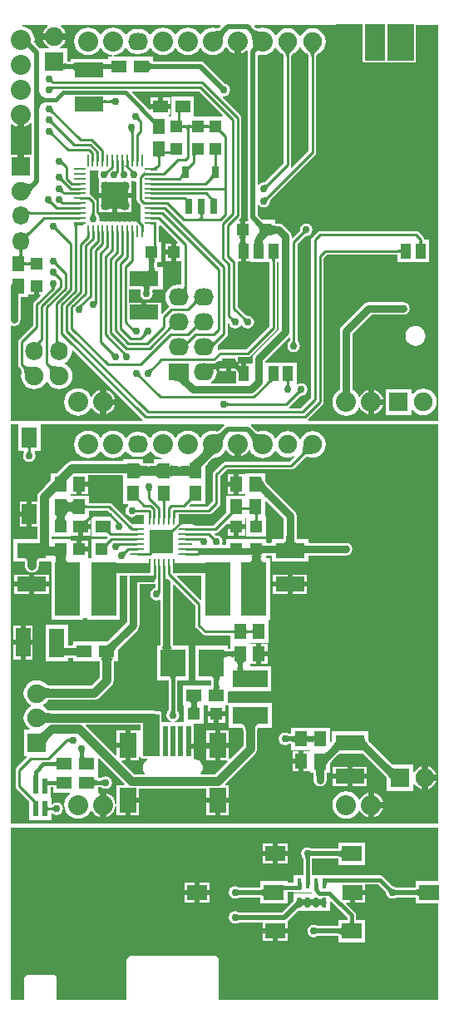
<source format=gtl>
G04 Layer_Physical_Order=1*
G04 Layer_Color=255*
%FSLAX24Y24*%
%MOIN*%
G70*
G01*
G75*
%ADD10C,0.0150*%
%ADD11R,0.1181X0.0591*%
%ADD12R,0.0600X0.0500*%
%ADD13R,0.0551X0.0400*%
%ADD14R,0.0400X0.0600*%
%ADD15R,0.0500X0.0500*%
%ADD16R,0.0787X0.0591*%
%ADD17R,0.0157X0.0394*%
%ADD18R,0.0500X0.0500*%
%ADD19R,0.0300X0.0472*%
%ADD20R,0.0276X0.0630*%
%ADD21R,0.0500X0.0600*%
%ADD22R,0.1100X0.1100*%
%ADD23O,0.0512X0.0098*%
%ADD24O,0.0098X0.0512*%
%ADD25R,0.0200X0.0600*%
%ADD26R,0.0984X0.2165*%
%ADD27R,0.0591X0.0787*%
%ADD28R,0.0984X0.1100*%
%ADD29R,0.1417X0.0709*%
%ADD30R,0.0591X0.1181*%
%ADD31R,0.0945X0.0945*%
%ADD32O,0.0098X0.0600*%
%ADD33O,0.0600X0.0098*%
%ADD34R,0.0700X0.1000*%
%ADD35R,0.0197X0.1220*%
%ADD36C,0.0100*%
%ADD37C,0.0300*%
%ADD38C,0.0200*%
%ADD39C,0.0350*%
%ADD40R,0.1040X0.0250*%
%ADD41R,0.1400X0.0400*%
%ADD42R,0.2570X0.0300*%
%ADD43R,0.1500X0.0400*%
%ADD44R,0.0650X0.1700*%
%ADD45R,0.0800X0.1450*%
%ADD46R,0.1050X0.1450*%
%ADD47C,0.0750*%
%ADD48O,0.0700X0.0750*%
%ADD49R,0.0750X0.0750*%
%ADD50C,0.0750*%
%ADD51R,0.0750X0.0750*%
%ADD52O,0.0650X0.0750*%
%ADD53O,0.0800X0.0700*%
%ADD54R,0.0800X0.0700*%
%ADD55C,0.0800*%
%ADD56C,0.0300*%
%ADD57C,0.0400*%
%ADD58C,0.0500*%
G36*
X4975Y19097D02*
X5008Y19069D01*
X5024Y19058D01*
X5038Y19050D01*
X5052Y19044D01*
X5065Y19040D01*
X5077Y19038D01*
X5088Y19039D01*
X5098Y19042D01*
X4934Y18976D01*
X4932Y18981D01*
X4929Y18987D01*
X4925Y18994D01*
X4920Y19002D01*
X4905Y19021D01*
X4885Y19043D01*
X4860Y19069D01*
X4957Y19114D01*
X4975Y19097D01*
D02*
G37*
G36*
X4461Y19328D02*
X4566Y19235D01*
X4573Y19231D01*
X4376Y19185D01*
X4383Y19195D01*
X4387Y19206D01*
X4389Y19216D01*
X4390Y19226D01*
X4389Y19237D01*
X4386Y19248D01*
X4382Y19258D01*
X4375Y19269D01*
X4367Y19280D01*
X4357Y19291D01*
X4443Y19346D01*
X4461Y19328D01*
D02*
G37*
G36*
X4512Y21171D02*
X4565Y21167D01*
X4609Y21159D01*
X4643Y21150D01*
X4650Y21147D01*
Y20900D01*
Y20000D01*
X4849D01*
X4864Y19950D01*
X4826Y19924D01*
X4770Y19842D01*
X4751Y19744D01*
X4770Y19647D01*
X4826Y19564D01*
X4908Y19509D01*
X5006Y19489D01*
X5103Y19509D01*
X5186Y19564D01*
X5193Y19575D01*
X5197Y19578D01*
X5203Y19582D01*
X5207Y19585D01*
X5212Y19587D01*
X5217Y19589D01*
X5221Y19590D01*
X5226Y19591D01*
X5503D01*
Y19244D01*
X5488Y19212D01*
X5456Y19197D01*
X5019D01*
X4208Y20008D01*
X4159Y20041D01*
X4100Y20053D01*
X3300D01*
Y20350D01*
X2550D01*
Y20400D01*
X2800D01*
Y20800D01*
X2900D01*
Y20900D01*
X3250D01*
Y21173D01*
X4466D01*
X4512Y21171D01*
D02*
G37*
G36*
X11095Y19444D02*
Y18675D01*
X11093Y18648D01*
X11087Y18612D01*
X11082Y18595D01*
X10609D01*
Y18461D01*
X10601Y18460D01*
X10539Y18455D01*
X10470D01*
X10448Y18456D01*
X10410Y18460D01*
X10400Y18462D01*
Y18600D01*
X8800D01*
Y18362D01*
X8664D01*
X8637Y18412D01*
X8655Y18500D01*
X8635Y18598D01*
X8580Y18680D01*
X8498Y18736D01*
X8400Y18755D01*
X8387Y18752D01*
X8382Y18753D01*
X8376Y18754D01*
X8370Y18755D01*
X8365Y18757D01*
X8361Y18759D01*
X8356Y18761D01*
X8352Y18764D01*
X8321Y18795D01*
X8333Y18823D01*
X8345Y18842D01*
X8403Y18853D01*
X8452Y18886D01*
X8804Y19238D01*
X8850Y19218D01*
Y19200D01*
X9550D01*
Y19450D01*
X9600D01*
Y18700D01*
X10400D01*
Y19500D01*
X10350D01*
Y20124D01*
X10396Y20143D01*
X11095Y19444D01*
D02*
G37*
G36*
X4144Y18906D02*
X4142Y18903D01*
X4141Y18898D01*
X4142Y18892D01*
X4145Y18885D01*
X4150Y18877D01*
X4157Y18867D01*
X4165Y18857D01*
X4188Y18833D01*
X4099Y18780D01*
X4083Y18796D01*
X4043Y18830D01*
X4032Y18838D01*
X4021Y18845D01*
X4012Y18849D01*
X4004Y18852D01*
X3997Y18852D01*
X3991Y18851D01*
X4149Y18909D01*
X4144Y18906D01*
D02*
G37*
G36*
X6742Y18971D02*
X6722Y18951D01*
X6691Y18914D01*
X6679Y18897D01*
X6671Y18883D01*
X6665Y18869D01*
X6662Y18857D01*
X6662Y18847D01*
X6665Y18837D01*
X6670Y18830D01*
X6530Y18970D01*
X6537Y18965D01*
X6547Y18962D01*
X6557Y18962D01*
X6569Y18965D01*
X6583Y18971D01*
X6597Y18979D01*
X6614Y18991D01*
X6631Y19005D01*
X6671Y19042D01*
X6742Y18971D01*
D02*
G37*
G36*
X9093Y19601D02*
X9085Y19607D01*
X9076Y19610D01*
X9065D01*
X9053Y19607D01*
X9040Y19601D01*
X9025Y19593D01*
X9008Y19581D01*
X8991Y19567D01*
X8951Y19530D01*
X8880Y19601D01*
X8900Y19622D01*
X8931Y19658D01*
X8943Y19675D01*
X8951Y19690D01*
X8957Y19703D01*
X8960Y19715D01*
Y19726D01*
X8957Y19735D01*
X8951Y19743D01*
X9093Y19601D01*
D02*
G37*
G36*
X3019Y19995D02*
X3037Y19986D01*
X3060Y19978D01*
X3087Y19970D01*
X3118Y19964D01*
X3148Y19960D01*
Y20000D01*
X3149Y19991D01*
X3152Y19982D01*
X3157Y19974D01*
X3164Y19968D01*
X3173Y19963D01*
X3184Y19958D01*
X3192Y19956D01*
X3239Y19952D01*
X3341Y19950D01*
Y19850D01*
X3288Y19849D01*
X3182Y19841D01*
X3173Y19837D01*
X3164Y19832D01*
X3157Y19826D01*
X3152Y19818D01*
X3149Y19809D01*
X3148Y19800D01*
Y19838D01*
X3118Y19836D01*
X3087Y19830D01*
X3060Y19822D01*
X3037Y19814D01*
X3019Y19805D01*
X3006Y19794D01*
Y20006D01*
X3019Y19995D01*
D02*
G37*
G36*
X6387Y20151D02*
X6378Y20148D01*
X6371Y20143D01*
X6364Y20136D01*
X6359Y20127D01*
X6354Y20116D01*
X6351Y20103D01*
X6348Y20088D01*
X6347Y20070D01*
X6346Y20051D01*
X6246D01*
X6246Y20070D01*
X6244Y20088D01*
X6242Y20103D01*
X6238Y20116D01*
X6234Y20127D01*
X6228Y20136D01*
X6222Y20143D01*
X6214Y20148D01*
X6206Y20151D01*
X6196Y20152D01*
X6396D01*
X6387Y20151D01*
D02*
G37*
G36*
X3320Y19399D02*
X3297Y19376D01*
X3263Y19336D01*
X3251Y19319D01*
X3242Y19304D01*
X3236Y19291D01*
X3234Y19280D01*
X3235Y19270D01*
X3240Y19263D01*
X3248Y19257D01*
X3057Y19348D01*
X3067Y19344D01*
X3078Y19343D01*
X3090Y19345D01*
X3103Y19348D01*
X3116Y19354D01*
X3131Y19363D01*
X3146Y19373D01*
X3163Y19386D01*
X3180Y19402D01*
X3199Y19420D01*
X3320Y19399D01*
D02*
G37*
G36*
X10050Y19430D02*
X10052Y19412D01*
X10055Y19397D01*
X10058Y19384D01*
X10063Y19373D01*
X10068Y19364D01*
X10074Y19357D01*
X10082Y19352D01*
X10091Y19349D01*
X10100Y19348D01*
X9900D01*
X9909Y19349D01*
X9918Y19352D01*
X9926Y19357D01*
X9932Y19364D01*
X9937Y19373D01*
X9942Y19384D01*
X9945Y19397D01*
X9948Y19412D01*
X9949Y19430D01*
X9950Y19449D01*
X10050D01*
X10050Y19430D01*
D02*
G37*
G36*
X10091Y19601D02*
X10082Y19598D01*
X10074Y19593D01*
X10068Y19586D01*
X10063Y19577D01*
X10058Y19566D01*
X10055Y19553D01*
X10052Y19538D01*
X10050Y19520D01*
X10050Y19501D01*
X9950D01*
X9949Y19520D01*
X9948Y19538D01*
X9945Y19553D01*
X9942Y19566D01*
X9937Y19577D01*
X9932Y19586D01*
X9926Y19593D01*
X9918Y19598D01*
X9909Y19601D01*
X9900Y19602D01*
X10100D01*
X10091Y19601D01*
D02*
G37*
G36*
X6515Y18744D02*
X6502Y18730D01*
X6491Y18713D01*
X6481Y18694D01*
X6472Y18673D01*
X6465Y18650D01*
X6459Y18625D01*
X6455Y18598D01*
X6452Y18568D01*
X6450Y18503D01*
X6202Y18750D01*
X6236Y18750D01*
X6298Y18755D01*
X6325Y18759D01*
X6350Y18765D01*
X6373Y18772D01*
X6394Y18781D01*
X6413Y18791D01*
X6430Y18802D01*
X6444Y18815D01*
X6515Y18744D01*
D02*
G37*
G36*
X2327Y17965D02*
X2328Y17951D01*
X2399D01*
X2385Y17948D01*
X2372Y17937D01*
X2361Y17920D01*
X2352Y17895D01*
X2343Y17864D01*
X2341Y17851D01*
X2353Y17807D01*
X2369Y17769D01*
X2388Y17737D01*
X2411Y17713D01*
X2437Y17695D01*
X2467Y17685D01*
X2500Y17681D01*
X2326D01*
X2326Y17668D01*
X2325Y17601D01*
X1975D01*
X1974Y17668D01*
X1973Y17681D01*
X1931D01*
X1939Y17685D01*
X1947Y17695D01*
X1953Y17713D01*
X1959Y17737D01*
X1964Y17769D01*
X1966Y17790D01*
X1963Y17825D01*
X1957Y17864D01*
X1948Y17895D01*
X1939Y17920D01*
X1928Y17937D01*
X1915Y17948D01*
X1901Y17951D01*
X1974D01*
X1975Y17965D01*
X1975Y18031D01*
X2325D01*
X2327Y17965D01*
D02*
G37*
G36*
X10151Y17951D02*
X10249D01*
X10230Y17948D01*
X10213Y17939D01*
X10198Y17924D01*
X10186Y17903D01*
X10175Y17876D01*
X10166Y17843D01*
X10163Y17829D01*
X10164Y17828D01*
X10174Y17789D01*
X10187Y17756D01*
X10204Y17728D01*
X10223Y17707D01*
X10246Y17692D01*
X10272Y17683D01*
X10300Y17680D01*
X10151D01*
X10150Y17651D01*
X9850D01*
X9850Y17680D01*
X9700D01*
X9729Y17683D01*
X9754Y17692D01*
X9776Y17707D01*
X9796Y17728D01*
X9812Y17756D01*
X9826Y17789D01*
X9837Y17828D01*
X9837Y17829D01*
X9834Y17843D01*
X9825Y17876D01*
X9814Y17903D01*
X9802Y17924D01*
X9787Y17939D01*
X9770Y17948D01*
X9751Y17951D01*
X9849D01*
X9850Y17981D01*
X10150D01*
X10151Y17951D01*
D02*
G37*
G36*
X4238Y19546D02*
X4218Y19500D01*
X3400D01*
Y18700D01*
X4013D01*
X4034Y18650D01*
X3984Y18600D01*
X3400D01*
Y17833D01*
X3293D01*
X3250Y17850D01*
X3250Y17877D01*
Y18100D01*
X2900D01*
Y18200D01*
X2800D01*
Y18550D01*
X2550D01*
Y18600D01*
X1777D01*
Y18700D01*
X2550D01*
Y18750D01*
X2850D01*
Y19100D01*
X2950D01*
Y19200D01*
X3350D01*
Y19450D01*
X3300D01*
Y19747D01*
X4037D01*
X4238Y19546D01*
D02*
G37*
G36*
X7801Y16180D02*
X7755Y16161D01*
X6823Y17093D01*
X6827Y17134D01*
X6839Y17148D01*
X7801D01*
Y16180D01*
D02*
G37*
G36*
X6152Y16600D02*
X6148Y16427D01*
X5995Y16550D01*
X6006Y16551D01*
X6016Y16554D01*
X6024Y16558D01*
X6031Y16564D01*
X6037Y16571D01*
X6043Y16580D01*
X6047Y16590D01*
X6049Y16602D01*
X6051Y16616D01*
X6052Y16631D01*
X6152Y16600D01*
D02*
G37*
G36*
X1282Y17855D02*
X1260Y17846D01*
X1240Y17831D01*
X1223Y17809D01*
X1208Y17781D01*
X1196Y17747D01*
X1187Y17707D01*
X1180Y17661D01*
X1176Y17609D01*
X1175Y17550D01*
X825D01*
X824Y17609D01*
X820Y17661D01*
X813Y17707D01*
X804Y17747D01*
X792Y17781D01*
X777Y17809D01*
X760Y17831D01*
X740Y17846D01*
X718Y17855D01*
X693Y17858D01*
X1307D01*
X1282Y17855D01*
D02*
G37*
G36*
X4120Y18449D02*
X4100Y18428D01*
X4069Y18392D01*
X4057Y18375D01*
X4049Y18360D01*
X4043Y18347D01*
X4040Y18335D01*
Y18324D01*
X4043Y18315D01*
X4049Y18307D01*
X3907Y18449D01*
X3915Y18443D01*
X3924Y18440D01*
X3935D01*
X3947Y18443D01*
X3960Y18449D01*
X3975Y18457D01*
X3992Y18469D01*
X4009Y18483D01*
X4049Y18520D01*
X4120Y18449D01*
D02*
G37*
G36*
X11501Y18687D02*
X11506Y18636D01*
X11514Y18590D01*
X11524Y18551D01*
X11537Y18518D01*
X11554Y18491D01*
X11573Y18470D01*
X11596Y18455D01*
X11622Y18446D01*
X11650Y18443D01*
X11050D01*
X11078Y18446D01*
X11104Y18455D01*
X11127Y18470D01*
X11146Y18491D01*
X11163Y18518D01*
X11176Y18551D01*
X11186Y18590D01*
X11194Y18636D01*
X11199Y18687D01*
X11200Y18744D01*
X11500D01*
X11501Y18687D01*
D02*
G37*
G36*
X8282Y18690D02*
X8293Y18681D01*
X8304Y18674D01*
X8316Y18667D01*
X8328Y18662D01*
X8341Y18657D01*
X8355Y18654D01*
X8369Y18652D01*
X8383Y18650D01*
X8399Y18650D01*
X8250Y18501D01*
X8250Y18517D01*
X8248Y18531D01*
X8246Y18545D01*
X8243Y18559D01*
X8238Y18572D01*
X8233Y18584D01*
X8226Y18596D01*
X8219Y18607D01*
X8210Y18618D01*
X8201Y18628D01*
X8272Y18699D01*
X8282Y18690D01*
D02*
G37*
G36*
X4799Y18078D02*
X4790Y18068D01*
X4781Y18057D01*
X4774Y18046D01*
X4767Y18034D01*
X4762Y18022D01*
X4757Y18009D01*
X4754Y17995D01*
X4752Y17981D01*
X4750Y17967D01*
X4750Y17952D01*
X4602Y18100D01*
X4617Y18100D01*
X4631Y18102D01*
X4645Y18104D01*
X4659Y18107D01*
X4672Y18112D01*
X4684Y18117D01*
X4696Y18124D01*
X4707Y18131D01*
X4718Y18140D01*
X4728Y18149D01*
X4799Y18078D01*
D02*
G37*
G36*
X6198Y18250D02*
X6164Y18250D01*
X6102Y18245D01*
X6075Y18241D01*
X6050Y18235D01*
X6027Y18228D01*
X6006Y18219D01*
X5987Y18209D01*
X5970Y18198D01*
X5956Y18185D01*
X5885Y18256D01*
X5898Y18270D01*
X5909Y18287D01*
X5919Y18306D01*
X5928Y18327D01*
X5935Y18350D01*
X5941Y18375D01*
X5945Y18402D01*
X5948Y18432D01*
X5950Y18498D01*
X6198Y18250D01*
D02*
G37*
G36*
X4580Y18354D02*
X4565Y18353D01*
X4551Y18351D01*
X4539Y18349D01*
X4529Y18345D01*
X4520Y18340D01*
X4513Y18334D01*
X4507Y18326D01*
X4503Y18318D01*
X4501Y18309D01*
X4500Y18298D01*
X4375Y18448D01*
X4548Y18454D01*
X4580Y18354D01*
D02*
G37*
G36*
X2651Y20051D02*
X2699Y20050D01*
Y19750D01*
X2651Y19749D01*
Y19601D01*
X2648Y19629D01*
X2639Y19655D01*
X2624Y19677D01*
X2603Y19696D01*
X2576Y19713D01*
X2543Y19726D01*
X2525Y19731D01*
X2507Y19726D01*
X2474Y19713D01*
X2447Y19696D01*
X2426Y19677D01*
X2411Y19655D01*
X2402Y19629D01*
X2399Y19601D01*
X2380Y19598D01*
X2363Y19589D01*
X2348Y19574D01*
X2336Y19553D01*
X2325Y19526D01*
X2316Y19493D01*
X2313Y19475D01*
X2316Y19457D01*
X2325Y19424D01*
X2336Y19397D01*
X2348Y19376D01*
X2363Y19361D01*
X2380Y19352D01*
X2399Y19349D01*
X2302D01*
X2300Y19301D01*
X2000D01*
X1999Y19349D01*
X1901D01*
X1920Y19352D01*
X1937Y19361D01*
X1952Y19376D01*
X1964Y19397D01*
X1975Y19424D01*
X1984Y19457D01*
X1987Y19475D01*
X1984Y19493D01*
X1975Y19526D01*
X1964Y19553D01*
X1952Y19574D01*
X1937Y19589D01*
X1920Y19598D01*
X1901Y19601D01*
X1998D01*
X2000Y19649D01*
X2300D01*
X2301Y19601D01*
X2399D01*
Y19749D01*
X2351Y19750D01*
Y20050D01*
X2399Y20051D01*
Y20199D01*
X2402Y20171D01*
X2411Y20145D01*
X2426Y20123D01*
X2447Y20104D01*
X2474Y20087D01*
X2507Y20074D01*
X2525Y20069D01*
X2543Y20074D01*
X2576Y20087D01*
X2603Y20104D01*
X2624Y20123D01*
X2639Y20145D01*
X2648Y20171D01*
X2651Y20199D01*
Y20051D01*
D02*
G37*
G36*
X11798Y24450D02*
X11783Y24450D01*
X11769Y24448D01*
X11755Y24446D01*
X11741Y24443D01*
X11728Y24438D01*
X11716Y24433D01*
X11704Y24426D01*
X11693Y24419D01*
X11682Y24410D01*
X11672Y24401D01*
X11601Y24472D01*
X11610Y24482D01*
X11619Y24493D01*
X11626Y24504D01*
X11633Y24516D01*
X11638Y24528D01*
X11643Y24541D01*
X11646Y24555D01*
X11648Y24569D01*
X11650Y24583D01*
X11650Y24599D01*
X11798Y24450D01*
D02*
G37*
G36*
X11319Y24823D02*
X11319Y24810D01*
X11321Y24796D01*
X11323Y24783D01*
X11327Y24770D01*
X11331Y24756D01*
X11336Y24743D01*
X11343Y24731D01*
X11350Y24718D01*
X11358Y24705D01*
X11368Y24693D01*
X11159Y24720D01*
X11171Y24729D01*
X11181Y24739D01*
X11190Y24749D01*
X11197Y24760D01*
X11204Y24771D01*
X11209Y24783D01*
X11214Y24796D01*
X11217Y24809D01*
X11218Y24823D01*
X11219Y24837D01*
X11319Y24823D01*
D02*
G37*
G36*
X7273Y25161D02*
X7257Y25141D01*
X7252Y25114D01*
X7258Y25081D01*
X7274Y25041D01*
X7300Y24996D01*
X7337Y24944D01*
X7385Y24886D01*
X7511Y24751D01*
X7099Y24739D01*
X7046Y24789D01*
X6948Y24871D01*
X6902Y24902D01*
X6859Y24926D01*
X6817Y24944D01*
X6778Y24956D01*
X6741Y24961D01*
X6707Y24959D01*
X6675Y24951D01*
X7299Y25175D01*
X7273Y25161D01*
D02*
G37*
G36*
X9902Y22892D02*
X9929Y22872D01*
X9959Y22855D01*
X9992Y22840D01*
X10028Y22827D01*
X10066Y22817D01*
X10107Y22809D01*
X10151Y22804D01*
X10197Y22801D01*
X10246Y22800D01*
X9850Y22404D01*
X9849Y22453D01*
X9841Y22543D01*
X9833Y22584D01*
X9823Y22622D01*
X9810Y22658D01*
X9795Y22691D01*
X9778Y22721D01*
X9758Y22748D01*
X9736Y22773D01*
X9877Y22914D01*
X9902Y22892D01*
D02*
G37*
G36*
X17297Y7200D02*
X153D01*
Y23200D01*
X455D01*
Y22127D01*
X665D01*
X688Y22083D01*
X665Y22048D01*
X645Y21950D01*
X665Y21852D01*
X720Y21770D01*
X802Y21714D01*
X900Y21695D01*
X998Y21714D01*
X1080Y21770D01*
X1135Y21852D01*
X1155Y21950D01*
X1135Y22048D01*
X1112Y22083D01*
X1135Y22127D01*
X1345D01*
Y23200D01*
X8699D01*
X8715Y23150D01*
X8706Y23144D01*
X8531Y22969D01*
X8515Y22958D01*
X8494Y22946D01*
X8469Y22935D01*
X8442Y22925D01*
X8429Y22921D01*
X8394Y22936D01*
X8250Y22955D01*
X8106Y22936D01*
X7973Y22880D01*
X7858Y22792D01*
X7779Y22690D01*
X7763Y22686D01*
X7737D01*
X7721Y22690D01*
X7642Y22792D01*
X7527Y22880D01*
X7394Y22936D01*
X7250Y22955D01*
X7106Y22936D01*
X6973Y22880D01*
X6858Y22792D01*
X6779Y22690D01*
X6763Y22686D01*
X6737D01*
X6721Y22690D01*
X6642Y22792D01*
X6527Y22880D01*
X6394Y22936D01*
X6250Y22955D01*
X6106Y22936D01*
X5973Y22880D01*
X5858Y22792D01*
X5775Y22684D01*
X5745Y22678D01*
X5716Y22679D01*
X5657Y22757D01*
X5552Y22837D01*
X5431Y22887D01*
X5300Y22904D01*
X5200D01*
X5069Y22887D01*
X4948Y22837D01*
X4843Y22757D01*
X4784Y22679D01*
X4755Y22678D01*
X4725Y22684D01*
X4642Y22792D01*
X4527Y22880D01*
X4394Y22936D01*
X4250Y22955D01*
X4106Y22936D01*
X3973Y22880D01*
X3858Y22792D01*
X3779Y22690D01*
X3763Y22686D01*
X3737D01*
X3721Y22690D01*
X3642Y22792D01*
X3527Y22880D01*
X3394Y22936D01*
X3250Y22955D01*
X3106Y22936D01*
X2973Y22880D01*
X2858Y22792D01*
X2770Y22677D01*
X2714Y22544D01*
X2695Y22400D01*
X2714Y22256D01*
X2770Y22123D01*
X2858Y22008D01*
X2973Y21920D01*
X3106Y21864D01*
X3250Y21845D01*
X3394Y21864D01*
X3527Y21920D01*
X3642Y22008D01*
X3721Y22110D01*
X3737Y22114D01*
X3763D01*
X3779Y22110D01*
X3858Y22008D01*
X3973Y21920D01*
X4106Y21864D01*
X4250Y21845D01*
X4394Y21864D01*
X4527Y21920D01*
X4642Y22008D01*
X4725Y22116D01*
X4755Y22122D01*
X4784Y22121D01*
X4843Y22043D01*
X4948Y21963D01*
X5069Y21913D01*
X5200Y21896D01*
X5300D01*
X5431Y21913D01*
X5552Y21963D01*
X5657Y22043D01*
X5716Y22121D01*
X5745Y22122D01*
X5775Y22116D01*
X5858Y22008D01*
X5973Y21920D01*
X6106Y21864D01*
X6214Y21850D01*
X6211Y21800D01*
X5900D01*
Y21644D01*
X5866Y21637D01*
X5762Y21628D01*
X5723Y21627D01*
X5627D01*
X5586Y21628D01*
X5532Y21632D01*
X5486Y21637D01*
X5450Y21644D01*
Y21800D01*
X4650D01*
Y21736D01*
X4517Y21727D01*
X2600D01*
X2528Y21718D01*
X2461Y21690D01*
X2404Y21646D01*
X2288Y21531D01*
X2106Y21357D01*
X2005Y21271D01*
X1977Y21250D01*
X1750D01*
Y20989D01*
X1725Y20952D01*
X1688Y20903D01*
X1526Y20719D01*
X1485Y20677D01*
X1304Y20496D01*
X1260Y20439D01*
X1232Y20372D01*
X1223Y20300D01*
Y20094D01*
X1000D01*
Y19600D01*
Y19106D01*
X1223D01*
Y18781D01*
X1221Y18734D01*
X1217Y18682D01*
X1209Y18638D01*
X1200Y18603D01*
X1197Y18596D01*
X259D01*
Y17706D01*
X709D01*
X713Y17689D01*
X718Y17650D01*
X722Y17604D01*
X723Y17567D01*
Y17550D01*
X732Y17478D01*
X760Y17411D01*
X804Y17354D01*
X861Y17310D01*
X928Y17282D01*
X1000Y17273D01*
X1072Y17282D01*
X1139Y17310D01*
X1196Y17354D01*
X1240Y17411D01*
X1268Y17478D01*
X1277Y17550D01*
Y17567D01*
X1278Y17604D01*
X1282Y17650D01*
X1287Y17689D01*
X1291Y17706D01*
X1741D01*
X1780Y17679D01*
Y15367D01*
X3064D01*
Y15450D01*
X3236D01*
Y15367D01*
X4520D01*
Y17148D01*
X4808D01*
Y17015D01*
X4805Y17000D01*
Y15266D01*
X4102Y14562D01*
X4068Y14532D01*
X4027Y14500D01*
X2650D01*
Y14362D01*
X2641Y14360D01*
X2578Y14355D01*
X2525D01*
X2499Y14357D01*
X2462Y14363D01*
X2445Y14368D01*
Y15191D01*
X1555D01*
Y13709D01*
X2445D01*
Y13839D01*
X2453Y13841D01*
X2513Y13845D01*
X2580D01*
X2602Y13844D01*
X2640Y13840D01*
X2650Y13838D01*
Y13700D01*
X3706D01*
X3713Y13666D01*
X3722Y13562D01*
X3723Y13523D01*
Y13065D01*
X3385Y12727D01*
X1734D01*
X1673Y12730D01*
X1645Y12733D01*
X1622Y12737D01*
X1574Y12799D01*
X1465Y12883D01*
X1337Y12936D01*
X1200Y12954D01*
X1063Y12936D01*
X935Y12883D01*
X826Y12799D01*
X741Y12689D01*
X689Y12561D01*
X670Y12424D01*
X689Y12287D01*
X741Y12160D01*
X826Y12050D01*
X935Y11966D01*
X944Y11962D01*
Y11912D01*
X935Y11909D01*
X826Y11824D01*
X741Y11715D01*
X689Y11587D01*
X670Y11450D01*
X689Y11313D01*
X741Y11185D01*
X826Y11076D01*
X909Y11011D01*
X892Y10961D01*
X675D01*
Y9911D01*
X774D01*
X795Y9861D01*
X392Y9458D01*
X359Y9409D01*
X347Y9350D01*
Y8700D01*
X359Y8641D01*
X392Y8592D01*
X900Y8084D01*
Y7350D01*
X1780D01*
Y7591D01*
X1794Y7601D01*
X1830Y7613D01*
X1902Y7565D01*
X2000Y7545D01*
X2098Y7565D01*
X2180Y7620D01*
X2235Y7702D01*
X2255Y7800D01*
X2235Y7898D01*
X2180Y7980D01*
X2098Y8035D01*
X2000Y8055D01*
X1902Y8035D01*
X1830Y7987D01*
X1794Y7999D01*
X1780Y8009D01*
Y8250D01*
X1770D01*
Y8672D01*
X1850D01*
Y8450D01*
X2516D01*
X2533Y8400D01*
X2458Y8342D01*
X2370Y8227D01*
X2314Y8094D01*
X2295Y7950D01*
X2314Y7806D01*
X2370Y7673D01*
X2458Y7558D01*
X2573Y7470D01*
X2706Y7414D01*
X2850Y7395D01*
X2994Y7414D01*
X3127Y7470D01*
X3242Y7558D01*
X3330Y7673D01*
X3352Y7725D01*
X3402D01*
X3413Y7698D01*
X3493Y7593D01*
X3598Y7513D01*
X3719Y7463D01*
X3725Y7462D01*
Y7950D01*
Y8438D01*
X3719Y8437D01*
X3690Y8425D01*
X3650Y8462D01*
Y8672D01*
X3758D01*
X3762Y8671D01*
X3769Y8670D01*
X3770Y8670D01*
X3770Y8670D01*
X3852Y8615D01*
X3950Y8595D01*
X4048Y8615D01*
X4130Y8670D01*
X4186Y8752D01*
X4205Y8850D01*
X4186Y8948D01*
X4130Y9030D01*
X4048Y9085D01*
X3950Y9105D01*
X3852Y9085D01*
X3770Y9030D01*
X3770Y9030D01*
X3769Y9030D01*
X3763Y9029D01*
X3756Y9028D01*
X3650D01*
Y9200D01*
Y9792D01*
X3696Y9812D01*
X4712Y8796D01*
X4692Y8750D01*
X4400D01*
Y7986D01*
X4350Y7983D01*
X4337Y8081D01*
X4287Y8202D01*
X4207Y8307D01*
X4102Y8387D01*
X3981Y8437D01*
X3975Y8438D01*
Y7950D01*
Y7462D01*
X3981Y7463D01*
X4102Y7513D01*
X4207Y7593D01*
X4287Y7698D01*
X4337Y7819D01*
X4350Y7917D01*
X4400Y7914D01*
Y7550D01*
X4750D01*
Y8150D01*
X4850D01*
Y8250D01*
X5300D01*
Y8623D01*
X8000D01*
Y8250D01*
X8900D01*
Y8750D01*
X8758D01*
X8738Y8796D01*
X9946Y10004D01*
X9990Y10061D01*
X10018Y10128D01*
X10027Y10200D01*
Y10861D01*
X10029Y10908D01*
X10033Y10960D01*
X10041Y11004D01*
X10050Y11039D01*
X10053Y11046D01*
X10609D01*
Y12054D01*
X8891D01*
X8850Y12075D01*
Y12475D01*
X8881Y12512D01*
X10599D01*
Y13521D01*
X9788D01*
X9750Y13550D01*
Y13600D01*
X10000D01*
Y14000D01*
Y14400D01*
X9750D01*
Y14450D01*
X10500D01*
Y15350D01*
X10542Y15367D01*
Y17833D01*
X10400D01*
Y17938D01*
X10409Y17940D01*
X10472Y17945D01*
X10529D01*
X10556Y17943D01*
X10592Y17937D01*
X10609Y17932D01*
Y17705D01*
X12091D01*
Y17932D01*
X12107Y17937D01*
X12144Y17943D01*
X12170Y17945D01*
X13600D01*
X13698Y17965D01*
X13780Y18020D01*
X13836Y18102D01*
X13855Y18200D01*
X13836Y18298D01*
X13780Y18380D01*
X13698Y18435D01*
X13600Y18455D01*
X12157D01*
X12138Y18456D01*
X12100Y18460D01*
X12091Y18461D01*
Y18595D01*
X11618D01*
X11613Y18612D01*
X11607Y18648D01*
X11605Y18675D01*
Y19550D01*
X11586Y19648D01*
X11530Y19730D01*
X10515Y20745D01*
X10434Y20839D01*
X10396Y20888D01*
X10365Y20935D01*
X10350Y20960D01*
Y21250D01*
X9550D01*
Y21200D01*
X9300D01*
Y20800D01*
Y20400D01*
X9550D01*
Y20350D01*
X8800D01*
Y19666D01*
X8281Y19147D01*
X7540D01*
X7489Y19182D01*
X7411Y19197D01*
X6940D01*
X6903Y19214D01*
X6893Y19245D01*
Y19597D01*
X8100D01*
X8159Y19609D01*
X8208Y19642D01*
X8508Y19942D01*
X8541Y19991D01*
X8553Y20050D01*
Y21137D01*
X8813Y21397D01*
X11400D01*
X11459Y21409D01*
X11508Y21442D01*
X11941Y21875D01*
X11943Y21876D01*
X11954Y21883D01*
X11971Y21891D01*
X11995Y21899D01*
X12023Y21906D01*
X12056Y21912D01*
X12113Y21889D01*
X12250Y21870D01*
X12387Y21889D01*
X12515Y21941D01*
X12624Y22026D01*
X12709Y22135D01*
X12761Y22263D01*
X12780Y22400D01*
X12761Y22537D01*
X12709Y22665D01*
X12624Y22774D01*
X12515Y22859D01*
X12387Y22911D01*
X12250Y22930D01*
X12113Y22911D01*
X11985Y22859D01*
X11876Y22774D01*
X11791Y22665D01*
X11775Y22625D01*
X11725D01*
X11709Y22665D01*
X11624Y22774D01*
X11515Y22859D01*
X11387Y22911D01*
X11250Y22930D01*
X11113Y22911D01*
X10985Y22859D01*
X10876Y22774D01*
X10791Y22665D01*
X10789Y22658D01*
X10739Y22658D01*
X10730Y22677D01*
X10642Y22792D01*
X10527Y22880D01*
X10394Y22936D01*
X10250Y22955D01*
X10106Y22936D01*
X10071Y22921D01*
X10058Y22925D01*
X10031Y22935D01*
X10006Y22946D01*
X9985Y22958D01*
X9969Y22969D01*
X9794Y23144D01*
X9786Y23150D01*
X9801Y23200D01*
X17297D01*
Y7200D01*
D02*
G37*
G36*
X8818Y24095D02*
X8829Y24085D01*
X8841Y24077D01*
X8853Y24070D01*
X8865Y24064D01*
X8878Y24059D01*
X8891Y24055D01*
X8904Y24052D01*
X8917Y24051D01*
X8931Y24050D01*
Y23950D01*
X8917Y23949D01*
X8904Y23948D01*
X8891Y23945D01*
X8878Y23941D01*
X8865Y23936D01*
X8853Y23930D01*
X8841Y23923D01*
X8829Y23915D01*
X8818Y23905D01*
X8807Y23895D01*
Y24105D01*
X8818Y24095D01*
D02*
G37*
G36*
X706Y25567D02*
X730Y25553D01*
X758Y25541D01*
X790Y25531D01*
X826Y25523D01*
X865Y25519D01*
X908Y25516D01*
X955Y25516D01*
X1061Y25523D01*
X726Y25118D01*
X721Y25178D01*
X697Y25330D01*
X687Y25371D01*
X676Y25407D01*
X664Y25439D01*
X651Y25467D01*
X637Y25489D01*
X622Y25507D01*
X686Y25584D01*
X706Y25567D01*
D02*
G37*
G36*
X1733Y25591D02*
X1756Y25577D01*
X1784Y25564D01*
X1816Y25553D01*
X1852Y25544D01*
X1892Y25537D01*
X1937Y25531D01*
X2039Y25525D01*
X2096Y25525D01*
X1725Y25154D01*
X1725Y25211D01*
X1719Y25313D01*
X1713Y25358D01*
X1706Y25398D01*
X1697Y25434D01*
X1686Y25466D01*
X1673Y25494D01*
X1659Y25517D01*
X1643Y25537D01*
X1713Y25607D01*
X1733Y25591D01*
D02*
G37*
G36*
X5849Y25378D02*
X5840Y25368D01*
X5831Y25357D01*
X5824Y25346D01*
X5817Y25334D01*
X5812Y25322D01*
X5807Y25309D01*
X5804Y25295D01*
X5802Y25281D01*
X5800Y25267D01*
X5800Y25252D01*
X5651Y25400D01*
X5667Y25400D01*
X5681Y25402D01*
X5695Y25404D01*
X5709Y25407D01*
X5722Y25412D01*
X5734Y25417D01*
X5746Y25424D01*
X5757Y25431D01*
X5768Y25440D01*
X5778Y25449D01*
X5849Y25378D01*
D02*
G37*
G36*
X11359Y24942D02*
X11351Y24939D01*
X11343Y24934D01*
X11337Y24927D01*
X11331Y24918D01*
X11327Y24907D01*
X11323Y24894D01*
X11321Y24879D01*
X11319Y24861D01*
X11319Y24842D01*
X11219D01*
X11218Y24861D01*
X11217Y24879D01*
X11214Y24894D01*
X11211Y24907D01*
X11206Y24918D01*
X11201Y24927D01*
X11194Y24934D01*
X11187Y24939D01*
X11178Y24942D01*
X11169Y24943D01*
X11369D01*
X11359Y24942D01*
D02*
G37*
G36*
X10684Y24943D02*
X10673Y24946D01*
X10662Y24947D01*
X10650Y24945D01*
X10637Y24941D01*
X10623Y24935D01*
X10609Y24927D01*
X10593Y24916D01*
X10577Y24903D01*
X10560Y24889D01*
X10542Y24871D01*
X10409Y24880D01*
X10432Y24903D01*
X10467Y24944D01*
X10479Y24961D01*
X10488Y24976D01*
X10493Y24989D01*
X10495Y25000D01*
X10494Y25009D01*
X10489Y25016D01*
X10481Y25021D01*
X10684Y24943D01*
D02*
G37*
G36*
X5350Y25233D02*
X5352Y25219D01*
X5354Y25205D01*
X5357Y25191D01*
X5362Y25178D01*
X5367Y25166D01*
X5374Y25154D01*
X5381Y25143D01*
X5390Y25132D01*
X5399Y25122D01*
X5328Y25051D01*
X5318Y25060D01*
X5307Y25069D01*
X5296Y25076D01*
X5284Y25083D01*
X5272Y25088D01*
X5259Y25093D01*
X5245Y25096D01*
X5231Y25098D01*
X5217Y25100D01*
X5201Y25100D01*
X5350Y25249D01*
X5350Y25233D01*
D02*
G37*
G36*
X8764Y22773D02*
X8742Y22748D01*
X8722Y22721D01*
X8705Y22691D01*
X8690Y22658D01*
X8677Y22622D01*
X8667Y22584D01*
X8659Y22543D01*
X8654Y22499D01*
X8651Y22453D01*
X8650Y22404D01*
X8529Y22525D01*
X8427Y22409D01*
X8425Y22400D01*
X8250Y22575D01*
X8259Y22577D01*
X8272Y22585D01*
X8289Y22597D01*
X8311Y22614D01*
X8379Y22675D01*
X8254Y22800D01*
X8303Y22801D01*
X8393Y22809D01*
X8434Y22817D01*
X8472Y22827D01*
X8508Y22840D01*
X8541Y22855D01*
X8571Y22872D01*
X8598Y22892D01*
X8623Y22914D01*
X8764Y22773D01*
D02*
G37*
G36*
X5795Y20582D02*
X5785Y20571D01*
X5777Y20559D01*
X5770Y20547D01*
X5764Y20535D01*
X5759Y20522D01*
X5755Y20509D01*
X5752Y20496D01*
X5751Y20482D01*
X5750Y20469D01*
X5650D01*
X5649Y20482D01*
X5648Y20496D01*
X5645Y20509D01*
X5641Y20522D01*
X5636Y20535D01*
X5630Y20547D01*
X5623Y20559D01*
X5615Y20571D01*
X5605Y20582D01*
X5595Y20593D01*
X5805D01*
X5795Y20582D01*
D02*
G37*
G36*
X5302Y21625D02*
X5313Y21604D01*
X5330Y21586D01*
X5355Y21570D01*
X5386Y21556D01*
X5425Y21545D01*
X5470Y21536D01*
X5523Y21530D01*
X5582Y21526D01*
X5649Y21525D01*
Y21175D01*
X5582Y21174D01*
X5470Y21164D01*
X5425Y21155D01*
X5386Y21144D01*
X5355Y21130D01*
X5330Y21114D01*
X5313Y21096D01*
X5302Y21075D01*
X5299Y21051D01*
Y21649D01*
X5302Y21625D01*
D02*
G37*
G36*
X6051Y21051D02*
X6048Y21075D01*
X6037Y21096D01*
X6020Y21114D01*
X5995Y21130D01*
X5964Y21144D01*
X5925Y21155D01*
X5880Y21164D01*
X5827Y21170D01*
X5768Y21174D01*
X5701Y21175D01*
Y21525D01*
X5768Y21526D01*
X5880Y21536D01*
X5925Y21545D01*
X5964Y21556D01*
X5995Y21570D01*
X6020Y21586D01*
X6037Y21604D01*
X6048Y21625D01*
X6051Y21649D01*
Y21051D01*
D02*
G37*
G36*
X5293Y20285D02*
X5290Y20276D01*
Y20265D01*
X5293Y20253D01*
X5299Y20240D01*
X5307Y20225D01*
X5319Y20208D01*
X5333Y20191D01*
X5370Y20151D01*
X5299Y20080D01*
X5278Y20100D01*
X5242Y20131D01*
X5225Y20143D01*
X5210Y20151D01*
X5197Y20157D01*
X5185Y20160D01*
X5174D01*
X5165Y20157D01*
X5157Y20151D01*
X5299Y20293D01*
X5293Y20285D01*
D02*
G37*
G36*
X7443Y20152D02*
X7435Y20158D01*
X7426Y20161D01*
X7415Y20161D01*
X7403Y20158D01*
X7390Y20152D01*
X7375Y20143D01*
X7359Y20132D01*
X7341Y20117D01*
X7301Y20080D01*
X7230Y20151D01*
X7250Y20172D01*
X7282Y20209D01*
X7293Y20225D01*
X7302Y20240D01*
X7308Y20253D01*
X7311Y20265D01*
X7311Y20276D01*
X7308Y20285D01*
X7302Y20293D01*
X7443Y20152D01*
D02*
G37*
G36*
X10202Y21060D02*
X10212Y21019D01*
X10227Y20976D01*
X10250Y20929D01*
X10278Y20880D01*
X10313Y20828D01*
X10355Y20774D01*
X10457Y20657D01*
X10517Y20595D01*
X10399Y20289D01*
X10329Y20357D01*
X10207Y20462D01*
X10155Y20499D01*
X10110Y20525D01*
X10070Y20541D01*
X10037Y20547D01*
X10010Y20542D01*
X9989Y20527D01*
X9975Y20501D01*
X10199Y21099D01*
X10202Y21060D01*
D02*
G37*
G36*
X9375Y21912D02*
X9381Y21913D01*
X9502Y21963D01*
X9607Y22043D01*
X9687Y22148D01*
X9698Y22175D01*
X9748D01*
X9770Y22123D01*
X9858Y22008D01*
X9973Y21920D01*
X10106Y21864D01*
X10250Y21845D01*
X10394Y21864D01*
X10527Y21920D01*
X10642Y22008D01*
X10730Y22123D01*
X10739Y22142D01*
X10789Y22142D01*
X10791Y22135D01*
X10876Y22026D01*
X10985Y21941D01*
X11113Y21889D01*
X11250Y21870D01*
X11387Y21889D01*
X11497Y21934D01*
X11525Y21892D01*
X11337Y21703D01*
X8750D01*
X8691Y21691D01*
X8642Y21658D01*
X8292Y21308D01*
X8259Y21259D01*
X8247Y21200D01*
Y20113D01*
X8037Y19903D01*
X7335D01*
X7315Y19949D01*
X7366Y20000D01*
X7950D01*
Y20900D01*
Y21539D01*
X8048Y21654D01*
X8102Y21709D01*
X8158Y21766D01*
X8205Y21809D01*
X8229Y21830D01*
X8250Y21845D01*
X8250Y21845D01*
X8394Y21864D01*
X8527Y21920D01*
X8642Y22008D01*
X8730Y22123D01*
X8752Y22175D01*
X8802D01*
X8813Y22148D01*
X8893Y22043D01*
X8998Y21963D01*
X9119Y21913D01*
X9125Y21912D01*
Y22400D01*
X9375D01*
Y21912D01*
D02*
G37*
G36*
X12246Y22025D02*
X12189Y22025D01*
X12087Y22019D01*
X12042Y22013D01*
X12002Y22006D01*
X11966Y21997D01*
X11934Y21986D01*
X11906Y21973D01*
X11883Y21959D01*
X11863Y21943D01*
X11793Y22013D01*
X11809Y22033D01*
X11823Y22056D01*
X11836Y22084D01*
X11847Y22116D01*
X11856Y22152D01*
X11863Y22192D01*
X11869Y22237D01*
X11875Y22339D01*
X11875Y22396D01*
X12246Y22025D01*
D02*
G37*
G36*
X991Y22279D02*
X982Y22276D01*
X975Y22270D01*
X968Y22263D01*
X962Y22254D01*
X958Y22243D01*
X954Y22230D01*
X952Y22215D01*
X950Y22198D01*
X950Y22180D01*
X951Y22168D01*
X952Y22154D01*
X955Y22141D01*
X959Y22128D01*
X964Y22115D01*
X970Y22103D01*
X977Y22091D01*
X985Y22079D01*
X995Y22068D01*
X1005Y22057D01*
X795D01*
X805Y22068D01*
X815Y22079D01*
X823Y22091D01*
X830Y22103D01*
X836Y22115D01*
X841Y22128D01*
X845Y22141D01*
X848Y22154D01*
X849Y22168D01*
X850Y22180D01*
X850Y22198D01*
X848Y22215D01*
X846Y22230D01*
X842Y22243D01*
X838Y22254D01*
X832Y22263D01*
X825Y22270D01*
X818Y22276D01*
X809Y22279D01*
X800Y22280D01*
X1000D01*
X991Y22279D01*
D02*
G37*
G36*
X6552Y21625D02*
X6563Y21604D01*
X6580Y21586D01*
X6605Y21570D01*
X6636Y21556D01*
X6675Y21545D01*
X6720Y21536D01*
X6773Y21530D01*
X6832Y21526D01*
X6899Y21525D01*
Y21175D01*
X6832Y21174D01*
X6720Y21164D01*
X6675Y21155D01*
X6636Y21144D01*
X6605Y21130D01*
X6580Y21114D01*
X6563Y21096D01*
X6552Y21075D01*
X6549Y21051D01*
Y21649D01*
X6552Y21625D01*
D02*
G37*
G36*
X7301Y21051D02*
X7298Y21075D01*
X7287Y21096D01*
X7270Y21114D01*
X7245Y21130D01*
X7214Y21144D01*
X7175Y21155D01*
X7130Y21164D01*
X7077Y21170D01*
X7018Y21174D01*
X6951Y21175D01*
Y21525D01*
X7018Y21526D01*
X7130Y21536D01*
X7175Y21545D01*
X7214Y21556D01*
X7245Y21570D01*
X7270Y21586D01*
X7287Y21604D01*
X7298Y21625D01*
X7301Y21649D01*
Y21051D01*
D02*
G37*
G36*
X8352Y22013D02*
X8327Y22006D01*
X8301Y21995D01*
X8275Y21983D01*
X8249Y21968D01*
X8221Y21951D01*
X8166Y21910D01*
X8137Y21886D01*
X8078Y21830D01*
X7878Y21935D01*
X8046Y21799D01*
X7973Y21723D01*
X7858Y21589D01*
X7817Y21530D01*
X7787Y21478D01*
X7768Y21431D01*
X7759Y21391D01*
X7761Y21356D01*
X7774Y21327D01*
X7798Y21304D01*
X7301Y21649D01*
X7324Y21653D01*
X7352Y21664D01*
X7386Y21682D01*
X7425Y21708D01*
X7469Y21742D01*
X7574Y21831D01*
X7761Y22009D01*
X7781Y22031D01*
X7806Y22061D01*
X7827Y22090D01*
X7844Y22120D01*
X7857Y22149D01*
X7866Y22178D01*
X7872Y22206D01*
X7873Y22234D01*
X7871Y22262D01*
X7865Y22290D01*
X8352Y22013D01*
D02*
G37*
G36*
X12149Y5886D02*
X12144Y5879D01*
X12140Y5870D01*
X12136Y5861D01*
X12133Y5850D01*
X12130Y5838D01*
X12128Y5825D01*
X12126Y5811D01*
X12125Y5780D01*
X11975D01*
X11975Y5796D01*
X11972Y5825D01*
X11970Y5838D01*
X11968Y5850D01*
X11964Y5861D01*
X11960Y5870D01*
X11956Y5879D01*
X11951Y5886D01*
X11945Y5893D01*
X12155D01*
X12149Y5886D01*
D02*
G37*
G36*
X13430Y5800D02*
X13428Y5819D01*
X13422Y5836D01*
X13411Y5851D01*
X13397Y5864D01*
X13379Y5875D01*
X13357Y5884D01*
X13331Y5891D01*
X13301Y5896D01*
X13267Y5899D01*
X13228Y5900D01*
Y6100D01*
X13267Y6101D01*
X13301Y6104D01*
X13331Y6109D01*
X13357Y6116D01*
X13379Y6125D01*
X13397Y6136D01*
X13411Y6149D01*
X13422Y6164D01*
X13428Y6181D01*
X13430Y6200D01*
Y5800D01*
D02*
G37*
G36*
X12159Y6104D02*
X12162Y6103D01*
X12168Y6102D01*
X12183Y6101D01*
X12235Y6100D01*
X12252Y6100D01*
Y5900D01*
X12157Y5895D01*
Y6105D01*
X12159Y6104D01*
D02*
G37*
G36*
X12947Y4875D02*
X12918Y4874D01*
X12893Y4872D01*
X12870Y4868D01*
X12851Y4863D01*
X12834Y4856D01*
X12821Y4848D01*
X12810Y4838D01*
X12803Y4827D01*
X12798Y4814D01*
X12797Y4800D01*
Y4994D01*
X12798Y5000D01*
X12803Y5005D01*
X12810Y5010D01*
X12821Y5014D01*
X12834Y5017D01*
X12851Y5020D01*
X12870Y5022D01*
X12918Y5025D01*
X12947Y5025D01*
Y4875D01*
D02*
G37*
G36*
X12128Y4994D02*
X11972D01*
X11973Y4995D01*
X11973Y5000D01*
X11974Y5018D01*
X11975Y5144D01*
X12125D01*
X12128Y4994D01*
D02*
G37*
G36*
X17297Y4895D02*
X16377D01*
Y4654D01*
X16373Y4654D01*
X15595D01*
X15548Y4685D01*
X15450Y4705D01*
X15450Y4705D01*
X15449Y4705D01*
X15444Y4709D01*
X15439Y4713D01*
X15076Y5076D01*
X15018Y5115D01*
X14950Y5128D01*
X12948D01*
Y5145D01*
X12228D01*
Y5796D01*
X13273D01*
X13277Y5796D01*
Y5555D01*
X14365D01*
Y6445D01*
X13277D01*
Y6204D01*
X13273Y6204D01*
X12195D01*
X12148Y6235D01*
X12050Y6255D01*
X11952Y6235D01*
X11870Y6180D01*
X11815Y6098D01*
X11795Y6000D01*
X11815Y5902D01*
X11870Y5820D01*
X11870Y5820D01*
X11870Y5819D01*
X11871Y5813D01*
X11872Y5806D01*
Y5145D01*
X11487D01*
Y4828D01*
X11244D01*
Y4895D01*
X10156D01*
Y4654D01*
X10152Y4654D01*
X9295D01*
X9248Y4685D01*
X9150Y4705D01*
X9052Y4685D01*
X8970Y4630D01*
X8915Y4548D01*
X8895Y4450D01*
X8915Y4352D01*
X8970Y4270D01*
X9052Y4214D01*
X9150Y4195D01*
X9248Y4214D01*
X9293Y4245D01*
X9317Y4246D01*
X10152D01*
X10156Y4246D01*
Y4005D01*
X11244D01*
Y4472D01*
X11487D01*
Y4451D01*
X12203D01*
X12206Y4447D01*
X12181Y4397D01*
X11487D01*
Y4117D01*
X11486Y4117D01*
X11454Y4077D01*
X11031Y3654D01*
X9295D01*
X9248Y3686D01*
X9150Y3705D01*
X9052Y3686D01*
X8970Y3630D01*
X8915Y3548D01*
X8895Y3450D01*
X8915Y3352D01*
X8970Y3270D01*
X9052Y3214D01*
X9150Y3195D01*
X9248Y3214D01*
X9293Y3245D01*
X9317Y3246D01*
X10256D01*
Y3000D01*
X11244D01*
Y3295D01*
X11260Y3306D01*
X11628Y3674D01*
X11640Y3685D01*
X11663Y3702D01*
X11665Y3703D01*
X12948D01*
Y4084D01*
X12994Y4103D01*
X13642Y3455D01*
Y3345D01*
X13277D01*
Y3104D01*
X13273Y3104D01*
X12445D01*
X12398Y3135D01*
X12300Y3155D01*
X12202Y3135D01*
X12120Y3080D01*
X12064Y2998D01*
X12045Y2900D01*
X12064Y2802D01*
X12120Y2720D01*
X12202Y2664D01*
X12300Y2645D01*
X12398Y2664D01*
X12443Y2695D01*
X12467Y2696D01*
X13273D01*
X13277Y2696D01*
Y2455D01*
X14365D01*
Y3345D01*
X13999D01*
Y3529D01*
X13999Y3529D01*
X13986Y3597D01*
X13947Y3655D01*
X13947Y3655D01*
X13594Y4009D01*
X13613Y4055D01*
X13750D01*
Y4450D01*
X13850D01*
Y4550D01*
X14344D01*
Y4772D01*
X14876D01*
X15188Y4459D01*
X15190Y4457D01*
X15195Y4451D01*
X15195Y4450D01*
X15195Y4450D01*
X15215Y4352D01*
X15270Y4270D01*
X15352Y4214D01*
X15450Y4195D01*
X15548Y4214D01*
X15593Y4245D01*
X15617Y4246D01*
X16373D01*
X16377Y4246D01*
Y4005D01*
X17297D01*
Y153D01*
X8503D01*
Y1750D01*
X8491Y1809D01*
X8458Y1858D01*
X8409Y1891D01*
X8350Y1903D01*
X4950D01*
X4891Y1891D01*
X4842Y1858D01*
X4809Y1809D01*
X4797Y1750D01*
Y153D01*
X2003D01*
Y1000D01*
X1991Y1059D01*
X1958Y1108D01*
X1909Y1141D01*
X1850Y1153D01*
X850D01*
X791Y1141D01*
X742Y1108D01*
X709Y1059D01*
X697Y1000D01*
Y153D01*
X153D01*
Y7050D01*
X17297D01*
Y4895D01*
D02*
G37*
G36*
X3499Y8986D02*
X3504Y8973D01*
X3511Y8962D01*
X3522Y8952D01*
X3535Y8944D01*
X3552Y8937D01*
X3572Y8932D01*
X3594Y8928D01*
X3620Y8926D01*
X3649Y8925D01*
Y8775D01*
X3620Y8774D01*
X3594Y8772D01*
X3572Y8768D01*
X3552Y8763D01*
X3535Y8756D01*
X3522Y8748D01*
X3511Y8738D01*
X3504Y8727D01*
X3499Y8714D01*
X3498Y8700D01*
Y9000D01*
X3499Y8986D01*
D02*
G37*
G36*
X3843Y8745D02*
X3836Y8751D01*
X3829Y8756D01*
X3820Y8760D01*
X3811Y8764D01*
X3800Y8767D01*
X3788Y8770D01*
X3775Y8772D01*
X3761Y8774D01*
X3730Y8775D01*
Y8925D01*
X3746Y8925D01*
X3775Y8928D01*
X3788Y8930D01*
X3800Y8932D01*
X3811Y8936D01*
X3820Y8940D01*
X3829Y8944D01*
X3836Y8949D01*
X3843Y8955D01*
Y8745D01*
D02*
G37*
G36*
X1215Y9120D02*
X1221Y9036D01*
X1224Y9023D01*
X1227Y9012D01*
X1230Y9005D01*
X1234Y9000D01*
X1239Y8999D01*
X1041D01*
X1046Y9000D01*
X1050Y9005D01*
X1053Y9012D01*
X1056Y9023D01*
X1059Y9036D01*
X1061Y9053D01*
X1064Y9095D01*
X1065Y9149D01*
X1215D01*
X1215Y9120D01*
D02*
G37*
G36*
X1893Y7695D02*
X1882Y7705D01*
X1871Y7715D01*
X1859Y7723D01*
X1847Y7730D01*
X1835Y7736D01*
X1822Y7741D01*
X1809Y7745D01*
X1796Y7748D01*
X1782Y7749D01*
X1769Y7750D01*
Y7850D01*
X1782Y7851D01*
X1796Y7852D01*
X1809Y7855D01*
X1822Y7859D01*
X1835Y7864D01*
X1847Y7870D01*
X1859Y7877D01*
X1871Y7885D01*
X1882Y7895D01*
X1893Y7905D01*
Y7695D01*
D02*
G37*
G36*
X1629Y7890D02*
X1632Y7882D01*
X1637Y7875D01*
X1644Y7868D01*
X1653Y7862D01*
X1664Y7858D01*
X1677Y7854D01*
X1692Y7852D01*
X1710Y7850D01*
X1729Y7850D01*
Y7750D01*
X1710Y7750D01*
X1692Y7748D01*
X1677Y7746D01*
X1664Y7742D01*
X1653Y7738D01*
X1644Y7732D01*
X1637Y7725D01*
X1632Y7718D01*
X1629Y7710D01*
X1628Y7700D01*
Y7900D01*
X1629Y7890D01*
D02*
G37*
G36*
X1120Y8152D02*
X1154Y8123D01*
X1169Y8113D01*
X1184Y8104D01*
X1197Y8098D01*
X1210Y8095D01*
X1222Y8093D01*
X1233Y8094D01*
X1243Y8098D01*
X1052Y8007D01*
X1060Y8013D01*
X1065Y8020D01*
X1066Y8030D01*
X1064Y8041D01*
X1058Y8054D01*
X1049Y8069D01*
X1037Y8086D01*
X1021Y8105D01*
X980Y8149D01*
X1101Y8170D01*
X1120Y8152D01*
D02*
G37*
G36*
X15359Y4647D02*
X15381Y4629D01*
X15392Y4621D01*
X15402Y4614D01*
X15412Y4609D01*
X15422Y4605D01*
X15431Y4602D01*
X15440Y4600D01*
X15448Y4600D01*
X15300Y4451D01*
X15300Y4460D01*
X15298Y4469D01*
X15295Y4478D01*
X15291Y4488D01*
X15286Y4498D01*
X15279Y4508D01*
X15272Y4519D01*
X15263Y4530D01*
X15241Y4552D01*
X15348Y4659D01*
X15359Y4647D01*
D02*
G37*
G36*
X9259Y3554D02*
X9262Y3553D01*
X9268Y3552D01*
X9283Y3551D01*
X9335Y3550D01*
X9352Y3550D01*
Y3350D01*
X9257Y3345D01*
Y3555D01*
X9259Y3554D01*
D02*
G37*
G36*
X11793Y3854D02*
X11766Y3853D01*
X11740Y3849D01*
X11713Y3842D01*
X11686Y3832D01*
X11659Y3819D01*
X11631Y3803D01*
X11604Y3785D01*
X11576Y3764D01*
X11548Y3740D01*
X11520Y3713D01*
X11496Y3972D01*
X11523Y4001D01*
X11569Y4056D01*
X11587Y4084D01*
X11602Y4111D01*
X11615Y4139D01*
X11625Y4166D01*
X11632Y4193D01*
X11636Y4219D01*
X11638Y4246D01*
X11793Y3854D01*
D02*
G37*
G36*
X11972Y4151D02*
X11993Y4150D01*
Y3950D01*
X11972Y3949D01*
Y3854D01*
X11970Y3873D01*
X11964Y3889D01*
X11954Y3903D01*
X11940Y3916D01*
X11922Y3926D01*
X11900Y3935D01*
X11883Y3939D01*
X11865Y3935D01*
X11843Y3926D01*
X11825Y3916D01*
X11811Y3903D01*
X11801Y3889D01*
X11795Y3873D01*
X11793Y3854D01*
Y3949D01*
X11772Y3950D01*
Y4150D01*
X11793Y4151D01*
Y4246D01*
X11795Y4227D01*
X11801Y4211D01*
X11811Y4197D01*
X11825Y4184D01*
X11843Y4174D01*
X11865Y4165D01*
X11883Y4161D01*
X11900Y4165D01*
X11922Y4174D01*
X11940Y4184D01*
X11954Y4197D01*
X11964Y4211D01*
X11970Y4227D01*
X11972Y4246D01*
Y4151D01*
D02*
G37*
G36*
X13430Y2700D02*
X13428Y2719D01*
X13422Y2736D01*
X13411Y2751D01*
X13397Y2764D01*
X13379Y2775D01*
X13357Y2784D01*
X13331Y2791D01*
X13301Y2796D01*
X13267Y2799D01*
X13228Y2800D01*
Y3000D01*
X13267Y3001D01*
X13301Y3004D01*
X13331Y3009D01*
X13357Y3016D01*
X13379Y3025D01*
X13397Y3036D01*
X13411Y3049D01*
X13422Y3064D01*
X13428Y3081D01*
X13430Y3100D01*
Y2700D01*
D02*
G37*
G36*
X12409Y3004D02*
X12412Y3003D01*
X12418Y3002D01*
X12433Y3001D01*
X12485Y3000D01*
X12502Y3000D01*
Y2800D01*
X12407Y2795D01*
Y3005D01*
X12409Y3004D01*
D02*
G37*
G36*
X13897Y3316D02*
X13899Y3290D01*
X13903Y3268D01*
X13908Y3248D01*
X13915Y3232D01*
X13923Y3218D01*
X13933Y3208D01*
X13944Y3200D01*
X13957Y3196D01*
X13971Y3194D01*
X13671D01*
X13685Y3196D01*
X13698Y3200D01*
X13709Y3208D01*
X13719Y3218D01*
X13727Y3232D01*
X13734Y3248D01*
X13739Y3268D01*
X13743Y3290D01*
X13745Y3316D01*
X13746Y3344D01*
X13896D01*
X13897Y3316D01*
D02*
G37*
G36*
X16530Y4250D02*
X16528Y4269D01*
X16522Y4286D01*
X16511Y4301D01*
X16497Y4314D01*
X16479Y4325D01*
X16457Y4334D01*
X16431Y4341D01*
X16401Y4346D01*
X16367Y4349D01*
X16328Y4350D01*
Y4550D01*
X16367Y4551D01*
X16401Y4554D01*
X16431Y4559D01*
X16457Y4566D01*
X16479Y4575D01*
X16497Y4586D01*
X16511Y4599D01*
X16522Y4614D01*
X16528Y4631D01*
X16530Y4650D01*
Y4250D01*
D02*
G37*
G36*
X9259Y4554D02*
X9262Y4553D01*
X9268Y4552D01*
X9283Y4551D01*
X9335Y4550D01*
X9352Y4550D01*
Y4350D01*
X9257Y4345D01*
Y4555D01*
X9259Y4554D01*
D02*
G37*
G36*
X15559D02*
X15562Y4553D01*
X15568Y4552D01*
X15583Y4551D01*
X15635Y4550D01*
X15652Y4550D01*
Y4350D01*
X15557Y4345D01*
Y4555D01*
X15559Y4554D01*
D02*
G37*
G36*
X12642Y4151D02*
X12662Y4150D01*
Y3950D01*
X12642Y3949D01*
Y3854D01*
X12640Y3873D01*
X12634Y3889D01*
X12624Y3903D01*
X12610Y3916D01*
X12592Y3926D01*
X12570Y3935D01*
X12552Y3939D01*
X12534Y3935D01*
X12512Y3926D01*
X12494Y3916D01*
X12480Y3903D01*
X12470Y3889D01*
X12464Y3873D01*
X12462Y3854D01*
Y3949D01*
X12442Y3950D01*
Y4150D01*
X12462Y4151D01*
Y4246D01*
X12464Y4227D01*
X12470Y4211D01*
X12480Y4197D01*
X12494Y4184D01*
X12512Y4174D01*
X12534Y4165D01*
X12552Y4161D01*
X12570Y4165D01*
X12592Y4174D01*
X12610Y4184D01*
X12624Y4197D01*
X12634Y4211D01*
X12640Y4227D01*
X12642Y4246D01*
Y4151D01*
D02*
G37*
G36*
X12307D02*
X12328Y4150D01*
Y3950D01*
X12307Y3949D01*
Y3854D01*
X12305Y3873D01*
X12299Y3889D01*
X12289Y3903D01*
X12275Y3916D01*
X12257Y3926D01*
X12235Y3935D01*
X12217Y3939D01*
X12200Y3935D01*
X12178Y3926D01*
X12160Y3916D01*
X12146Y3903D01*
X12136Y3889D01*
X12130Y3873D01*
X12128Y3854D01*
Y3949D01*
X12107Y3950D01*
Y4150D01*
X12128Y4151D01*
Y4246D01*
X12130Y4227D01*
X12136Y4211D01*
X12146Y4197D01*
X12160Y4184D01*
X12178Y4174D01*
X12200Y4165D01*
X12217Y4161D01*
X12235Y4165D01*
X12257Y4174D01*
X12275Y4184D01*
X12289Y4197D01*
X12299Y4211D01*
X12305Y4227D01*
X12307Y4246D01*
Y4151D01*
D02*
G37*
G36*
X10309Y4250D02*
X10307Y4269D01*
X10301Y4286D01*
X10291Y4301D01*
X10277Y4314D01*
X10258Y4325D01*
X10236Y4334D01*
X10210Y4341D01*
X10180Y4346D01*
X10146Y4349D01*
X10108Y4350D01*
Y4550D01*
X10146Y4551D01*
X10180Y4554D01*
X10210Y4559D01*
X10236Y4566D01*
X10258Y4575D01*
X10277Y4586D01*
X10291Y4599D01*
X10301Y4614D01*
X10307Y4631D01*
X10309Y4650D01*
Y4250D01*
D02*
G37*
G36*
X2002Y9450D02*
X2001Y9464D01*
X1996Y9477D01*
X1989Y9488D01*
X1978Y9498D01*
X1965Y9506D01*
X1948Y9513D01*
X1928Y9518D01*
X1906Y9522D01*
X1880Y9524D01*
X1851Y9525D01*
Y9675D01*
X1880Y9676D01*
X1906Y9678D01*
X1928Y9682D01*
X1948Y9687D01*
X1965Y9694D01*
X1978Y9702D01*
X1989Y9712D01*
X1996Y9723D01*
X2001Y9736D01*
X2002Y9750D01*
Y9450D01*
D02*
G37*
G36*
X4275Y13848D02*
X4254Y13837D01*
X4236Y13820D01*
X4220Y13795D01*
X4206Y13764D01*
X4195Y13725D01*
X4186Y13680D01*
X4180Y13627D01*
X4176Y13568D01*
X4175Y13501D01*
X3825D01*
X3824Y13568D01*
X3814Y13680D01*
X3805Y13725D01*
X3794Y13764D01*
X3780Y13795D01*
X3764Y13820D01*
X3746Y13837D01*
X3725Y13848D01*
X3701Y13851D01*
X4299D01*
X4275Y13848D01*
D02*
G37*
G36*
X8693Y14180D02*
X8699Y14163D01*
X8709Y14148D01*
X8723Y14136D01*
X8741Y14125D01*
X8763Y14116D01*
X8789Y14109D01*
X8819Y14104D01*
X8853Y14101D01*
X8891Y14100D01*
Y13900D01*
X8853Y13899D01*
X8819Y13896D01*
X8788Y13891D01*
X8762Y13884D01*
X8740Y13875D01*
X8722Y13864D01*
X8708Y13851D01*
X8698Y13836D01*
X8692Y13819D01*
X8690Y13800D01*
X8691Y14199D01*
X8693Y14180D01*
D02*
G37*
G36*
X9101Y13800D02*
X9099Y13819D01*
X9093Y13836D01*
X9083Y13851D01*
X9069Y13864D01*
X9051Y13875D01*
X9029Y13884D01*
X9003Y13891D01*
X8973Y13896D01*
X8939Y13899D01*
X8901Y13900D01*
Y14100D01*
X8939Y14101D01*
X8973Y14104D01*
X9003Y14109D01*
X9029Y14116D01*
X9051Y14125D01*
X9069Y14136D01*
X9083Y14149D01*
X9093Y14164D01*
X9099Y14181D01*
X9101Y14200D01*
Y13800D01*
D02*
G37*
G36*
X6786Y13101D02*
X6773Y13096D01*
X6762Y13089D01*
X6752Y13078D01*
X6744Y13065D01*
X6737Y13048D01*
X6732Y13028D01*
X6728Y13006D01*
X6726Y12980D01*
X6725Y12951D01*
X6575D01*
X6574Y12980D01*
X6572Y13006D01*
X6568Y13028D01*
X6563Y13048D01*
X6556Y13065D01*
X6548Y13078D01*
X6538Y13089D01*
X6527Y13096D01*
X6514Y13101D01*
X6500Y13102D01*
X6800D01*
X6786Y13101D01*
D02*
G37*
G36*
X6750Y13535D02*
X6745Y13521D01*
X6740Y13502D01*
X6736Y13477D01*
X6730Y13412D01*
X6725Y13276D01*
X6725Y13220D01*
X6575D01*
X6575Y13276D01*
X6560Y13502D01*
X6555Y13521D01*
X6550Y13535D01*
X6544Y13544D01*
X6756D01*
X6750Y13535D01*
D02*
G37*
G36*
X9531Y13700D02*
X9514Y13694D01*
X9499Y13684D01*
X9486Y13670D01*
X9475Y13652D01*
X9466Y13630D01*
X9459Y13604D01*
X9454Y13574D01*
X9451Y13539D01*
X9451Y13535D01*
X9451Y13531D01*
X9454Y13497D01*
X9459Y13467D01*
X9466Y13441D01*
X9475Y13419D01*
X9486Y13401D01*
X9499Y13387D01*
X9514Y13377D01*
X9531Y13370D01*
X9550Y13368D01*
X9150D01*
X9169Y13370D01*
X9186Y13377D01*
X9201Y13387D01*
X9214Y13401D01*
X9225Y13419D01*
X9234Y13441D01*
X9241Y13467D01*
X9246Y13497D01*
X9249Y13531D01*
X9249Y13535D01*
X9249Y13539D01*
X9246Y13574D01*
X9241Y13604D01*
X9234Y13630D01*
X9225Y13652D01*
X9214Y13670D01*
X9201Y13684D01*
X9186Y13694D01*
X9169Y13700D01*
X9150Y13702D01*
X9550D01*
X9531Y13700D01*
D02*
G37*
G36*
X9101Y14800D02*
X9100Y14809D01*
X9097Y14818D01*
X9092Y14826D01*
X9085Y14832D01*
X9076Y14837D01*
X9065Y14842D01*
X9052Y14845D01*
X9037Y14848D01*
X9020Y14849D01*
X9001Y14850D01*
Y14950D01*
X9020Y14950D01*
X9037Y14952D01*
X9052Y14955D01*
X9065Y14958D01*
X9076Y14963D01*
X9085Y14968D01*
X9092Y14974D01*
X9097Y14982D01*
X9100Y14991D01*
X9101Y15000D01*
Y14800D01*
D02*
G37*
G36*
X9599Y14991D02*
X9602Y14982D01*
X9607Y14974D01*
X9614Y14968D01*
X9623Y14963D01*
X9634Y14958D01*
X9647Y14955D01*
X9662Y14952D01*
X9680Y14950D01*
X9699Y14950D01*
Y14850D01*
X9680Y14849D01*
X9662Y14848D01*
X9647Y14845D01*
X9634Y14842D01*
X9623Y14837D01*
X9614Y14832D01*
X9607Y14826D01*
X9602Y14818D01*
X9599Y14809D01*
X9598Y14800D01*
Y15000D01*
X9599Y14991D01*
D02*
G37*
G36*
X9851Y14800D02*
X9850Y14809D01*
X9847Y14818D01*
X9842Y14826D01*
X9835Y14832D01*
X9826Y14837D01*
X9815Y14842D01*
X9802Y14845D01*
X9787Y14848D01*
X9770Y14849D01*
X9751Y14850D01*
Y14950D01*
X9770Y14950D01*
X9787Y14952D01*
X9802Y14955D01*
X9815Y14958D01*
X9826Y14963D01*
X9835Y14968D01*
X9842Y14974D01*
X9847Y14982D01*
X9850Y14991D01*
X9851Y15000D01*
Y14800D01*
D02*
G37*
G36*
X6549Y14442D02*
X6554Y14391D01*
X6561Y14346D01*
X6572Y14307D01*
X6585Y14274D01*
X6602Y14247D01*
X6621Y14226D01*
X6644Y14211D01*
X6669Y14202D01*
X6698Y14199D01*
X6159D01*
X6176Y14202D01*
X6191Y14211D01*
X6204Y14226D01*
X6216Y14247D01*
X6226Y14274D01*
X6234Y14307D01*
X6240Y14346D01*
X6244Y14391D01*
X6248Y14499D01*
X6548D01*
X6549Y14442D01*
D02*
G37*
G36*
X7547Y15937D02*
Y15150D01*
X7559Y15091D01*
X7592Y15042D01*
X7842Y14792D01*
X7891Y14759D01*
X7950Y14747D01*
X8950D01*
Y14450D01*
Y14204D01*
X8946Y14204D01*
X8846D01*
X8842Y14204D01*
Y14350D01*
X7558D01*
Y12950D01*
X8196D01*
X8196Y12946D01*
Y12754D01*
X8196Y12750D01*
X7050D01*
Y11950D01*
X7100D01*
Y11260D01*
X6731D01*
X6726Y11310D01*
X6748Y11315D01*
X6830Y11370D01*
X6885Y11452D01*
X6905Y11550D01*
X6885Y11648D01*
X6830Y11730D01*
X6830Y11730D01*
X6830Y11731D01*
X6829Y11737D01*
X6828Y11744D01*
Y12950D01*
X7292D01*
Y14350D01*
X6666D01*
X6661Y14367D01*
X6655Y14404D01*
X6653Y14430D01*
Y16766D01*
X6699Y16785D01*
X7547Y15937D01*
D02*
G37*
G36*
X4511Y14399D02*
X4449Y14335D01*
X4353Y14221D01*
X4318Y14172D01*
X4292Y14127D01*
X4275Y14087D01*
X4267Y14052D01*
X4268Y14021D01*
X4279Y13996D01*
X4298Y13975D01*
X3825Y14348D01*
X3850Y14333D01*
X3879Y14326D01*
X3912Y14328D01*
X3949Y14337D01*
X3990Y14354D01*
X4034Y14380D01*
X4082Y14413D01*
X4134Y14454D01*
X4189Y14504D01*
X4249Y14561D01*
X4511Y14399D01*
D02*
G37*
G36*
X8581Y13100D02*
X8564Y13094D01*
X8549Y13084D01*
X8536Y13070D01*
X8525Y13052D01*
X8516Y13030D01*
X8509Y13004D01*
X8504Y12974D01*
X8501Y12939D01*
X8500Y12901D01*
X8300D01*
X8299Y12939D01*
X8296Y12974D01*
X8291Y13004D01*
X8284Y13030D01*
X8275Y13052D01*
X8264Y13070D01*
X8251Y13084D01*
X8236Y13094D01*
X8219Y13100D01*
X8200Y13102D01*
X8600D01*
X8581Y13100D01*
D02*
G37*
G36*
X10067Y11195D02*
X10037Y11184D01*
X10011Y11166D01*
X9988Y11142D01*
X9969Y11110D01*
X9953Y11072D01*
X9941Y11026D01*
X9932Y10973D01*
X9927Y10914D01*
X9925Y10847D01*
X9575D01*
X9573Y10914D01*
X9568Y10973D01*
X9559Y11026D01*
X9547Y11072D01*
X9531Y11110D01*
X9512Y11142D01*
X9489Y11166D01*
X9463Y11184D01*
X9433Y11195D01*
X9400Y11198D01*
X10100D01*
X10067Y11195D01*
D02*
G37*
G36*
X5348Y10955D02*
X5300Y10950D01*
X5300Y10950D01*
X5300Y10950D01*
X4950D01*
Y10350D01*
Y9750D01*
X5300D01*
Y9885D01*
X5350Y9890D01*
X5356Y9861D01*
X5378Y9828D01*
X5411Y9806D01*
X5450Y9798D01*
X5605D01*
X5617Y9771D01*
X5619Y9748D01*
X5553Y9697D01*
X5497Y9625D01*
X5462Y9541D01*
X5450Y9450D01*
X5462Y9359D01*
X5497Y9275D01*
X5534Y9227D01*
X5509Y9177D01*
X5115D01*
X4588Y9704D01*
X4608Y9750D01*
X4750D01*
Y10250D01*
X4400D01*
Y9958D01*
X4354Y9938D01*
X3166Y11126D01*
X3185Y11173D01*
X5348D01*
Y10955D01*
D02*
G37*
G36*
X1486Y11696D02*
X1507Y11681D01*
X1530Y11668D01*
X1555Y11657D01*
X1583Y11647D01*
X1613Y11639D01*
X1645Y11633D01*
X1680Y11629D01*
X1717Y11626D01*
X1757Y11625D01*
Y11275D01*
X1717Y11274D01*
X1645Y11267D01*
X1613Y11261D01*
X1583Y11253D01*
X1555Y11243D01*
X1530Y11232D01*
X1507Y11219D01*
X1486Y11204D01*
X1468Y11187D01*
Y11712D01*
X1486Y11696D01*
D02*
G37*
G36*
X3099Y10086D02*
X3094Y10079D01*
X3090Y10070D01*
X3086Y10061D01*
X3083Y10050D01*
X3080Y10038D01*
X3078Y10025D01*
X3076Y10011D01*
X3075Y9988D01*
X3076Y9970D01*
X3078Y9945D01*
X3082Y9922D01*
X3087Y9903D01*
X3094Y9886D01*
X3102Y9873D01*
X3112Y9862D01*
X3123Y9855D01*
X3136Y9850D01*
X3150Y9849D01*
X2901D01*
X2906Y9850D01*
X2910Y9855D01*
X2913Y9862D01*
X2916Y9873D01*
X2919Y9886D01*
X2921Y9903D01*
X2924Y9945D01*
X2925Y9989D01*
X2925Y9996D01*
X2922Y10025D01*
X2920Y10038D01*
X2918Y10050D01*
X2914Y10061D01*
X2910Y10070D01*
X2906Y10079D01*
X2901Y10086D01*
X2895Y10093D01*
X3105D01*
X3099Y10086D01*
D02*
G37*
G36*
X2543Y10445D02*
X2532Y10455D01*
X2521Y10465D01*
X2509Y10473D01*
X2497Y10480D01*
X2485Y10486D01*
X2472Y10491D01*
X2459Y10495D01*
X2446Y10498D01*
X2432Y10499D01*
X2419Y10500D01*
Y10600D01*
X2432Y10601D01*
X2446Y10602D01*
X2459Y10605D01*
X2472Y10609D01*
X2485Y10614D01*
X2497Y10620D01*
X2509Y10627D01*
X2521Y10635D01*
X2532Y10645D01*
X2543Y10655D01*
Y10445D01*
D02*
G37*
G36*
X1821Y10774D02*
X1757Y10708D01*
X1655Y10589D01*
X1617Y10537D01*
X1588Y10490D01*
X1567Y10447D01*
X1556Y10408D01*
X1553Y10375D01*
X1558Y10346D01*
X1573Y10321D01*
X1158Y10809D01*
X1179Y10791D01*
X1206Y10784D01*
X1238Y10785D01*
X1275Y10796D01*
X1318Y10816D01*
X1365Y10846D01*
X1419Y10884D01*
X1477Y10933D01*
X1610Y11058D01*
X1821Y10774D01*
D02*
G37*
G36*
X7681Y12099D02*
X7664Y12093D01*
X7649Y12083D01*
X7636Y12069D01*
X7625Y12051D01*
X7616Y12029D01*
X7609Y12003D01*
X7604Y11975D01*
X7609Y11946D01*
X7616Y11920D01*
X7625Y11898D01*
X7636Y11880D01*
X7649Y11866D01*
X7664Y11856D01*
X7681Y11850D01*
X7700Y11848D01*
X7300D01*
X7319Y11850D01*
X7336Y11856D01*
X7351Y11866D01*
X7364Y11880D01*
X7375Y11898D01*
X7384Y11920D01*
X7391Y11946D01*
X7396Y11975D01*
X7391Y12003D01*
X7384Y12029D01*
X7375Y12051D01*
X7364Y12069D01*
X7351Y12083D01*
X7336Y12093D01*
X7319Y12099D01*
X7300Y12101D01*
X7700D01*
X7681Y12099D01*
D02*
G37*
G36*
X1468Y12689D02*
X1490Y12676D01*
X1513Y12664D01*
X1539Y12654D01*
X1567Y12645D01*
X1598Y12638D01*
X1630Y12632D01*
X1665Y12628D01*
X1742Y12625D01*
X1769Y12275D01*
X1730Y12274D01*
X1693Y12271D01*
X1658Y12267D01*
X1626Y12260D01*
X1596Y12251D01*
X1569Y12241D01*
X1544Y12229D01*
X1522Y12215D01*
X1502Y12199D01*
X1485Y12181D01*
X1449Y12705D01*
X1468Y12689D01*
D02*
G37*
G36*
X8501Y12761D02*
X8504Y12726D01*
X8509Y12696D01*
X8516Y12670D01*
X8525Y12648D01*
X8536Y12630D01*
X8549Y12616D01*
X8564Y12606D01*
X8581Y12600D01*
X8600Y12598D01*
X8200D01*
X8219Y12600D01*
X8236Y12606D01*
X8251Y12616D01*
X8264Y12630D01*
X8275Y12648D01*
X8284Y12670D01*
X8291Y12696D01*
X8296Y12726D01*
X8299Y12761D01*
X8300Y12799D01*
X8500D01*
X8501Y12761D01*
D02*
G37*
G36*
X5949Y16645D02*
X5902Y16636D01*
X5820Y16580D01*
X5765Y16498D01*
X5745Y16400D01*
X5765Y16302D01*
X5820Y16220D01*
X5902Y16164D01*
X6000Y16145D01*
X6093Y16164D01*
X6106Y16162D01*
X6143Y16142D01*
Y14411D01*
X6143Y14397D01*
X6139Y14359D01*
X6137Y14350D01*
X6008D01*
Y12950D01*
X6472D01*
Y11742D01*
X6471Y11738D01*
X6470Y11731D01*
X6470Y11730D01*
X6470Y11730D01*
X6415Y11648D01*
X6395Y11550D01*
X6415Y11452D01*
X6470Y11370D01*
X6552Y11315D01*
X6574Y11310D01*
X6569Y11260D01*
X6202D01*
Y11600D01*
X6194Y11639D01*
X6172Y11672D01*
X6139Y11694D01*
X6100Y11702D01*
X6010D01*
X5972Y11718D01*
X5900Y11727D01*
X1739D01*
X1722Y11728D01*
X1690Y11730D01*
X1661Y11734D01*
X1641Y11737D01*
X1574Y11824D01*
X1465Y11909D01*
X1456Y11912D01*
Y11962D01*
X1465Y11966D01*
X1574Y12050D01*
X1659Y12160D01*
X1660Y12163D01*
X1675Y12166D01*
X1703Y12170D01*
X1735Y12172D01*
X1753Y12173D01*
X3500D01*
X3572Y12182D01*
X3639Y12210D01*
X3696Y12254D01*
X4196Y12754D01*
X4240Y12811D01*
X4268Y12878D01*
X4277Y12950D01*
Y13523D01*
X4278Y13564D01*
X4282Y13618D01*
X4287Y13664D01*
X4294Y13700D01*
X4450D01*
Y14179D01*
X4512Y14252D01*
X5240Y14980D01*
X5295Y15062D01*
X5315Y15160D01*
Y16798D01*
X5949D01*
Y16645D01*
D02*
G37*
G36*
X6725Y11754D02*
X6728Y11725D01*
X6730Y11712D01*
X6733Y11700D01*
X6736Y11689D01*
X6740Y11680D01*
X6744Y11671D01*
X6749Y11664D01*
X6755Y11657D01*
X6545D01*
X6551Y11664D01*
X6556Y11671D01*
X6560Y11680D01*
X6564Y11689D01*
X6568Y11700D01*
X6570Y11712D01*
X6572Y11725D01*
X6574Y11739D01*
X6575Y11770D01*
X6725D01*
X6725Y11754D01*
D02*
G37*
G36*
X8891Y11929D02*
Y11046D01*
X9447D01*
X9450Y11039D01*
X9459Y11004D01*
X9467Y10960D01*
X9471Y10908D01*
X9473Y10861D01*
Y10315D01*
X8950Y9792D01*
X8900Y9813D01*
Y10250D01*
X8550D01*
Y9750D01*
X8837D01*
X8858Y9700D01*
X8335Y9177D01*
X7791D01*
X7766Y9227D01*
X7803Y9275D01*
X7838Y9359D01*
X7850Y9450D01*
X7838Y9541D01*
X7803Y9625D01*
X7747Y9697D01*
X7675Y9753D01*
X7591Y9788D01*
X7500Y9800D01*
X7478Y9819D01*
Y11200D01*
X7900D01*
Y11950D01*
X8050D01*
Y11700D01*
X8750D01*
Y11950D01*
X8850D01*
X8891Y11929D01*
D02*
G37*
G36*
X4099Y33328D02*
X4090Y33318D01*
X4081Y33307D01*
X4074Y33296D01*
X4067Y33284D01*
X4062Y33272D01*
X4057Y33259D01*
X4054Y33245D01*
X4052Y33231D01*
X4050Y33217D01*
X4050Y33202D01*
X3901Y33350D01*
X3917Y33350D01*
X3931Y33352D01*
X3945Y33354D01*
X3959Y33357D01*
X3972Y33362D01*
X3984Y33367D01*
X3996Y33374D01*
X4007Y33381D01*
X4018Y33390D01*
X4028Y33399D01*
X4099Y33328D01*
D02*
G37*
G36*
X5019Y33402D02*
X5030Y33394D01*
X5041Y33386D01*
X5052Y33378D01*
X5064Y33371D01*
X5077Y33365D01*
X5090Y33360D01*
X5119Y33350D01*
X5134Y33346D01*
X4955Y33237D01*
X4957Y33251D01*
X4959Y33264D01*
X4959Y33277D01*
X4958Y33290D01*
X4955Y33302D01*
X4951Y33314D01*
X4945Y33326D01*
X4938Y33337D01*
X4930Y33348D01*
X4920Y33359D01*
X5009Y33411D01*
X5019Y33402D01*
D02*
G37*
G36*
X3556Y33389D02*
X3634Y33374D01*
X3659Y33379D01*
X3689Y33334D01*
X3665Y33298D01*
X3645Y33200D01*
X3665Y33102D01*
X3690Y33064D01*
X3677Y33014D01*
X3677D01*
X3677Y33014D01*
Y32464D01*
X4977D01*
Y32926D01*
X5027Y32960D01*
X5100Y32945D01*
X5158Y32957D01*
X5197Y32925D01*
Y32200D01*
X5209Y32141D01*
X5242Y32092D01*
X5368Y31965D01*
X5356Y31947D01*
X5340Y31869D01*
X5356Y31791D01*
X5369Y31770D01*
X5356Y31750D01*
X5340Y31672D01*
X5356Y31594D01*
X5369Y31574D01*
X5356Y31553D01*
X5340Y31475D01*
X5356Y31397D01*
X5359Y31392D01*
X5345Y31354D01*
X5294Y31336D01*
X5291Y31338D01*
X5213Y31354D01*
X5135Y31338D01*
X5115Y31324D01*
X5094Y31338D01*
X5016Y31354D01*
X4939Y31338D01*
X4918Y31324D01*
X4897Y31338D01*
X4819Y31354D01*
X4742Y31338D01*
X4721Y31324D01*
X4700Y31338D01*
X4623Y31354D01*
X4545Y31338D01*
X4524Y31324D01*
X4503Y31338D01*
X4426Y31354D01*
X4348Y31338D01*
X4327Y31324D01*
X4307Y31338D01*
X4229Y31354D01*
X4151Y31338D01*
X4130Y31324D01*
X4110Y31338D01*
X4032Y31354D01*
X3954Y31338D01*
X3934Y31324D01*
X3913Y31338D01*
X3835Y31354D01*
X3757Y31338D01*
X3706Y31362D01*
X3694Y31393D01*
X3705Y31450D01*
X3685Y31548D01*
X3630Y31630D01*
X3619Y31637D01*
X3616Y31642D01*
X3612Y31647D01*
X3609Y31652D01*
X3607Y31656D01*
X3605Y31661D01*
X3604Y31666D01*
X3603Y31670D01*
Y32100D01*
X3591Y32159D01*
X3558Y32208D01*
X3396Y32371D01*
X3346Y32404D01*
X3310Y32411D01*
X3320Y32459D01*
X3304Y32537D01*
X3291Y32558D01*
X3304Y32579D01*
X3320Y32656D01*
X3304Y32734D01*
X3291Y32755D01*
X3304Y32775D01*
X3320Y32853D01*
X3304Y32931D01*
X3291Y32952D01*
X3304Y32972D01*
X3320Y33050D01*
X3304Y33128D01*
X3291Y33148D01*
X3304Y33169D01*
X3320Y33247D01*
X3304Y33325D01*
X3318Y33364D01*
X3359Y33389D01*
X3437Y33374D01*
X3515Y33389D01*
X3535Y33403D01*
X3556Y33389D01*
D02*
G37*
G36*
X5538Y33336D02*
X5535Y33325D01*
X5525Y33307D01*
X5509Y33281D01*
X5589Y33199D01*
X5582Y33205D01*
X5573Y33208D01*
X5563Y33208D01*
X5551Y33205D01*
X5538Y33200D01*
X5524Y33192D01*
X5508Y33181D01*
X5491Y33167D01*
X5472Y33151D01*
X5453Y33132D01*
X5389Y33209D01*
X5429Y33249D01*
X5527Y33336D01*
X5536Y33339D01*
X5538Y33336D01*
D02*
G37*
G36*
X2250Y33083D02*
X2252Y33069D01*
X2254Y33055D01*
X2257Y33041D01*
X2262Y33028D01*
X2267Y33016D01*
X2274Y33004D01*
X2281Y32993D01*
X2290Y32982D01*
X2299Y32972D01*
X2228Y32901D01*
X2218Y32910D01*
X2207Y32919D01*
X2196Y32926D01*
X2184Y32933D01*
X2172Y32938D01*
X2159Y32943D01*
X2145Y32946D01*
X2131Y32948D01*
X2117Y32950D01*
X2102Y32950D01*
X2250Y33098D01*
X2250Y33083D01*
D02*
G37*
G36*
X7011Y33065D02*
X7010Y33067D01*
X7008Y33068D01*
X7005Y33067D01*
X7000Y33064D01*
X6994Y33060D01*
X6987Y33054D01*
X6969Y33038D01*
X6945Y33015D01*
X6940Y33151D01*
X6954Y33166D01*
X6966Y33180D01*
X6976Y33194D01*
X6986Y33208D01*
X6994Y33222D01*
X7000Y33236D01*
X7005Y33251D01*
X7009Y33265D01*
X7011Y33279D01*
X7012Y33293D01*
X7011Y33065D01*
D02*
G37*
G36*
X8306Y33066D02*
X8300Y33073D01*
X8292Y33077D01*
X8282Y33077D01*
X8270Y33075D01*
X8257Y33069D01*
X8242Y33060D01*
X8225Y33048D01*
X8207Y33033D01*
X8165Y32994D01*
X8121Y33092D01*
X8140Y33111D01*
X8170Y33147D01*
X8181Y33162D01*
X8189Y33177D01*
X8195Y33191D01*
X8198Y33203D01*
X8199Y33214D01*
X8197Y33224D01*
X8193Y33233D01*
X8306Y33066D01*
D02*
G37*
G36*
X6190Y33951D02*
X6182Y33948D01*
X6174Y33943D01*
X6168Y33936D01*
X6162Y33927D01*
X6158Y33916D01*
X6154Y33903D01*
X6152Y33888D01*
X6150Y33870D01*
X6150Y33851D01*
X6050D01*
X6049Y33870D01*
X6048Y33888D01*
X6045Y33903D01*
X6042Y33916D01*
X6037Y33927D01*
X6032Y33936D01*
X6025Y33943D01*
X6018Y33948D01*
X6009Y33951D01*
X6000Y33952D01*
X6200D01*
X6190Y33951D01*
D02*
G37*
G36*
X7590Y34001D02*
X7582Y33998D01*
X7574Y33993D01*
X7568Y33986D01*
X7563Y33977D01*
X7558Y33966D01*
X7554Y33953D01*
X7552Y33938D01*
X7550Y33920D01*
X7550Y33901D01*
X7450D01*
X7450Y33920D01*
X7448Y33937D01*
X7446Y33952D01*
X7442Y33965D01*
X7438Y33976D01*
X7432Y33985D01*
X7426Y33992D01*
X7419Y33997D01*
X7410Y34000D01*
X7401Y34001D01*
X7600Y34002D01*
X7590Y34001D01*
D02*
G37*
G36*
X1850Y34933D02*
X1852Y34919D01*
X1854Y34905D01*
X1857Y34891D01*
X1862Y34878D01*
X1867Y34866D01*
X1874Y34854D01*
X1881Y34843D01*
X1890Y34832D01*
X1899Y34822D01*
X1828Y34751D01*
X1818Y34760D01*
X1807Y34769D01*
X1796Y34776D01*
X1784Y34783D01*
X1772Y34788D01*
X1759Y34793D01*
X1745Y34796D01*
X1731Y34798D01*
X1717Y34800D01*
X1701Y34800D01*
X1850Y34949D01*
X1850Y34933D01*
D02*
G37*
G36*
X2250Y33769D02*
X2260Y33740D01*
X2265Y33727D01*
X2271Y33714D01*
X2278Y33702D01*
X2286Y33691D01*
X2294Y33680D01*
X2302Y33669D01*
X2311Y33660D01*
X2259Y33570D01*
X2248Y33580D01*
X2237Y33588D01*
X2226Y33595D01*
X2214Y33601D01*
X2202Y33605D01*
X2190Y33608D01*
X2177Y33609D01*
X2164Y33609D01*
X2151Y33607D01*
X2137Y33605D01*
X2246Y33784D01*
X2250Y33769D01*
D02*
G37*
G36*
X11791Y38285D02*
X11876Y38176D01*
X11985Y38091D01*
X12042Y38068D01*
X12061Y38041D01*
X12076Y38015D01*
X12087Y37993D01*
X12094Y37975D01*
X12097Y37962D01*
X12097Y37961D01*
Y34163D01*
X11404Y33470D01*
X11365Y33502D01*
X11391Y33541D01*
X11403Y33600D01*
Y37961D01*
X11403Y37962D01*
X11406Y37975D01*
X11413Y37993D01*
X11424Y38015D01*
X11439Y38041D01*
X11458Y38068D01*
X11515Y38091D01*
X11624Y38176D01*
X11709Y38285D01*
X11725Y38325D01*
X11775D01*
X11791Y38285D01*
D02*
G37*
G36*
X6074Y33503D02*
X6002Y33425D01*
X5851Y33491D01*
X5861Y33488D01*
X5872Y33488D01*
X5884Y33489D01*
X5897Y33493D01*
X5911Y33499D01*
X5925Y33507D01*
X5941Y33518D01*
X5957Y33531D01*
X5974Y33546D01*
X5993Y33563D01*
X6074Y33503D01*
D02*
G37*
G36*
X4857Y33620D02*
X4854Y33611D01*
X4854Y33600D01*
X4857Y33589D01*
X4863Y33575D01*
X4871Y33561D01*
X4882Y33545D01*
X4896Y33528D01*
X4912Y33509D01*
X4931Y33490D01*
X4856Y33423D01*
X4818Y33462D01*
X4730Y33565D01*
X4732Y33568D01*
X4741Y33566D01*
X4757Y33557D01*
X4780Y33542D01*
X4863Y33628D01*
X4857Y33620D01*
D02*
G37*
G36*
X5404Y31266D02*
X5492Y31164D01*
X5490Y31161D01*
X5481Y31163D01*
X5466Y31171D01*
X5445Y31185D01*
X5362Y31098D01*
X5368Y31105D01*
X5370Y31115D01*
X5370Y31125D01*
X5367Y31137D01*
X5362Y31150D01*
X5354Y31165D01*
X5343Y31180D01*
X5329Y31198D01*
X5312Y31216D01*
X5293Y31236D01*
X5367Y31304D01*
X5404Y31266D01*
D02*
G37*
G36*
X7890Y31636D02*
X7882Y31633D01*
X7874Y31628D01*
X7868Y31621D01*
X7862Y31612D01*
X7858Y31601D01*
X7854Y31588D01*
X7852Y31573D01*
X7850Y31555D01*
X7850Y31545D01*
X7851Y31531D01*
X7854Y31514D01*
X7859Y31499D01*
X7866Y31486D01*
X7875Y31475D01*
X7886Y31466D01*
X7899Y31459D01*
X7914Y31454D01*
X7931Y31451D01*
X7950Y31450D01*
X7800Y31350D01*
X7650Y31450D01*
X7669Y31451D01*
X7686Y31454D01*
X7701Y31459D01*
X7714Y31466D01*
X7725Y31475D01*
X7734Y31486D01*
X7741Y31499D01*
X7746Y31514D01*
X7749Y31531D01*
X7750Y31545D01*
X7749Y31555D01*
X7748Y31573D01*
X7745Y31588D01*
X7742Y31601D01*
X7738Y31612D01*
X7732Y31621D01*
X7725Y31628D01*
X7718Y31633D01*
X7709Y31636D01*
X7700Y31637D01*
X7900D01*
X7890Y31636D01*
D02*
G37*
G36*
X3501Y31668D02*
X3502Y31654D01*
X3505Y31641D01*
X3509Y31628D01*
X3514Y31615D01*
X3520Y31603D01*
X3527Y31591D01*
X3535Y31579D01*
X3545Y31568D01*
X3555Y31557D01*
X3345D01*
X3355Y31568D01*
X3365Y31579D01*
X3373Y31591D01*
X3380Y31603D01*
X3386Y31615D01*
X3391Y31628D01*
X3395Y31641D01*
X3398Y31654D01*
X3399Y31668D01*
X3400Y31681D01*
X3500D01*
X3501Y31668D01*
D02*
G37*
G36*
X2850Y31231D02*
X2840Y31230D01*
X2832Y31228D01*
X2824Y31223D01*
X2818Y31216D01*
X2812Y31207D01*
X2808Y31196D01*
X2804Y31183D01*
X2802Y31167D01*
X2801Y31149D01*
X2800Y31129D01*
X2700Y31130D01*
X2700Y31148D01*
X2697Y31179D01*
X2695Y31193D01*
X2692Y31205D01*
X2689Y31216D01*
X2685Y31225D01*
X2680Y31232D01*
X2675Y31239D01*
X2669Y31244D01*
X2850Y31231D01*
D02*
G37*
G36*
X902Y30829D02*
X887Y30814D01*
X875Y30799D01*
X864Y30785D01*
X856Y30772D01*
X850Y30760D01*
X846Y30748D01*
X844Y30738D01*
X845Y30728D01*
X848Y30719D01*
X853Y30710D01*
X729Y30868D01*
X736Y30861D01*
X743Y30857D01*
X752Y30855D01*
X762Y30856D01*
X772Y30858D01*
X784Y30864D01*
X796Y30871D01*
X810Y30881D01*
X824Y30893D01*
X839Y30908D01*
X902Y30829D01*
D02*
G37*
G36*
X2000Y31133D02*
X2002Y31119D01*
X2004Y31105D01*
X2007Y31091D01*
X2012Y31078D01*
X2017Y31066D01*
X2024Y31054D01*
X2031Y31043D01*
X2040Y31032D01*
X2049Y31022D01*
X1978Y30951D01*
X1968Y30960D01*
X1957Y30969D01*
X1946Y30976D01*
X1934Y30983D01*
X1922Y30988D01*
X1909Y30993D01*
X1895Y30996D01*
X1881Y30998D01*
X1867Y31000D01*
X1851Y31000D01*
X2000Y31149D01*
X2000Y31133D01*
D02*
G37*
G36*
X10142Y31351D02*
X10216Y31288D01*
X10249Y31265D01*
X10278Y31248D01*
X10305Y31237D01*
X10329Y31231D01*
X10350Y31231D01*
X10369Y31236D01*
X10384Y31248D01*
X10318Y31181D01*
X10350Y31150D01*
X10200Y31000D01*
X10198Y31004D01*
X10192Y31012D01*
X10171Y31034D01*
X10102Y30966D01*
X10114Y30981D01*
X10119Y31000D01*
X10119Y31021D01*
X10113Y31045D01*
X10102Y31072D01*
X10085Y31101D01*
X10062Y31134D01*
X10034Y31169D01*
X9960Y31249D01*
X10101Y31390D01*
X10142Y31351D01*
D02*
G37*
G36*
X2250Y32633D02*
X2252Y32619D01*
X2254Y32605D01*
X2257Y32591D01*
X2262Y32578D01*
X2267Y32566D01*
X2274Y32554D01*
X2281Y32543D01*
X2290Y32532D01*
X2299Y32522D01*
X2228Y32451D01*
X2218Y32460D01*
X2207Y32469D01*
X2196Y32476D01*
X2184Y32483D01*
X2172Y32488D01*
X2159Y32493D01*
X2145Y32496D01*
X2131Y32498D01*
X2117Y32500D01*
X2102Y32500D01*
X2250Y32648D01*
X2250Y32633D01*
D02*
G37*
G36*
X10499Y32778D02*
X10490Y32768D01*
X10481Y32757D01*
X10474Y32746D01*
X10467Y32734D01*
X10462Y32722D01*
X10457Y32709D01*
X10454Y32695D01*
X10452Y32681D01*
X10450Y32667D01*
X10450Y32652D01*
X10301Y32800D01*
X10317Y32800D01*
X10331Y32802D01*
X10345Y32804D01*
X10359Y32807D01*
X10372Y32812D01*
X10384Y32817D01*
X10396Y32824D01*
X10407Y32831D01*
X10418Y32840D01*
X10428Y32849D01*
X10499Y32778D01*
D02*
G37*
G36*
X1094Y32702D02*
X1075Y32682D01*
X1037Y32635D01*
X1017Y32608D01*
X959Y32512D01*
X939Y32476D01*
X899Y32395D01*
X737Y32886D01*
X770Y32871D01*
X803Y32859D01*
X834Y32852D01*
X865Y32849D01*
X895Y32850D01*
X924Y32856D01*
X952Y32866D01*
X979Y32881D01*
X1006Y32900D01*
X1031Y32923D01*
X1094Y32702D01*
D02*
G37*
G36*
X10499Y32278D02*
X10490Y32268D01*
X10481Y32257D01*
X10474Y32246D01*
X10467Y32234D01*
X10462Y32222D01*
X10457Y32209D01*
X10454Y32195D01*
X10452Y32181D01*
X10450Y32167D01*
X10450Y32152D01*
X10301Y32300D01*
X10317Y32300D01*
X10331Y32302D01*
X10345Y32304D01*
X10359Y32307D01*
X10372Y32312D01*
X10384Y32317D01*
X10396Y32324D01*
X10407Y32331D01*
X10418Y32340D01*
X10428Y32349D01*
X10499Y32278D01*
D02*
G37*
G36*
X843Y31762D02*
X849Y31754D01*
X856Y31746D01*
X865Y31740D01*
X877Y31734D01*
X890Y31730D01*
X906Y31727D01*
X923Y31724D01*
X943Y31723D01*
X965Y31722D01*
X984Y31622D01*
X963Y31622D01*
X945Y31620D01*
X928Y31618D01*
X915Y31614D01*
X904Y31610D01*
X895Y31604D01*
X888Y31598D01*
X885Y31590D01*
X883Y31582D01*
X884Y31572D01*
X840Y31771D01*
X843Y31762D01*
D02*
G37*
G36*
X1800Y32183D02*
X1802Y32169D01*
X1804Y32155D01*
X1807Y32141D01*
X1812Y32128D01*
X1817Y32116D01*
X1824Y32104D01*
X1831Y32093D01*
X1840Y32082D01*
X1849Y32072D01*
X1778Y32001D01*
X1768Y32010D01*
X1757Y32019D01*
X1746Y32026D01*
X1734Y32033D01*
X1722Y32038D01*
X1709Y32043D01*
X1695Y32046D01*
X1681Y32048D01*
X1667Y32050D01*
X1652Y32050D01*
X1800Y32199D01*
X1800Y32183D01*
D02*
G37*
G36*
X8206Y32316D02*
X8241Y32286D01*
X8257Y32275D01*
X8272Y32267D01*
X8285Y32261D01*
X8298Y32258D01*
X8309Y32257D01*
X8319Y32259D01*
X8328Y32264D01*
X8163Y32145D01*
X8170Y32152D01*
X8174Y32160D01*
X8174Y32170D01*
X8172Y32182D01*
X8166Y32195D01*
X8158Y32210D01*
X8146Y32227D01*
X8131Y32245D01*
X8093Y32287D01*
X8186Y32334D01*
X8206Y32316D01*
D02*
G37*
G36*
X2275Y37731D02*
X2281Y37714D01*
X2291Y37699D01*
X2305Y37686D01*
X2323Y37675D01*
X2345Y37666D01*
X2371Y37659D01*
X2401Y37654D01*
X2436Y37651D01*
X2474Y37650D01*
Y37450D01*
X2436Y37449D01*
X2372Y37443D01*
X2346Y37438D01*
X2324Y37432D01*
X2306Y37423D01*
X2292Y37414D01*
X2282Y37403D01*
X2276Y37390D01*
X2274Y37376D01*
X2273Y37750D01*
X2275Y37731D01*
D02*
G37*
G36*
X17297Y23350D02*
X12085D01*
X12074Y23368D01*
X12066Y23400D01*
X12658Y23992D01*
X12691Y24041D01*
X12703Y24100D01*
Y29887D01*
X12813Y29997D01*
X15643D01*
Y29700D01*
X16934D01*
Y30600D01*
X16737D01*
Y30616D01*
X16725Y30675D01*
X16692Y30724D01*
X16508Y30908D01*
X16459Y30941D01*
X16400Y30953D01*
X12550D01*
X12491Y30941D01*
X12442Y30908D01*
X12242Y30708D01*
X12209Y30659D01*
X12197Y30600D01*
Y24263D01*
X11787Y23853D01*
X11338D01*
X11333Y23859D01*
X11319Y23903D01*
X11752Y24336D01*
X11756Y24339D01*
X11761Y24341D01*
X11765Y24343D01*
X11770Y24345D01*
X11776Y24346D01*
X11782Y24347D01*
X11787Y24348D01*
X11800Y24345D01*
X11898Y24365D01*
X11980Y24420D01*
X12035Y24502D01*
X12055Y24600D01*
X12035Y24698D01*
X11980Y24780D01*
X11898Y24836D01*
X11800Y24855D01*
X11702Y24836D01*
X11669Y24813D01*
X11619Y24840D01*
Y25691D01*
X10355D01*
Y25744D01*
X11297Y26687D01*
X11347Y26666D01*
Y26570D01*
X11346Y26566D01*
X11345Y26561D01*
X11343Y26556D01*
X11341Y26552D01*
X11338Y26547D01*
X11334Y26542D01*
X11330Y26537D01*
X11320Y26530D01*
X11264Y26448D01*
X11245Y26350D01*
X11264Y26252D01*
X11320Y26170D01*
X11402Y26115D01*
X11500Y26095D01*
X11598Y26115D01*
X11680Y26170D01*
X11735Y26252D01*
X11755Y26350D01*
X11735Y26448D01*
X11680Y26530D01*
X11669Y26537D01*
X11666Y26542D01*
X11662Y26547D01*
X11659Y26552D01*
X11657Y26556D01*
X11655Y26561D01*
X11654Y26566D01*
X11653Y26570D01*
Y30437D01*
X11952Y30736D01*
X11956Y30739D01*
X11961Y30741D01*
X11965Y30743D01*
X11970Y30745D01*
X11976Y30746D01*
X11982Y30747D01*
X11987Y30748D01*
X12000Y30745D01*
X12098Y30765D01*
X12180Y30820D01*
X12235Y30902D01*
X12255Y31000D01*
X12235Y31098D01*
X12180Y31180D01*
X12098Y31235D01*
X12000Y31255D01*
X11902Y31235D01*
X11820Y31180D01*
X11765Y31098D01*
X11745Y31000D01*
X11748Y30987D01*
X11747Y30982D01*
X11746Y30976D01*
X11745Y30970D01*
X11743Y30965D01*
X11741Y30961D01*
X11739Y30956D01*
X11736Y30952D01*
X11451Y30667D01*
X11405Y30687D01*
Y30750D01*
X11385Y30848D01*
X11330Y30930D01*
X11080Y31180D01*
X10998Y31235D01*
X10900Y31255D01*
X10820D01*
X10798Y31256D01*
X10760Y31260D01*
X10750Y31262D01*
Y31400D01*
X10242D01*
X10220Y31418D01*
X10054Y31584D01*
Y31978D01*
X10104Y31993D01*
X10120Y31970D01*
X10202Y31915D01*
X10300Y31895D01*
X10398Y31915D01*
X10480Y31970D01*
X10535Y32052D01*
X10555Y32150D01*
X10552Y32163D01*
X10553Y32168D01*
X10554Y32174D01*
X10555Y32180D01*
X10557Y32185D01*
X10559Y32189D01*
X10561Y32194D01*
X10564Y32198D01*
X12358Y33992D01*
X12391Y34041D01*
X12403Y34100D01*
Y37961D01*
X12403Y37962D01*
X12406Y37975D01*
X12413Y37993D01*
X12424Y38015D01*
X12439Y38041D01*
X12458Y38068D01*
X12515Y38091D01*
X12624Y38176D01*
X12709Y38285D01*
X12761Y38413D01*
X12780Y38550D01*
X12761Y38687D01*
X12709Y38815D01*
X12624Y38924D01*
X12515Y39009D01*
X12387Y39061D01*
X12250Y39080D01*
X12113Y39061D01*
X11985Y39009D01*
X11876Y38924D01*
X11791Y38815D01*
X11775Y38775D01*
X11725D01*
X11709Y38815D01*
X11624Y38924D01*
X11515Y39009D01*
X11387Y39061D01*
X11250Y39080D01*
X11113Y39061D01*
X10985Y39009D01*
X10876Y38924D01*
X10791Y38815D01*
X10789Y38808D01*
X10739Y38808D01*
X10730Y38827D01*
X10642Y38942D01*
X10527Y39030D01*
X10394Y39086D01*
X10250Y39105D01*
X10106Y39086D01*
X10055Y39065D01*
X10045Y39067D01*
X10020Y39077D01*
X9997Y39088D01*
X9977Y39100D01*
X9962Y39112D01*
X9925Y39151D01*
X9946Y39197D01*
X14248D01*
Y37800D01*
X14256Y37761D01*
X14278Y37728D01*
X14311Y37706D01*
X14350Y37698D01*
X15150D01*
X15189Y37706D01*
X15200Y37713D01*
X15211Y37706D01*
X15250Y37698D01*
X16300D01*
X16339Y37706D01*
X16372Y37728D01*
X16394Y37761D01*
X16402Y37800D01*
Y39197D01*
X17297D01*
Y23350D01*
D02*
G37*
G36*
X11472Y38241D02*
X11404Y38165D01*
X11376Y38130D01*
X11353Y38096D01*
X11334Y38064D01*
X11319Y38034D01*
X11308Y38005D01*
X11302Y37978D01*
X11300Y37953D01*
X11200D01*
X11198Y37978D01*
X11191Y38005D01*
X11181Y38034D01*
X11166Y38064D01*
X11147Y38096D01*
X11123Y38130D01*
X11096Y38165D01*
X11028Y38241D01*
X10987Y38282D01*
X11512D01*
X11472Y38241D01*
D02*
G37*
G36*
X5700Y37731D02*
X5706Y37714D01*
X5716Y37699D01*
X5730Y37686D01*
X5748Y37675D01*
X5770Y37666D01*
X5796Y37659D01*
X5826Y37654D01*
X5861Y37651D01*
X5899Y37650D01*
Y37450D01*
X5861Y37449D01*
X5826Y37446D01*
X5796Y37441D01*
X5770Y37434D01*
X5748Y37425D01*
X5730Y37414D01*
X5716Y37401D01*
X5706Y37386D01*
X5700Y37369D01*
X5698Y37350D01*
Y37750D01*
X5700Y37731D01*
D02*
G37*
G36*
X8698Y36750D02*
X8550Y36602D01*
X8549Y36603D01*
X8547Y36607D01*
X8544Y36611D01*
X8534Y36623D01*
X8499Y36660D01*
X8487Y36672D01*
X8628Y36813D01*
X8698Y36750D01*
D02*
G37*
G36*
X1843Y37003D02*
X1843Y36998D01*
X1845Y36991D01*
X1847Y36985D01*
X1851Y36978D01*
X1856Y36970D01*
X1861Y36962D01*
X1868Y36954D01*
X1885Y36935D01*
X1815Y36865D01*
X1805Y36874D01*
X1788Y36889D01*
X1780Y36894D01*
X1772Y36899D01*
X1765Y36903D01*
X1759Y36905D01*
X1752Y36907D01*
X1747Y36907D01*
X1742Y36906D01*
X1844Y37008D01*
X1843Y37003D01*
D02*
G37*
G36*
X2711Y37350D02*
X2709Y37369D01*
X2703Y37386D01*
X2693Y37401D01*
X2679Y37414D01*
X2661Y37425D01*
X2639Y37434D01*
X2613Y37441D01*
X2583Y37446D01*
X2549Y37449D01*
X2511Y37450D01*
Y37650D01*
X2549Y37650D01*
X2639Y37657D01*
X2661Y37661D01*
X2679Y37666D01*
X2693Y37672D01*
X2703Y37678D01*
X2709Y37686D01*
X2711Y37694D01*
Y37350D01*
D02*
G37*
G36*
X9892Y39037D02*
X9919Y39016D01*
X9948Y38998D01*
X9980Y38983D01*
X10015Y38970D01*
X10052Y38960D01*
X10092Y38953D01*
X10134Y38949D01*
X10179Y38948D01*
X10226Y38949D01*
X9850Y38534D01*
X9847Y38585D01*
X9835Y38678D01*
X9827Y38720D01*
X9816Y38759D01*
X9803Y38795D01*
X9789Y38828D01*
X9772Y38859D01*
X9753Y38887D01*
X9733Y38912D01*
X9867Y39061D01*
X9892Y39037D01*
D02*
G37*
G36*
X8764Y38923D02*
X8742Y38898D01*
X8722Y38871D01*
X8705Y38841D01*
X8690Y38808D01*
X8677Y38772D01*
X8667Y38734D01*
X8659Y38693D01*
X8654Y38649D01*
X8651Y38603D01*
X8650Y38554D01*
X8254Y38950D01*
X8303Y38951D01*
X8393Y38959D01*
X8434Y38967D01*
X8472Y38977D01*
X8508Y38990D01*
X8541Y39005D01*
X8571Y39022D01*
X8598Y39042D01*
X8623Y39064D01*
X8764Y38923D01*
D02*
G37*
G36*
X8562Y39151D02*
X8531Y39119D01*
X8515Y39108D01*
X8494Y39096D01*
X8469Y39085D01*
X8442Y39075D01*
X8429Y39071D01*
X8394Y39086D01*
X8250Y39105D01*
X8106Y39086D01*
X7973Y39030D01*
X7858Y38942D01*
X7779Y38840D01*
X7763Y38836D01*
X7737D01*
X7721Y38840D01*
X7642Y38942D01*
X7527Y39030D01*
X7394Y39086D01*
X7250Y39105D01*
X7106Y39086D01*
X6973Y39030D01*
X6858Y38942D01*
X6779Y38840D01*
X6763Y38836D01*
X6737D01*
X6721Y38840D01*
X6642Y38942D01*
X6527Y39030D01*
X6394Y39086D01*
X6250Y39105D01*
X6106Y39086D01*
X5973Y39030D01*
X5858Y38942D01*
X5775Y38834D01*
X5745Y38828D01*
X5716Y38829D01*
X5657Y38907D01*
X5552Y38987D01*
X5431Y39037D01*
X5300Y39054D01*
X5200D01*
X5069Y39037D01*
X4948Y38987D01*
X4843Y38907D01*
X4784Y38829D01*
X4755Y38828D01*
X4725Y38834D01*
X4642Y38942D01*
X4527Y39030D01*
X4394Y39086D01*
X4250Y39105D01*
X4106Y39086D01*
X3973Y39030D01*
X3858Y38942D01*
X3779Y38840D01*
X3763Y38836D01*
X3737D01*
X3721Y38840D01*
X3642Y38942D01*
X3527Y39030D01*
X3394Y39086D01*
X3250Y39105D01*
X3106Y39086D01*
X2973Y39030D01*
X2858Y38942D01*
X2770Y38827D01*
X2714Y38694D01*
X2695Y38550D01*
X2714Y38406D01*
X2770Y38273D01*
X2858Y38158D01*
X2973Y38070D01*
X3106Y38014D01*
X3250Y37995D01*
X3394Y38014D01*
X3527Y38070D01*
X3642Y38158D01*
X3721Y38260D01*
X3737Y38264D01*
X3763D01*
X3779Y38260D01*
X3858Y38158D01*
X3973Y38070D01*
X4106Y38014D01*
X4214Y38000D01*
X4211Y37950D01*
X4050D01*
Y37891D01*
X4041Y37845D01*
X2559D01*
Y37754D01*
X2429D01*
X2425Y37754D01*
Y38275D01*
X2125D01*
X2115Y38325D01*
X2140Y38335D01*
X2239Y38411D01*
X2315Y38510D01*
X2362Y38625D01*
X1438D01*
X1485Y38510D01*
X1561Y38411D01*
X1660Y38335D01*
X1685Y38325D01*
X1675Y38275D01*
X1375D01*
X1375Y38275D01*
Y38275D01*
X1325Y38263D01*
X1162Y38426D01*
X1152Y38439D01*
X1138Y38461D01*
X1107Y38520D01*
X1097Y38542D01*
X1105Y38600D01*
X1086Y38744D01*
X1030Y38877D01*
X942Y38992D01*
X827Y39080D01*
X694Y39136D01*
X608Y39147D01*
X612Y39197D01*
X1620D01*
X1637Y39147D01*
X1561Y39089D01*
X1485Y38990D01*
X1438Y38875D01*
X2362D01*
X2315Y38990D01*
X2239Y39089D01*
X2163Y39147D01*
X2180Y39197D01*
X8543D01*
X8562Y39151D01*
D02*
G37*
G36*
X10139Y38166D02*
X10118Y38170D01*
X10098Y38172D01*
X10076Y38170D01*
X10055Y38166D01*
X10033Y38159D01*
X10011Y38149D01*
X9989Y38136D01*
X9967Y38120D01*
X9944Y38101D01*
X9921Y38079D01*
X9779Y38221D01*
X9801Y38244D01*
X9820Y38267D01*
X9836Y38289D01*
X9849Y38311D01*
X9859Y38333D01*
X9866Y38355D01*
X9870Y38376D01*
X9872Y38398D01*
X9870Y38418D01*
X9866Y38439D01*
X10139Y38166D01*
D02*
G37*
G36*
X12472Y38241D02*
X12404Y38165D01*
X12376Y38130D01*
X12353Y38096D01*
X12334Y38064D01*
X12319Y38034D01*
X12308Y38005D01*
X12302Y37978D01*
X12300Y37953D01*
X12200D01*
X12198Y37978D01*
X12191Y38005D01*
X12181Y38034D01*
X12166Y38064D01*
X12147Y38096D01*
X12124Y38130D01*
X12096Y38165D01*
X12028Y38241D01*
X11987Y38282D01*
X12512D01*
X12472Y38241D01*
D02*
G37*
G36*
X10791Y38285D02*
X10876Y38176D01*
X10985Y38091D01*
X11042Y38068D01*
X11061Y38041D01*
X11076Y38015D01*
X11087Y37993D01*
X11094Y37975D01*
X11097Y37962D01*
X11097Y37961D01*
Y33663D01*
X10348Y32914D01*
X10344Y32911D01*
X10339Y32909D01*
X10335Y32907D01*
X10330Y32905D01*
X10324Y32904D01*
X10318Y32903D01*
X10313Y32902D01*
X10300Y32905D01*
X10202Y32885D01*
X10120Y32830D01*
X10104Y32807D01*
X10054Y32822D01*
Y37991D01*
X10095Y38019D01*
X10106Y38014D01*
X10250Y37995D01*
X10394Y38014D01*
X10527Y38070D01*
X10642Y38158D01*
X10730Y38273D01*
X10739Y38292D01*
X10789Y38292D01*
X10791Y38285D01*
D02*
G37*
G36*
X9375Y38062D02*
X9381Y38063D01*
X9502Y38113D01*
X9603Y38191D01*
X9615Y38188D01*
X9649Y38167D01*
X9646Y38150D01*
Y31500D01*
X9662Y31422D01*
X9676Y31400D01*
X9650Y31350D01*
X9550D01*
Y31000D01*
X9350D01*
Y31350D01*
X9314D01*
X9295Y31396D01*
X9358Y31459D01*
X9391Y31509D01*
X9403Y31567D01*
Y35483D01*
X9391Y35541D01*
X9358Y35591D01*
X8644Y36305D01*
X8668Y36351D01*
X8700Y36345D01*
X8798Y36365D01*
X8880Y36420D01*
X8935Y36502D01*
X8955Y36600D01*
X8935Y36698D01*
X8880Y36780D01*
X8798Y36835D01*
X8744Y36846D01*
X8726Y36863D01*
X7894Y37694D01*
X7828Y37738D01*
X7750Y37754D01*
X5854D01*
X5850Y37754D01*
Y37950D01*
X4289D01*
X4286Y38000D01*
X4394Y38014D01*
X4527Y38070D01*
X4642Y38158D01*
X4725Y38266D01*
X4755Y38272D01*
X4784Y38271D01*
X4843Y38193D01*
X4948Y38113D01*
X5069Y38063D01*
X5200Y38046D01*
X5300D01*
X5431Y38063D01*
X5552Y38113D01*
X5657Y38193D01*
X5716Y38271D01*
X5745Y38272D01*
X5775Y38266D01*
X5858Y38158D01*
X5973Y38070D01*
X6106Y38014D01*
X6250Y37995D01*
X6394Y38014D01*
X6527Y38070D01*
X6642Y38158D01*
X6721Y38260D01*
X6737Y38264D01*
X6763D01*
X6779Y38260D01*
X6858Y38158D01*
X6973Y38070D01*
X7106Y38014D01*
X7250Y37995D01*
X7394Y38014D01*
X7527Y38070D01*
X7642Y38158D01*
X7721Y38260D01*
X7737Y38264D01*
X7763D01*
X7779Y38260D01*
X7858Y38158D01*
X7973Y38070D01*
X8106Y38014D01*
X8250Y37995D01*
X8394Y38014D01*
X8527Y38070D01*
X8642Y38158D01*
X8730Y38273D01*
X8752Y38325D01*
X8802D01*
X8813Y38298D01*
X8893Y38193D01*
X8998Y38113D01*
X9119Y38063D01*
X9125Y38062D01*
Y38550D01*
X9375D01*
Y38062D01*
D02*
G37*
G36*
X675Y35112D02*
X681Y35113D01*
X802Y35163D01*
X907Y35243D01*
X946Y35295D01*
X996Y35278D01*
Y34025D01*
X675D01*
Y33550D01*
X425D01*
Y34025D01*
X153D01*
Y35221D01*
X203Y35236D01*
X298Y35163D01*
X419Y35113D01*
X425Y35112D01*
Y35600D01*
X675D01*
Y35112D01*
D02*
G37*
G36*
X7401Y35050D02*
X7400Y35059D01*
X7397Y35068D01*
X7392Y35076D01*
X7385Y35082D01*
X7376Y35088D01*
X7365Y35092D01*
X7358Y35094D01*
X7349Y35091D01*
X7336Y35084D01*
X7325Y35075D01*
X7316Y35064D01*
X7309Y35051D01*
X7304Y35036D01*
X7301Y35019D01*
X7300Y35000D01*
X7200D01*
X7199Y35019D01*
X7196Y35036D01*
X7191Y35051D01*
X7184Y35064D01*
X7175Y35075D01*
X7164Y35084D01*
X7151Y35091D01*
X7136Y35096D01*
X7121Y35099D01*
X7113Y35098D01*
X7098Y35096D01*
X7085Y35092D01*
X7074Y35088D01*
X7065Y35082D01*
X7058Y35076D01*
X7053Y35068D01*
X7050Y35059D01*
X7049Y35050D01*
Y35250D01*
X7050Y35240D01*
X7053Y35232D01*
X7058Y35224D01*
X7065Y35218D01*
X7074Y35213D01*
X7085Y35208D01*
X7098Y35205D01*
X7113Y35202D01*
X7130Y35201D01*
X7149Y35200D01*
Y35133D01*
X7250Y35200D01*
X7301Y35166D01*
Y35200D01*
X7320Y35201D01*
X7337Y35202D01*
X7352Y35205D01*
X7365Y35208D01*
X7376Y35213D01*
X7385Y35218D01*
X7392Y35224D01*
X7397Y35232D01*
X7400Y35240D01*
X7401Y35250D01*
Y35050D01*
D02*
G37*
G36*
X5834Y35523D02*
X5893Y35473D01*
X5918Y35455D01*
X5940Y35442D01*
X5960Y35434D01*
X5977Y35430D01*
X5992Y35431D01*
X6004Y35437D01*
X6013Y35448D01*
X5852Y35187D01*
X5859Y35200D01*
X5861Y35216D01*
X5860Y35233D01*
X5854Y35252D01*
X5846Y35272D01*
X5833Y35294D01*
X5817Y35318D01*
X5797Y35343D01*
X5773Y35370D01*
X5745Y35399D01*
X5801Y35555D01*
X5834Y35523D01*
D02*
G37*
G36*
X8101Y35050D02*
X8100Y35059D01*
X8097Y35068D01*
X8092Y35076D01*
X8085Y35082D01*
X8076Y35088D01*
X8065Y35092D01*
X8052Y35096D01*
X8037Y35098D01*
X8020Y35099D01*
X8001Y35100D01*
Y35200D01*
X8020Y35201D01*
X8037Y35202D01*
X8052Y35205D01*
X8065Y35208D01*
X8076Y35213D01*
X8085Y35218D01*
X8092Y35224D01*
X8097Y35232D01*
X8100Y35240D01*
X8101Y35250D01*
Y35050D01*
D02*
G37*
G36*
X8592Y35035D02*
X8589Y35026D01*
X8589Y35015D01*
X8592Y35003D01*
X8598Y34990D01*
X8607Y34975D01*
X8618Y34959D01*
X8633Y34941D01*
X8670Y34901D01*
X8599Y34830D01*
X8578Y34850D01*
X8541Y34882D01*
X8525Y34893D01*
X8510Y34902D01*
X8497Y34908D01*
X8485Y34911D01*
X8474Y34911D01*
X8465Y34908D01*
X8457Y34902D01*
X8598Y35043D01*
X8592Y35035D01*
D02*
G37*
G36*
X5103Y34989D02*
X5095Y34977D01*
X5087Y34965D01*
X5080Y34953D01*
X5074Y34940D01*
X5070Y34927D01*
X5066Y34914D01*
X5064Y34901D01*
X5062Y34887D01*
X5062Y34873D01*
X4962Y34865D01*
X4961Y34879D01*
X4959Y34893D01*
X4956Y34906D01*
X4952Y34918D01*
X4947Y34931D01*
X4941Y34943D01*
X4933Y34954D01*
X4925Y34965D01*
X4915Y34975D01*
X4904Y34985D01*
X5113Y35001D01*
X5103Y34989D01*
D02*
G37*
G36*
X7899Y35240D02*
X7902Y35232D01*
X7907Y35224D01*
X7914Y35218D01*
X7923Y35213D01*
X7934Y35208D01*
X7947Y35205D01*
X7962Y35202D01*
X7980Y35201D01*
X7999Y35200D01*
Y35100D01*
X7980Y35099D01*
X7962Y35098D01*
X7947Y35096D01*
X7934Y35092D01*
X7923Y35088D01*
X7914Y35082D01*
X7907Y35076D01*
X7902Y35068D01*
X7899Y35059D01*
X7898Y35050D01*
Y35250D01*
X7899Y35240D01*
D02*
G37*
G36*
X4243Y36045D02*
X4232Y36055D01*
X4221Y36065D01*
X4209Y36073D01*
X4197Y36080D01*
X4185Y36086D01*
X4172Y36091D01*
X4159Y36095D01*
X4146Y36098D01*
X4132Y36099D01*
X4119Y36100D01*
Y36200D01*
X4132Y36201D01*
X4146Y36202D01*
X4159Y36205D01*
X4172Y36209D01*
X4185Y36214D01*
X4197Y36220D01*
X4209Y36227D01*
X4221Y36235D01*
X4232Y36245D01*
X4243Y36255D01*
Y36045D01*
D02*
G37*
G36*
X3879Y36240D02*
X3882Y36232D01*
X3887Y36225D01*
X3895Y36218D01*
X3904Y36213D01*
X3915Y36208D01*
X3928Y36205D01*
X3943Y36202D01*
X3960Y36200D01*
X3979Y36200D01*
Y36100D01*
X3960Y36100D01*
X3943Y36098D01*
X3928Y36095D01*
X3915Y36092D01*
X3904Y36088D01*
X3895Y36082D01*
X3887Y36075D01*
X3882Y36068D01*
X3879Y36060D01*
X3878Y36050D01*
Y36250D01*
X3879Y36240D01*
D02*
G37*
G36*
X1931Y36650D02*
X1916Y36649D01*
X1903Y36648D01*
X1891Y36645D01*
X1880Y36641D01*
X1872Y36636D01*
X1864Y36630D01*
X1858Y36622D01*
X1854Y36614D01*
X1851Y36604D01*
X1850Y36593D01*
X1728Y36747D01*
X1902Y36750D01*
X1931Y36650D01*
D02*
G37*
G36*
X1850Y35833D02*
X1852Y35819D01*
X1854Y35805D01*
X1857Y35791D01*
X1862Y35778D01*
X1867Y35766D01*
X1874Y35754D01*
X1881Y35743D01*
X1890Y35732D01*
X1899Y35722D01*
X1828Y35651D01*
X1818Y35660D01*
X1807Y35669D01*
X1796Y35676D01*
X1784Y35683D01*
X1772Y35688D01*
X1759Y35693D01*
X1745Y35696D01*
X1731Y35698D01*
X1717Y35700D01*
X1701Y35700D01*
X1850Y35849D01*
X1850Y35833D01*
D02*
G37*
G36*
Y35383D02*
X1852Y35369D01*
X1854Y35355D01*
X1857Y35341D01*
X1862Y35328D01*
X1867Y35316D01*
X1874Y35304D01*
X1881Y35293D01*
X1890Y35282D01*
X1899Y35272D01*
X1828Y35201D01*
X1818Y35210D01*
X1807Y35219D01*
X1796Y35226D01*
X1784Y35233D01*
X1772Y35238D01*
X1759Y35243D01*
X1745Y35246D01*
X1731Y35248D01*
X1717Y35250D01*
X1701Y35250D01*
X1850Y35399D01*
X1850Y35383D01*
D02*
G37*
G36*
X5300Y35533D02*
X5302Y35519D01*
X5304Y35505D01*
X5307Y35491D01*
X5312Y35478D01*
X5317Y35466D01*
X5324Y35454D01*
X5331Y35443D01*
X5340Y35432D01*
X5349Y35422D01*
X5278Y35351D01*
X5268Y35360D01*
X5257Y35369D01*
X5246Y35376D01*
X5234Y35383D01*
X5222Y35388D01*
X5209Y35393D01*
X5195Y35396D01*
X5181Y35398D01*
X5167Y35400D01*
X5151Y35400D01*
X5300Y35549D01*
X5300Y35533D01*
D02*
G37*
G36*
X8638Y35596D02*
X8618Y35550D01*
X7500D01*
Y36350D01*
X6600D01*
Y35550D01*
X6500D01*
Y35600D01*
X6550D01*
Y35850D01*
X5750D01*
Y35818D01*
X5704Y35799D01*
X5001Y36501D01*
X5021Y36547D01*
X7687D01*
X8638Y35596D01*
D02*
G37*
G36*
X11998Y30850D02*
X11983Y30850D01*
X11969Y30848D01*
X11955Y30846D01*
X11941Y30843D01*
X11928Y30838D01*
X11916Y30833D01*
X11904Y30826D01*
X11893Y30819D01*
X11882Y30810D01*
X11872Y30801D01*
X11801Y30872D01*
X11810Y30882D01*
X11819Y30893D01*
X11826Y30904D01*
X11833Y30916D01*
X11838Y30928D01*
X11843Y30941D01*
X11846Y30955D01*
X11848Y30969D01*
X11850Y30983D01*
X11850Y30999D01*
X11998Y30850D01*
D02*
G37*
G36*
X6838Y30496D02*
X6818Y30450D01*
X6800D01*
Y30100D01*
Y29750D01*
X6997D01*
Y28836D01*
X6959Y28803D01*
X6950Y28804D01*
X6850D01*
X6719Y28787D01*
X6598Y28737D01*
X6493Y28657D01*
X6413Y28552D01*
X6363Y28431D01*
X6346Y28300D01*
X6363Y28169D01*
X6413Y28048D01*
X6480Y27961D01*
X6488Y27926D01*
X6477Y27893D01*
X6231Y27647D01*
X6181Y27668D01*
Y28088D01*
X5590D01*
Y27693D01*
X5390D01*
Y28088D01*
X4903D01*
Y28606D01*
X5343D01*
X5370Y28556D01*
X5365Y28548D01*
X5345Y28450D01*
X5365Y28352D01*
X5420Y28270D01*
X5502Y28214D01*
X5600Y28195D01*
X5698Y28214D01*
X5780Y28270D01*
X5835Y28352D01*
X5855Y28450D01*
X5835Y28548D01*
X5830Y28556D01*
X5857Y28606D01*
X6241D01*
Y29496D01*
X6004D01*
X6004Y29501D01*
Y29696D01*
X6004Y29700D01*
X6200D01*
Y30500D01*
X6075D01*
Y31118D01*
X6100Y31135D01*
X6118Y31161D01*
X6168Y31166D01*
X6838Y30496D01*
D02*
G37*
G36*
X2000Y29283D02*
X2002Y29269D01*
X2004Y29255D01*
X2007Y29241D01*
X2012Y29228D01*
X2017Y29216D01*
X2024Y29204D01*
X2031Y29193D01*
X2040Y29182D01*
X2049Y29172D01*
X1978Y29101D01*
X1968Y29110D01*
X1957Y29119D01*
X1946Y29126D01*
X1934Y29133D01*
X1922Y29138D01*
X1909Y29143D01*
X1895Y29146D01*
X1881Y29148D01*
X1867Y29150D01*
X1851Y29150D01*
X2000Y29299D01*
X2000Y29283D01*
D02*
G37*
G36*
X5901Y29507D02*
X5904Y29473D01*
X5909Y29443D01*
X5916Y29416D01*
X5925Y29394D01*
X5936Y29376D01*
X5949Y29362D01*
X5964Y29352D01*
X5981Y29346D01*
X6000Y29344D01*
X5600D01*
X5619Y29346D01*
X5636Y29352D01*
X5651Y29362D01*
X5664Y29376D01*
X5675Y29394D01*
X5684Y29416D01*
X5691Y29443D01*
X5696Y29473D01*
X5699Y29507D01*
X5700Y29545D01*
X5900D01*
X5901Y29507D01*
D02*
G37*
G36*
X5781Y28756D02*
X5764Y28750D01*
X5749Y28740D01*
X5736Y28726D01*
X5725Y28708D01*
X5716Y28686D01*
X5709Y28660D01*
X5704Y28630D01*
X5702Y28609D01*
X5705Y28557D01*
X5700D01*
Y28557D01*
X5500D01*
Y28557D01*
X5495D01*
X5496Y28559D01*
X5497Y28562D01*
X5498Y28568D01*
X5499Y28583D01*
X5499Y28595D01*
X5499Y28595D01*
X5496Y28630D01*
X5491Y28660D01*
X5484Y28686D01*
X5475Y28708D01*
X5464Y28726D01*
X5451Y28740D01*
X5436Y28750D01*
X5419Y28756D01*
X5400Y28758D01*
X5800D01*
X5781Y28756D01*
D02*
G37*
G36*
X7200Y28687D02*
X7200Y28654D01*
X7204Y28596D01*
X7208Y28572D01*
X7212Y28549D01*
X7218Y28530D01*
X7224Y28513D01*
X7231Y28499D01*
X7240Y28487D01*
X7249Y28478D01*
X7050Y28633D01*
X7059Y28627D01*
X7068Y28624D01*
X7075Y28624D01*
X7082Y28627D01*
X7087Y28634D01*
X7092Y28644D01*
X7095Y28657D01*
X7098Y28673D01*
X7099Y28693D01*
X7100Y28715D01*
X7200Y28687D01*
D02*
G37*
G36*
X1907Y28711D02*
X1905Y28708D01*
X1904Y28705D01*
X1903Y28700D01*
X1902Y28695D01*
X1901Y28680D01*
X1900Y28661D01*
X1900Y28650D01*
X1800D01*
X1800Y28661D01*
X1797Y28700D01*
X1796Y28705D01*
X1795Y28708D01*
X1793Y28711D01*
X1792Y28712D01*
X1908D01*
X1907Y28711D01*
D02*
G37*
G36*
X5981Y29850D02*
X5964Y29844D01*
X5949Y29834D01*
X5936Y29820D01*
X5925Y29802D01*
X5916Y29780D01*
X5909Y29754D01*
X5904Y29724D01*
X5901Y29689D01*
X5900Y29651D01*
X5700D01*
X5699Y29689D01*
X5696Y29724D01*
X5691Y29754D01*
X5684Y29780D01*
X5675Y29802D01*
X5664Y29820D01*
X5651Y29834D01*
X5636Y29844D01*
X5619Y29850D01*
X5600Y29852D01*
X6000D01*
X5981Y29850D01*
D02*
G37*
G36*
X10769Y29850D02*
X10760Y29847D01*
X10753Y29842D01*
X10746Y29835D01*
X10741Y29826D01*
X10736Y29815D01*
X10733Y29802D01*
X10730Y29787D01*
X10729Y29770D01*
X10728Y29751D01*
X10628D01*
X10628Y29770D01*
X10626Y29787D01*
X10624Y29802D01*
X10620Y29815D01*
X10616Y29826D01*
X10610Y29835D01*
X10604Y29842D01*
X10596Y29847D01*
X10588Y29850D01*
X10578Y29851D01*
X10778D01*
X10769Y29850D01*
D02*
G37*
G36*
X600Y30030D02*
X602Y30012D01*
X604Y29997D01*
X608Y29984D01*
X612Y29973D01*
X618Y29964D01*
X624Y29957D01*
X632Y29952D01*
X640Y29949D01*
X650Y29948D01*
X450D01*
X459Y29949D01*
X468Y29952D01*
X476Y29957D01*
X482Y29964D01*
X487Y29973D01*
X492Y29984D01*
X496Y29997D01*
X498Y30012D01*
X499Y30030D01*
X500Y30049D01*
X600D01*
X600Y30030D01*
D02*
G37*
G36*
X699Y29741D02*
X702Y29732D01*
X707Y29725D01*
X714Y29718D01*
X723Y29713D01*
X734Y29708D01*
X747Y29704D01*
X762Y29702D01*
X780Y29701D01*
X799Y29700D01*
Y29600D01*
X780Y29599D01*
X762Y29598D01*
X747Y29595D01*
X734Y29592D01*
X723Y29588D01*
X714Y29582D01*
X707Y29576D01*
X702Y29568D01*
X699Y29560D01*
X698Y29550D01*
Y29750D01*
X699Y29741D01*
D02*
G37*
G36*
X951Y29550D02*
X950Y29560D01*
X947Y29568D01*
X942Y29576D01*
X935Y29582D01*
X926Y29588D01*
X915Y29592D01*
X902Y29595D01*
X887Y29598D01*
X870Y29599D01*
X851Y29600D01*
Y29700D01*
X870Y29701D01*
X887Y29702D01*
X902Y29704D01*
X915Y29708D01*
X926Y29713D01*
X935Y29718D01*
X942Y29725D01*
X947Y29732D01*
X950Y29741D01*
X951Y29750D01*
Y29550D01*
D02*
G37*
G36*
X2000Y29733D02*
X2002Y29719D01*
X2004Y29705D01*
X2007Y29691D01*
X2012Y29678D01*
X2017Y29666D01*
X2024Y29654D01*
X2031Y29643D01*
X2040Y29632D01*
X2049Y29622D01*
X1978Y29551D01*
X1968Y29560D01*
X1957Y29569D01*
X1946Y29576D01*
X1934Y29583D01*
X1922Y29588D01*
X1909Y29593D01*
X1895Y29596D01*
X1881Y29598D01*
X1867Y29600D01*
X1851Y29600D01*
X2000Y29748D01*
X2000Y29733D01*
D02*
G37*
G36*
X7338Y26517D02*
X7323Y26501D01*
X7310Y26486D01*
X7299Y26472D01*
X7291Y26459D01*
X7284Y26446D01*
X7280Y26434D01*
X7278Y26423D01*
X7278Y26413D01*
X7280Y26403D01*
X7285Y26394D01*
X7174Y26566D01*
X7180Y26558D01*
X7187Y26553D01*
X7196Y26551D01*
X7205Y26551D01*
X7215Y26553D01*
X7226Y26558D01*
X7239Y26566D01*
X7252Y26575D01*
X7266Y26588D01*
X7282Y26602D01*
X7338Y26517D01*
D02*
G37*
G36*
X9032Y27490D02*
X9043Y27481D01*
X9054Y27474D01*
X9066Y27467D01*
X9078Y27462D01*
X9091Y27457D01*
X9105Y27454D01*
X9119Y27452D01*
X9133Y27450D01*
X9148Y27450D01*
X9000Y27302D01*
X9000Y27317D01*
X8998Y27331D01*
X8996Y27345D01*
X8993Y27359D01*
X8988Y27372D01*
X8983Y27384D01*
X8976Y27396D01*
X8969Y27407D01*
X8960Y27418D01*
X8951Y27428D01*
X9022Y27499D01*
X9032Y27490D01*
D02*
G37*
G36*
X9597Y29750D02*
X9738D01*
Y29700D01*
X10525D01*
Y27142D01*
X9587Y26203D01*
X8550D01*
X8491Y26191D01*
X8490Y26191D01*
X8444Y26220D01*
X8454Y26300D01*
X8444Y26378D01*
X8808Y26742D01*
X8841Y26791D01*
X8853Y26850D01*
Y27256D01*
X8903Y27261D01*
X8914Y27202D01*
X8970Y27120D01*
X9052Y27065D01*
X9150Y27045D01*
X9248Y27065D01*
X9330Y27120D01*
X9372Y27182D01*
X9428D01*
X9470Y27120D01*
X9552Y27065D01*
X9650Y27045D01*
X9748Y27065D01*
X9830Y27120D01*
X9885Y27202D01*
X9905Y27300D01*
X9885Y27398D01*
X9830Y27480D01*
X9748Y27536D01*
X9650Y27555D01*
X9637Y27552D01*
X9632Y27553D01*
X9626Y27554D01*
X9620Y27555D01*
X9615Y27557D01*
X9611Y27559D01*
X9606Y27561D01*
X9602Y27564D01*
X9253Y27913D01*
Y29700D01*
X9251Y29711D01*
X9282Y29750D01*
X9397D01*
Y30150D01*
X9597D01*
Y29750D01*
D02*
G37*
G36*
X6635Y27027D02*
X6629Y27034D01*
X6621Y27038D01*
X6613Y27041D01*
X6604Y27040D01*
X6593Y27038D01*
X6582Y27033D01*
X6569Y27025D01*
X6556Y27015D01*
X6542Y27003D01*
X6526Y26988D01*
X6468Y27072D01*
X6483Y27087D01*
X6496Y27102D01*
X6506Y27116D01*
X6515Y27129D01*
X6521Y27142D01*
X6525Y27154D01*
X6527Y27165D01*
X6526Y27175D01*
X6524Y27184D01*
X6519Y27193D01*
X6635Y27027D01*
D02*
G37*
G36*
X8508Y25732D02*
X8888D01*
Y25632D01*
X8988D01*
Y25332D01*
X9197D01*
Y24855D01*
X8182D01*
X8172Y24905D01*
X8177Y24907D01*
X8271Y24979D01*
X8343Y25073D01*
X8388Y25183D01*
X8404Y25300D01*
X8388Y25417D01*
X8385Y25427D01*
X8346Y25423D01*
X8318Y25416D01*
X8296Y25407D01*
X8282Y25396D01*
X8275Y25383D01*
X8275Y25368D01*
X8282Y25351D01*
X8296Y25332D01*
X8018Y25644D01*
X8029Y25642D01*
X8046Y25640D01*
X8100Y25636D01*
X8303Y25633D01*
X8312Y25649D01*
X8359Y25659D01*
X8408Y25692D01*
X8466Y25750D01*
X8508Y25732D01*
D02*
G37*
G36*
X1300Y28400D02*
X1318D01*
X1338Y28354D01*
X1092Y28108D01*
X1059Y28059D01*
X1047Y28000D01*
Y27163D01*
X492Y26608D01*
X459Y26559D01*
X447Y26500D01*
Y25600D01*
X459Y25541D01*
X492Y25492D01*
X554Y25429D01*
X555Y25429D01*
X562Y25418D01*
X570Y25399D01*
X580Y25375D01*
X589Y25344D01*
X597Y25310D01*
X597Y25308D01*
X589Y25287D01*
X570Y25150D01*
X589Y25013D01*
X641Y24885D01*
X726Y24776D01*
X835Y24691D01*
X963Y24639D01*
X1100Y24620D01*
X1237Y24639D01*
X1365Y24691D01*
X1474Y24776D01*
X1559Y24885D01*
X1575Y24925D01*
X1625D01*
X1641Y24885D01*
X1726Y24776D01*
X1835Y24691D01*
X1963Y24639D01*
X2100Y24620D01*
X2237Y24639D01*
X2365Y24691D01*
X2474Y24776D01*
X2559Y24885D01*
X2611Y25013D01*
X2630Y25150D01*
X2611Y25287D01*
X2559Y25415D01*
X2474Y25524D01*
X2365Y25609D01*
X2323Y25626D01*
Y25676D01*
X2352Y25688D01*
X2457Y25768D01*
X2537Y25873D01*
X2587Y25994D01*
X2604Y26125D01*
Y26159D01*
X2651Y26183D01*
X5434Y23400D01*
X5426Y23368D01*
X5415Y23350D01*
X153D01*
Y27145D01*
X197Y27168D01*
X202Y27165D01*
X300Y27145D01*
X398Y27165D01*
X480Y27220D01*
X535Y27302D01*
X555Y27400D01*
Y28220D01*
X557Y28247D01*
X563Y28283D01*
X568Y28300D01*
X850D01*
Y28400D01*
X1100D01*
Y28750D01*
X1300D01*
Y28400D01*
D02*
G37*
G36*
X4232Y26090D02*
X4243Y26081D01*
X4254Y26074D01*
X4266Y26067D01*
X4278Y26062D01*
X4291Y26057D01*
X4305Y26054D01*
X4319Y26052D01*
X4333Y26050D01*
X4348Y26050D01*
X4200Y25902D01*
X4200Y25917D01*
X4198Y25931D01*
X4196Y25945D01*
X4193Y25959D01*
X4188Y25972D01*
X4183Y25984D01*
X4176Y25996D01*
X4169Y26007D01*
X4160Y26018D01*
X4151Y26028D01*
X4222Y26099D01*
X4232Y26090D01*
D02*
G37*
G36*
X5027Y27094D02*
X5038Y27086D01*
X5049Y27079D01*
X5060Y27075D01*
X5071Y27071D01*
X5083Y27070D01*
X5094Y27070D01*
X5105Y27072D01*
X5117Y27076D01*
X5128Y27082D01*
X5065Y26885D01*
X5059Y26896D01*
X5046Y26918D01*
X5039Y26929D01*
X5016Y26961D01*
X5007Y26971D01*
X4988Y26991D01*
X5017Y27104D01*
X5027Y27094D01*
D02*
G37*
G36*
X5648Y26800D02*
X5633Y26800D01*
X5619Y26798D01*
X5605Y26796D01*
X5591Y26793D01*
X5578Y26788D01*
X5566Y26783D01*
X5554Y26776D01*
X5543Y26769D01*
X5532Y26760D01*
X5522Y26751D01*
X5451Y26822D01*
X5460Y26832D01*
X5469Y26843D01*
X5476Y26854D01*
X5483Y26866D01*
X5488Y26878D01*
X5493Y26891D01*
X5496Y26905D01*
X5498Y26919D01*
X5500Y26933D01*
X5500Y26949D01*
X5648Y26800D01*
D02*
G37*
G36*
X7626Y28034D02*
X7620Y28042D01*
X7613Y28047D01*
X7604Y28049D01*
X7595Y28049D01*
X7585Y28047D01*
X7574Y28042D01*
X7561Y28034D01*
X7548Y28025D01*
X7534Y28012D01*
X7518Y27998D01*
X7462Y28083D01*
X7477Y28099D01*
X7490Y28114D01*
X7501Y28128D01*
X7509Y28141D01*
X7516Y28154D01*
X7520Y28166D01*
X7522Y28177D01*
X7522Y28187D01*
X7520Y28197D01*
X7515Y28206D01*
X7626Y28034D01*
D02*
G37*
G36*
X9532Y27490D02*
X9543Y27481D01*
X9554Y27474D01*
X9566Y27467D01*
X9578Y27462D01*
X9591Y27457D01*
X9605Y27454D01*
X9619Y27452D01*
X9633Y27450D01*
X9649Y27450D01*
X9500Y27302D01*
X9500Y27317D01*
X9498Y27331D01*
X9496Y27345D01*
X9493Y27359D01*
X9488Y27372D01*
X9483Y27384D01*
X9476Y27396D01*
X9469Y27407D01*
X9460Y27418D01*
X9451Y27428D01*
X9522Y27499D01*
X9532Y27490D01*
D02*
G37*
G36*
X10895Y27006D02*
X9920Y26030D01*
X9865Y25948D01*
X9845Y25850D01*
Y25646D01*
X9797Y25641D01*
X9797Y25641D01*
X9797Y25641D01*
X9597D01*
Y25241D01*
X9397D01*
Y25362D01*
X9300Y25157D01*
X9306Y25177D01*
X9308Y25199D01*
X9306Y25222D01*
X9299Y25248D01*
X9287Y25275D01*
X9270Y25304D01*
X9249Y25335D01*
X9223Y25368D01*
X9192Y25403D01*
X9188Y25408D01*
X9162Y25433D01*
Y25434D01*
X9157Y25440D01*
X9162Y25469D01*
Y25831D01*
X9164Y25807D01*
X9171Y25782D01*
X9181Y25754D01*
X9196Y25724D01*
X9215Y25693D01*
X9238Y25659D01*
X9286Y25601D01*
X9324Y25569D01*
X9358Y25544D01*
X9388Y25527D01*
X9397Y25523D01*
Y25641D01*
X9263D01*
Y25897D01*
X9650D01*
X9709Y25909D01*
X9758Y25942D01*
X10786Y26970D01*
X10820Y27020D01*
X10831Y27078D01*
Y29700D01*
X10895D01*
Y27006D01*
D02*
G37*
G36*
X3054Y27983D02*
X3044Y27973D01*
X3036Y27962D01*
X3029Y27951D01*
X3025Y27940D01*
X3021Y27929D01*
X3020Y27917D01*
X3020Y27906D01*
X3022Y27895D01*
X3026Y27883D01*
X3032Y27872D01*
X2835Y27935D01*
X2846Y27941D01*
X2868Y27954D01*
X2879Y27961D01*
X2911Y27984D01*
X2921Y27993D01*
X2941Y28012D01*
X3054Y27983D01*
D02*
G37*
G36*
X11551Y26568D02*
X11552Y26554D01*
X11555Y26541D01*
X11559Y26528D01*
X11564Y26515D01*
X11570Y26503D01*
X11577Y26491D01*
X11585Y26479D01*
X11595Y26468D01*
X11605Y26457D01*
X11395D01*
X11405Y26468D01*
X11415Y26479D01*
X11423Y26491D01*
X11430Y26503D01*
X11436Y26515D01*
X11441Y26528D01*
X11445Y26541D01*
X11448Y26554D01*
X11449Y26568D01*
X11450Y26581D01*
X11550D01*
X11551Y26568D01*
D02*
G37*
G36*
X1389Y26518D02*
X1374Y26503D01*
X1362Y26488D01*
X1352Y26475D01*
X1345Y26463D01*
X1340Y26452D01*
X1338Y26442D01*
X1339Y26433D01*
X1341Y26425D01*
X1347Y26419D01*
X1354Y26413D01*
X1175Y26516D01*
X1184Y26511D01*
X1194Y26510D01*
X1205Y26510D01*
X1216Y26512D01*
X1228Y26517D01*
X1241Y26523D01*
X1255Y26532D01*
X1269Y26543D01*
X1284Y26556D01*
X1300Y26571D01*
X1389Y26518D01*
D02*
G37*
G36*
X640Y30190D02*
X632Y30187D01*
X624Y30181D01*
X618Y30173D01*
X612Y30163D01*
X608Y30150D01*
X604Y30136D01*
X602Y30118D01*
X600Y30099D01*
X600Y30078D01*
X500D01*
X499Y30099D01*
X498Y30118D01*
X496Y30136D01*
X492Y30150D01*
X488Y30163D01*
X482Y30173D01*
X476Y30181D01*
X468Y30187D01*
X460Y30190D01*
X450Y30191D01*
X650D01*
X640Y30190D01*
D02*
G37*
G36*
X8363Y26443D02*
X8348Y26426D01*
X8322Y26396D01*
X8313Y26381D01*
X8305Y26367D01*
X8300Y26354D01*
X8297Y26342D01*
X8295Y26330D01*
X8296Y26319D01*
X8298Y26308D01*
X8223Y26515D01*
X8228Y26506D01*
X8233Y26499D01*
X8240Y26496D01*
X8248Y26495D01*
X8258Y26496D01*
X8268Y26500D01*
X8280Y26507D01*
X8293Y26517D01*
X8308Y26529D01*
X8323Y26544D01*
X8363Y26443D01*
D02*
G37*
G36*
X9631Y30749D02*
X9614Y30743D01*
X9599Y30733D01*
X9586Y30719D01*
X9575Y30701D01*
X9566Y30679D01*
X9559Y30653D01*
X9554Y30623D01*
X9552Y30600D01*
X9554Y30576D01*
X9559Y30546D01*
X9566Y30520D01*
X9575Y30498D01*
X9586Y30480D01*
X9599Y30466D01*
X9614Y30456D01*
X9631Y30450D01*
X9650Y30448D01*
X9298Y30449D01*
X9308Y30451D01*
X9317Y30457D01*
X9325Y30467D01*
X9331Y30481D01*
X9337Y30499D01*
X9342Y30521D01*
X9345Y30547D01*
X9348Y30595D01*
X9346Y30623D01*
X9341Y30653D01*
X9334Y30679D01*
X9325Y30701D01*
X9314Y30719D01*
X9301Y30733D01*
X9286Y30743D01*
X9269Y30749D01*
X9250Y30751D01*
X9650D01*
X9631Y30749D01*
D02*
G37*
G36*
X2051Y26599D02*
X2052Y26581D01*
X2055Y26565D01*
X2058Y26551D01*
X2063Y26540D01*
X2068Y26532D01*
X2075Y26526D01*
X2082Y26523D01*
X2091Y26522D01*
X2100Y26524D01*
X1901Y26461D01*
X1910Y26465D01*
X1918Y26471D01*
X1926Y26479D01*
X1932Y26489D01*
X1938Y26501D01*
X1942Y26515D01*
X1946Y26531D01*
X1948Y26549D01*
X1949Y26569D01*
X1950Y26590D01*
X2050Y26621D01*
X2051Y26599D01*
D02*
G37*
G36*
X10428Y30751D02*
X10424Y30750D01*
X10416Y30744D01*
X10403Y30734D01*
X10341Y30677D01*
X10240Y30577D01*
X10244Y30516D01*
X10248Y30495D01*
X10252Y30478D01*
X10257Y30465D01*
X10263Y30455D01*
X10269Y30450D01*
X10277Y30448D01*
X9899D01*
X9906Y30450D01*
X9913Y30455D01*
X9919Y30465D01*
X9924Y30478D01*
X9928Y30495D01*
X9932Y30516D01*
X9934Y30541D01*
X9937Y30602D01*
X9938Y30638D01*
X10095D01*
X9982Y30744D01*
X10006Y30769D01*
X10102Y30876D01*
X10101Y30878D01*
X10428Y30751D01*
D02*
G37*
G36*
X3279Y30702D02*
X3296Y30713D01*
X3308Y30719D01*
X3314Y30720D01*
X3314Y30716D01*
X3308Y30706D01*
X3297Y30692D01*
X3257Y30649D01*
X3195Y30585D01*
X3127Y30658D01*
X3146Y30678D01*
X3176Y30714D01*
X3187Y30730D01*
X3195Y30744D01*
X3201Y30758D01*
X3204Y30770D01*
X3204Y30780D01*
X3202Y30790D01*
X3197Y30798D01*
X3279Y30702D01*
D02*
G37*
G36*
X16634Y30530D02*
X16636Y30512D01*
X16638Y30497D01*
X16642Y30484D01*
X16646Y30473D01*
X16652Y30464D01*
X16658Y30457D01*
X16666Y30452D01*
X16674Y30449D01*
X16684Y30448D01*
X16484D01*
X16493Y30449D01*
X16502Y30452D01*
X16509Y30457D01*
X16516Y30464D01*
X16521Y30473D01*
X16526Y30484D01*
X16529Y30497D01*
X16532Y30512D01*
X16533Y30530D01*
X16534Y30549D01*
X16634D01*
X16634Y30530D01*
D02*
G37*
G36*
X10602Y31230D02*
X10611Y31213D01*
X10626Y31198D01*
X10647Y31186D01*
X10674Y31175D01*
X10707Y31166D01*
X10746Y31159D01*
X10791Y31154D01*
X10899Y31150D01*
Y30850D01*
X10842Y30849D01*
X10746Y30841D01*
X10707Y30834D01*
X10674Y30825D01*
X10647Y30814D01*
X10626Y30802D01*
X10611Y30787D01*
X10602Y30770D01*
X10599Y30751D01*
Y31249D01*
X10602Y31230D01*
D02*
G37*
G36*
X15796Y30050D02*
X15795Y30059D01*
X15792Y30068D01*
X15787Y30076D01*
X15780Y30082D01*
X15770Y30088D01*
X15759Y30092D01*
X15746Y30096D01*
X15731Y30098D01*
X15714Y30099D01*
X15694Y30100D01*
Y30200D01*
X15714Y30201D01*
X15731Y30202D01*
X15746Y30205D01*
X15759Y30208D01*
X15770Y30213D01*
X15780Y30218D01*
X15787Y30224D01*
X15792Y30232D01*
X15795Y30240D01*
X15796Y30250D01*
Y30050D01*
D02*
G37*
G36*
X4720Y26102D02*
X4731Y26094D01*
X4742Y26086D01*
X4753Y26078D01*
X4765Y26072D01*
X4778Y26065D01*
X4791Y26060D01*
X4820Y26050D01*
X4835Y26046D01*
X4655Y25938D01*
X4658Y25952D01*
X4659Y25965D01*
X4659Y25978D01*
X4658Y25991D01*
X4656Y26003D01*
X4651Y26015D01*
X4646Y26027D01*
X4639Y26038D01*
X4631Y26049D01*
X4621Y26060D01*
X4711Y26111D01*
X4720Y26102D01*
D02*
G37*
%LPC*%
G36*
X16700Y24630D02*
X16563Y24611D01*
X16435Y24559D01*
X16326Y24474D01*
X16275Y24409D01*
X16225Y24426D01*
Y24625D01*
X15175D01*
Y23575D01*
X16225D01*
Y23774D01*
X16275Y23791D01*
X16326Y23726D01*
X16435Y23641D01*
X16563Y23589D01*
X16700Y23570D01*
X16837Y23589D01*
X16965Y23641D01*
X17074Y23726D01*
X17159Y23835D01*
X17211Y23963D01*
X17230Y24100D01*
X17211Y24237D01*
X17159Y24365D01*
X17074Y24474D01*
X16965Y24559D01*
X16837Y24611D01*
X16700Y24630D01*
D02*
G37*
G36*
X14725Y8438D02*
Y8075D01*
X15088D01*
X15087Y8081D01*
X15037Y8202D01*
X14957Y8307D01*
X14852Y8387D01*
X14731Y8437D01*
X14725Y8438D01*
D02*
G37*
G36*
X14344Y4350D02*
X13950D01*
Y4055D01*
X14344D01*
Y4350D01*
D02*
G37*
G36*
X8123D02*
X7729D01*
Y4055D01*
X8123D01*
Y4350D01*
D02*
G37*
G36*
X7529D02*
X7135D01*
Y4055D01*
X7529D01*
Y4350D01*
D02*
G37*
G36*
X14431Y8992D02*
X13840D01*
Y8696D01*
X14431D01*
Y8992D01*
D02*
G37*
G36*
X17212Y8925D02*
X16875D01*
Y8588D01*
X16990Y8635D01*
X17089Y8711D01*
X17165Y8810D01*
X17212Y8925D01*
D02*
G37*
G36*
X13640Y8992D02*
X13050D01*
Y8696D01*
X13640D01*
Y8992D01*
D02*
G37*
G36*
X16377Y27153D02*
X16273Y27140D01*
X16176Y27099D01*
X16092Y27035D01*
X16028Y26952D01*
X15988Y26854D01*
X15974Y26750D01*
X15988Y26645D01*
X16028Y26548D01*
X16092Y26465D01*
X16176Y26400D01*
X16273Y26360D01*
X16377Y26346D01*
X16482Y26360D01*
X16579Y26400D01*
X16663Y26465D01*
X16727Y26548D01*
X16767Y26645D01*
X16781Y26750D01*
X16767Y26854D01*
X16727Y26952D01*
X16663Y27035D01*
X16579Y27099D01*
X16482Y27140D01*
X16377Y27153D01*
D02*
G37*
G36*
X8900Y8050D02*
X8550D01*
Y7550D01*
X8900D01*
Y8050D01*
D02*
G37*
G36*
X6550Y36300D02*
X6250D01*
Y36050D01*
X6550D01*
Y36300D01*
D02*
G37*
G36*
X10650Y6395D02*
X10256D01*
Y6100D01*
X10650D01*
Y6395D01*
D02*
G37*
G36*
X11244D02*
X10850D01*
Y6100D01*
X11244D01*
Y6395D01*
D02*
G37*
G36*
X15900Y28105D02*
X14500D01*
X14402Y28085D01*
X14320Y28030D01*
X13420Y27130D01*
X13364Y27048D01*
X13345Y26950D01*
Y24590D01*
X13323Y24580D01*
X13208Y24492D01*
X13120Y24377D01*
X13064Y24244D01*
X13045Y24100D01*
X13064Y23956D01*
X13120Y23823D01*
X13208Y23708D01*
X13323Y23620D01*
X13456Y23564D01*
X13600Y23545D01*
X13744Y23564D01*
X13877Y23620D01*
X13992Y23708D01*
X14080Y23823D01*
X14102Y23875D01*
X14152D01*
X14163Y23848D01*
X14243Y23743D01*
X14348Y23663D01*
X14469Y23613D01*
X14475Y23612D01*
Y24100D01*
Y24588D01*
X14469Y24587D01*
X14348Y24537D01*
X14243Y24457D01*
X14163Y24352D01*
X14152Y24325D01*
X14102D01*
X14080Y24377D01*
X13992Y24492D01*
X13877Y24580D01*
X13855Y24590D01*
Y26844D01*
X14606Y27595D01*
X15900D01*
X15998Y27615D01*
X16080Y27670D01*
X16135Y27752D01*
X16155Y27850D01*
X16135Y27948D01*
X16080Y28030D01*
X15998Y28085D01*
X15900Y28105D01*
D02*
G37*
G36*
X2850Y24655D02*
X2706Y24636D01*
X2573Y24580D01*
X2458Y24492D01*
X2370Y24377D01*
X2314Y24244D01*
X2295Y24100D01*
X2314Y23956D01*
X2370Y23823D01*
X2458Y23708D01*
X2573Y23620D01*
X2706Y23564D01*
X2850Y23545D01*
X2994Y23564D01*
X3127Y23620D01*
X3242Y23708D01*
X3330Y23823D01*
X3352Y23875D01*
X3402D01*
X3413Y23848D01*
X3493Y23743D01*
X3598Y23663D01*
X3719Y23613D01*
X3725Y23612D01*
Y24100D01*
Y24588D01*
X3719Y24587D01*
X3598Y24537D01*
X3493Y24457D01*
X3413Y24352D01*
X3402Y24325D01*
X3352D01*
X3330Y24377D01*
X3242Y24492D01*
X3127Y24580D01*
X2994Y24636D01*
X2850Y24655D01*
D02*
G37*
G36*
X10650Y5900D02*
X10256D01*
Y5605D01*
X10650D01*
Y5900D01*
D02*
G37*
G36*
X11244D02*
X10850D01*
Y5605D01*
X11244D01*
Y5900D01*
D02*
G37*
G36*
X4338Y23975D02*
X3975D01*
Y23612D01*
X3981Y23613D01*
X4102Y23663D01*
X4207Y23743D01*
X4287Y23848D01*
X4337Y23969D01*
X4338Y23975D01*
D02*
G37*
G36*
X6050Y36300D02*
X5750D01*
Y36050D01*
X6050D01*
Y36300D01*
D02*
G37*
G36*
X5300Y8050D02*
X4950D01*
Y7550D01*
X5300D01*
Y8050D01*
D02*
G37*
G36*
X15088Y7825D02*
X14725D01*
Y7462D01*
X14731Y7463D01*
X14852Y7513D01*
X14957Y7593D01*
X15037Y7698D01*
X15087Y7819D01*
X15088Y7825D01*
D02*
G37*
G36*
X14725Y24588D02*
Y24225D01*
X15088D01*
X15087Y24231D01*
X15037Y24352D01*
X14957Y24457D01*
X14852Y24537D01*
X14731Y24587D01*
X14725Y24588D01*
D02*
G37*
G36*
X8350Y8050D02*
X8000D01*
Y7550D01*
X8350D01*
Y8050D01*
D02*
G37*
G36*
X13600Y8505D02*
X13456Y8486D01*
X13323Y8430D01*
X13208Y8342D01*
X13120Y8227D01*
X13064Y8094D01*
X13045Y7950D01*
X13064Y7806D01*
X13120Y7673D01*
X13208Y7558D01*
X13323Y7470D01*
X13456Y7414D01*
X13600Y7395D01*
X13744Y7414D01*
X13877Y7470D01*
X13992Y7558D01*
X14080Y7673D01*
X14102Y7725D01*
X14152D01*
X14163Y7698D01*
X14243Y7593D01*
X14348Y7513D01*
X14469Y7463D01*
X14475Y7462D01*
Y7950D01*
Y8438D01*
X14469Y8437D01*
X14348Y8387D01*
X14243Y8307D01*
X14163Y8202D01*
X14152Y8175D01*
X14102D01*
X14080Y8227D01*
X13992Y8342D01*
X13877Y8430D01*
X13744Y8486D01*
X13600Y8505D01*
D02*
G37*
G36*
X8123Y4845D02*
X7729D01*
Y4550D01*
X8123D01*
Y4845D01*
D02*
G37*
G36*
X15088Y23975D02*
X14725D01*
Y23612D01*
X14731Y23613D01*
X14852Y23663D01*
X14957Y23743D01*
X15037Y23848D01*
X15087Y23969D01*
X15088Y23975D01*
D02*
G37*
G36*
X3975Y24588D02*
Y24225D01*
X4338D01*
X4337Y24231D01*
X4287Y24352D01*
X4207Y24457D01*
X4102Y24537D01*
X3981Y24587D01*
X3975Y24588D01*
D02*
G37*
G36*
X7529Y4845D02*
X7135D01*
Y4550D01*
X7529D01*
Y4845D01*
D02*
G37*
G36*
X16875Y9512D02*
Y9175D01*
X17212D01*
X17165Y9290D01*
X17089Y9389D01*
X16990Y9465D01*
X16875Y9512D01*
D02*
G37*
G36*
X4977Y32264D02*
X4427D01*
Y31714D01*
X4977D01*
Y32264D01*
D02*
G37*
G36*
X6600Y30450D02*
X6350D01*
Y30200D01*
X6600D01*
Y30450D01*
D02*
G37*
G36*
X4227Y32264D02*
X3677D01*
Y31714D01*
X4227D01*
Y32264D01*
D02*
G37*
G36*
X12031Y16692D02*
X11440D01*
Y16396D01*
X12031D01*
Y16692D01*
D02*
G37*
G36*
X11240D02*
X10650D01*
Y16396D01*
X11240D01*
Y16692D01*
D02*
G37*
G36*
X10450Y14400D02*
X10200D01*
Y14100D01*
X10450D01*
Y14400D01*
D02*
G37*
G36*
X6600Y30000D02*
X6350D01*
Y29750D01*
X6600D01*
Y30000D01*
D02*
G37*
G36*
X800Y19500D02*
X505D01*
Y19106D01*
X800D01*
Y19500D01*
D02*
G37*
G36*
X1037Y15150D02*
X742D01*
Y14560D01*
X1037D01*
Y15150D01*
D02*
G37*
G36*
X542D02*
X246D01*
Y14560D01*
X542D01*
Y15150D01*
D02*
G37*
G36*
X9550Y19000D02*
X9300D01*
Y18750D01*
X9550D01*
Y19000D01*
D02*
G37*
G36*
X1681Y17188D02*
X1090D01*
Y16893D01*
X1681D01*
Y17188D01*
D02*
G37*
G36*
X9100Y19000D02*
X8850D01*
Y18750D01*
X9100D01*
Y19000D01*
D02*
G37*
G36*
X3250Y18550D02*
X3000D01*
Y18300D01*
X3250D01*
Y18550D01*
D02*
G37*
G36*
X3350Y19000D02*
X3050D01*
Y18750D01*
X3350D01*
Y19000D01*
D02*
G37*
G36*
X1681Y16693D02*
X1090D01*
Y16398D01*
X1681D01*
Y16693D01*
D02*
G37*
G36*
X890D02*
X300D01*
Y16398D01*
X890D01*
Y16693D01*
D02*
G37*
G36*
X11240Y17187D02*
X10650D01*
Y16892D01*
X11240D01*
Y17187D01*
D02*
G37*
G36*
X890Y17188D02*
X300D01*
Y16893D01*
X890D01*
Y17188D01*
D02*
G37*
G36*
X12031Y17187D02*
X11440D01*
Y16892D01*
X12031D01*
Y17187D01*
D02*
G37*
G36*
X1037Y14360D02*
X742D01*
Y13769D01*
X1037D01*
Y14360D01*
D02*
G37*
G36*
X4750Y10950D02*
X4400D01*
Y10450D01*
X4750D01*
Y10950D01*
D02*
G37*
G36*
X8788Y25532D02*
X8614D01*
X8613Y25433D01*
X8611Y25433D01*
X8605Y25433D01*
X8512Y25432D01*
Y25332D01*
X8788D01*
Y25532D01*
D02*
G37*
G36*
X8350Y10950D02*
X8000D01*
Y10450D01*
X8350D01*
Y10950D01*
D02*
G37*
G36*
X11244Y2800D02*
X10850D01*
Y2505D01*
X11244D01*
Y2800D01*
D02*
G37*
G36*
X8900Y10950D02*
X8550D01*
Y10450D01*
X8900D01*
Y10950D01*
D02*
G37*
G36*
X14431Y9487D02*
X13840D01*
Y9192D01*
X14431D01*
Y9487D01*
D02*
G37*
G36*
X13640D02*
X13050D01*
Y9192D01*
X13640D01*
Y9487D01*
D02*
G37*
G36*
X11700Y9600D02*
X11450D01*
Y9300D01*
X11700D01*
Y9600D01*
D02*
G37*
G36*
Y10100D02*
X11450D01*
Y9800D01*
X11700D01*
Y10100D01*
D02*
G37*
G36*
X8350Y10250D02*
X8000D01*
Y9750D01*
X8350D01*
Y10250D01*
D02*
G37*
G36*
X3250Y20700D02*
X3000D01*
Y20400D01*
X3250D01*
Y20700D01*
D02*
G37*
G36*
X9100D02*
X8850D01*
Y20400D01*
X9100D01*
Y20700D01*
D02*
G37*
G36*
X800Y20094D02*
X505D01*
Y19700D01*
X800D01*
Y20094D01*
D02*
G37*
G36*
X542Y14360D02*
X246D01*
Y13769D01*
X542D01*
Y14360D01*
D02*
G37*
G36*
X10450Y13900D02*
X10200D01*
Y13600D01*
X10450D01*
Y13900D01*
D02*
G37*
G36*
X12950Y11050D02*
X11400D01*
Y10804D01*
X11396Y10804D01*
X11295D01*
X11248Y10835D01*
X11150Y10855D01*
X11052Y10835D01*
X10970Y10780D01*
X10914Y10698D01*
X10895Y10600D01*
X10914Y10502D01*
X10970Y10420D01*
X11052Y10365D01*
X11150Y10345D01*
X11248Y10365D01*
X11293Y10395D01*
X11317Y10396D01*
X11396D01*
X11400Y10396D01*
Y10150D01*
X12150D01*
Y10100D01*
X11900D01*
Y9700D01*
Y9300D01*
X12150D01*
Y9250D01*
X12288D01*
X12290Y9241D01*
X12295Y9178D01*
Y8950D01*
X12314Y8852D01*
X12370Y8770D01*
X12452Y8715D01*
X12550Y8695D01*
X12648Y8715D01*
X12730Y8770D01*
X12786Y8852D01*
X12805Y8950D01*
Y9180D01*
X12806Y9202D01*
X12810Y9240D01*
X12812Y9250D01*
X12950D01*
Y9624D01*
X12955Y9631D01*
X13023Y9713D01*
X13237Y9927D01*
X13296Y9981D01*
X13325Y10005D01*
X14275D01*
X14342Y9948D01*
X15157Y9132D01*
X15184Y9102D01*
X15219Y9057D01*
X15225Y9049D01*
Y8525D01*
X16275D01*
Y8825D01*
X16325Y8835D01*
X16335Y8810D01*
X16411Y8711D01*
X16510Y8635D01*
X16625Y8588D01*
Y9050D01*
Y9512D01*
X16510Y9465D01*
X16411Y9389D01*
X16335Y9290D01*
X16325Y9265D01*
X16275Y9275D01*
Y9575D01*
X15445D01*
X15378Y9632D01*
X14559Y10452D01*
X14532Y10482D01*
X14497Y10527D01*
X14491Y10536D01*
Y10895D01*
X13009D01*
Y10467D01*
X13000Y10460D01*
X12950Y10486D01*
Y11050D01*
D02*
G37*
G36*
X10650Y2800D02*
X10256D01*
Y2505D01*
X10650D01*
Y2800D01*
D02*
G37*
G36*
X9100Y21200D02*
X8850D01*
Y20900D01*
X9100D01*
Y21200D01*
D02*
G37*
G36*
X8750Y11500D02*
X8500D01*
Y11250D01*
X8750D01*
Y11500D01*
D02*
G37*
G36*
X8300D02*
X8050D01*
Y11250D01*
X8300D01*
Y11500D01*
D02*
G37*
%LPD*%
G36*
X13530Y10156D02*
X13509Y10175D01*
X13484Y10186D01*
X13453Y10187D01*
X13418Y10179D01*
X13378Y10163D01*
X13333Y10137D01*
X13283Y10102D01*
X13229Y10058D01*
X13106Y9944D01*
X12949Y10210D01*
X13011Y9849D01*
X12958Y9794D01*
X12874Y9692D01*
X12842Y9646D01*
X12817Y9602D01*
X12799Y9561D01*
X12788Y9523D01*
X12784Y9487D01*
X12787Y9454D01*
X12798Y9425D01*
X12525Y9998D01*
X12541Y9974D01*
X12563Y9960D01*
X12591Y9957D01*
X12625Y9963D01*
X12665Y9980D01*
X12710Y10006D01*
X12761Y10042D01*
X12818Y10088D01*
X12949Y10211D01*
X13005Y10270D01*
X13096Y10377D01*
X13129Y10425D01*
X13154Y10469D01*
X13171Y10510D01*
X13180Y10546D01*
X13182Y10580D01*
X13175Y10609D01*
X13161Y10635D01*
X13530Y10156D01*
D02*
G37*
G36*
X11552Y10400D02*
X11550Y10419D01*
X11544Y10436D01*
X11534Y10451D01*
X11520Y10464D01*
X11502Y10475D01*
X11480Y10484D01*
X11454Y10491D01*
X11424Y10496D01*
X11389Y10499D01*
X11352Y10500D01*
X11257Y10495D01*
Y10705D01*
X11259Y10704D01*
X11262Y10703D01*
X11268Y10702D01*
X11283Y10701D01*
X11335Y10700D01*
X11351Y10700D01*
X11389Y10701D01*
X11424Y10704D01*
X11454Y10709D01*
X11480Y10716D01*
X11502Y10725D01*
X11520Y10736D01*
X11534Y10749D01*
X11544Y10764D01*
X11550Y10781D01*
X11552Y10800D01*
Y10400D01*
D02*
G37*
G36*
X12301D02*
X12299Y10419D01*
X12293Y10436D01*
X12283Y10451D01*
X12269Y10464D01*
X12251Y10475D01*
X12229Y10484D01*
X12203Y10491D01*
X12175Y10496D01*
X12147Y10491D01*
X12121Y10484D01*
X12099Y10475D01*
X12081Y10464D01*
X12067Y10451D01*
X12057Y10436D01*
X12051Y10419D01*
X12049Y10400D01*
Y10800D01*
X12051Y10781D01*
X12057Y10764D01*
X12067Y10749D01*
X12081Y10736D01*
X12099Y10725D01*
X12121Y10716D01*
X12147Y10709D01*
X12175Y10704D01*
X12203Y10709D01*
X12229Y10716D01*
X12251Y10725D01*
X12269Y10736D01*
X12283Y10749D01*
X12293Y10764D01*
X12299Y10781D01*
X12301Y10800D01*
Y10400D01*
D02*
G37*
G36*
X15295Y9570D02*
X15414Y9467D01*
X15465Y9431D01*
X15510Y9405D01*
X15550Y9388D01*
X15584Y9382D01*
X15612Y9385D01*
X15634Y9399D01*
X15650Y9423D01*
X15377Y8850D01*
X15388Y8879D01*
X15391Y8912D01*
X15387Y8948D01*
X15376Y8986D01*
X15358Y9027D01*
X15333Y9071D01*
X15301Y9117D01*
X15263Y9167D01*
X15217Y9219D01*
X15164Y9274D01*
X15226Y9636D01*
X15295Y9570D01*
D02*
G37*
G36*
X12780Y9398D02*
X12763Y9389D01*
X12748Y9374D01*
X12736Y9353D01*
X12725Y9326D01*
X12716Y9293D01*
X12709Y9254D01*
X12704Y9209D01*
X12700Y9101D01*
X12400D01*
X12399Y9158D01*
X12391Y9254D01*
X12384Y9293D01*
X12375Y9326D01*
X12364Y9353D01*
X12352Y9374D01*
X12337Y9389D01*
X12320Y9398D01*
X12301Y9401D01*
X12799D01*
X12780Y9398D01*
D02*
G37*
G36*
X14328Y10705D02*
X14325Y10672D01*
X14329Y10636D01*
X14340Y10598D01*
X14358Y10557D01*
X14383Y10513D01*
X14415Y10467D01*
X14453Y10417D01*
X14499Y10365D01*
X14551Y10311D01*
X14494Y9944D01*
X14426Y10010D01*
X14306Y10113D01*
X14255Y10149D01*
X14209Y10176D01*
X14170Y10192D01*
X14136Y10198D01*
X14108Y10195D01*
X14086Y10181D01*
X14070Y10157D01*
X14338Y10735D01*
X14328Y10705D01*
D02*
G37*
D10*
X1200Y36550D02*
G03*
X1550Y36200I375J25D01*
G01*
D02*
G03*
X1200Y35850I25J-375D01*
G01*
Y36600D02*
G03*
X1200Y36550I375J-25D01*
G01*
Y35850D02*
G03*
X1200Y35800I375J-25D01*
G01*
X1520Y8850D02*
X2300D01*
X10900Y4650D02*
X11715D01*
X1550Y36200D02*
X1950D01*
X1550D02*
X1550D01*
X1200D02*
X1550D01*
X12930Y4420D02*
X13821Y3529D01*
Y2900D02*
Y3529D01*
X12530Y4420D02*
X12930D01*
X12385Y4565D02*
X12530Y4420D01*
X12385Y4565D02*
Y4798D01*
X14950Y4950D02*
X15450Y4450D01*
X12750Y4950D02*
X14950D01*
X12719Y4919D02*
X12750Y4950D01*
X12719Y4798D02*
Y4919D01*
X12050Y4798D02*
Y5900D01*
X11715Y4650D02*
Y4798D01*
X10700Y4450D02*
X10900Y4650D01*
X4750Y36500D02*
X6100Y35150D01*
X1950Y36200D02*
X2250Y36500D01*
X4750D01*
X1140Y8700D02*
Y9290D01*
X1450Y9600D01*
X2300D01*
X1520Y8700D02*
Y8850D01*
X3000Y9800D02*
X3200Y9600D01*
X3000Y9800D02*
Y10150D01*
X3200Y8850D02*
X3950D01*
X6650Y11550D02*
Y13650D01*
X10350Y30900D02*
Y31000D01*
D11*
X3300Y37400D02*
D03*
X3290Y36042D02*
D03*
X5490Y27693D02*
D03*
X5500Y29051D02*
D03*
X990Y16793D02*
D03*
X1000Y18151D02*
D03*
X13740Y9092D02*
D03*
X13750Y10450D02*
D03*
X11340Y16792D02*
D03*
X11350Y18150D02*
D03*
D12*
X5400Y37550D02*
D03*
X4500D02*
D03*
X7050Y35950D02*
D03*
X6150D02*
D03*
X2950Y19100D02*
D03*
X3850D02*
D03*
X7500Y12350D02*
D03*
X8400D02*
D03*
X3100Y14100D02*
D03*
X4000D02*
D03*
X3200Y9600D02*
D03*
X2300D02*
D03*
Y8850D02*
D03*
X3200D02*
D03*
D13*
X8888Y25632D02*
D03*
D14*
X16584Y30150D02*
D03*
X15993D02*
D03*
X10678D02*
D03*
X10088D02*
D03*
X9497D02*
D03*
X9497Y25241D02*
D03*
X10678D02*
D03*
X11269D02*
D03*
D15*
X9450Y31000D02*
D03*
X10350D02*
D03*
X6700Y30100D02*
D03*
X5800D02*
D03*
X3800Y18200D02*
D03*
X2900D02*
D03*
X7500Y11600D02*
D03*
X8400D02*
D03*
D16*
X10700Y4450D02*
D03*
X7629D02*
D03*
X13821Y6000D02*
D03*
X10750D02*
D03*
X13821Y2900D02*
D03*
X10750D02*
D03*
X16921Y4450D02*
D03*
X13850D02*
D03*
D17*
X12050Y4798D02*
D03*
X11715D02*
D03*
X12719Y4050D02*
D03*
X12385D02*
D03*
X12050D02*
D03*
X11715D02*
D03*
X12719Y4798D02*
D03*
X12385D02*
D03*
D18*
X8350Y35150D02*
D03*
Y34250D02*
D03*
X7650Y35150D02*
D03*
Y34250D02*
D03*
X6800D02*
D03*
Y35150D02*
D03*
X2150Y18200D02*
D03*
Y19100D02*
D03*
X10000Y18200D02*
D03*
Y19100D02*
D03*
X9200D02*
D03*
Y18200D02*
D03*
X1200Y29650D02*
D03*
Y28750D02*
D03*
D19*
X8341Y33300D02*
D03*
X7159D02*
D03*
D20*
X7300Y31950D02*
D03*
X7800D02*
D03*
X8300D02*
D03*
D21*
X6100Y34250D02*
D03*
Y35150D02*
D03*
X12550Y10600D02*
D03*
Y9700D02*
D03*
X11800D02*
D03*
Y10600D02*
D03*
X2900Y20800D02*
D03*
Y19900D02*
D03*
X2150D02*
D03*
Y20800D02*
D03*
X9200D02*
D03*
Y19900D02*
D03*
X9950D02*
D03*
Y20800D02*
D03*
X10100Y14900D02*
D03*
Y14000D02*
D03*
X9350Y14900D02*
D03*
Y14000D02*
D03*
X6300Y20450D02*
D03*
Y21350D02*
D03*
X7550Y20450D02*
D03*
Y21350D02*
D03*
X5050Y20450D02*
D03*
Y21350D02*
D03*
X450Y29650D02*
D03*
Y28750D02*
D03*
D22*
X4327Y32364D02*
D03*
D23*
X5750Y33444D02*
D03*
Y33247D02*
D03*
Y33050D02*
D03*
Y32853D02*
D03*
Y32656D02*
D03*
Y32459D02*
D03*
Y32263D02*
D03*
Y32066D02*
D03*
Y31869D02*
D03*
Y31672D02*
D03*
Y31475D02*
D03*
Y31278D02*
D03*
X2910D02*
D03*
Y31475D02*
D03*
Y31672D02*
D03*
Y31869D02*
D03*
Y32066D02*
D03*
Y32263D02*
D03*
Y32459D02*
D03*
Y32656D02*
D03*
Y32853D02*
D03*
Y33050D02*
D03*
Y33247D02*
D03*
Y33444D02*
D03*
D24*
X5410Y30944D02*
D03*
X5213D02*
D03*
X5016D02*
D03*
X4819D02*
D03*
X4623D02*
D03*
X4426D02*
D03*
X4229D02*
D03*
X4032D02*
D03*
X3835D02*
D03*
X3638D02*
D03*
X3441D02*
D03*
X3245D02*
D03*
X3240Y33784D02*
D03*
X3437D02*
D03*
X3634D02*
D03*
X3831D02*
D03*
X4027D02*
D03*
X4224D02*
D03*
X4421D02*
D03*
X4618D02*
D03*
X4815D02*
D03*
X5012D02*
D03*
X5209D02*
D03*
X5405D02*
D03*
D25*
X1150Y7800D02*
D03*
X1530D02*
D03*
X1520Y8700D02*
D03*
X1140D02*
D03*
D26*
X2422Y16600D02*
D03*
X3878D02*
D03*
X9900D02*
D03*
X8443D02*
D03*
D27*
X900Y22671D02*
D03*
Y19600D02*
D03*
D28*
X6650Y13650D02*
D03*
X8200D02*
D03*
D29*
X9750Y11550D02*
D03*
X9740Y13017D02*
D03*
D30*
X642Y14460D02*
D03*
X2000Y14450D02*
D03*
D31*
X6200Y18500D02*
D03*
D32*
X5706Y19470D02*
D03*
X5903D02*
D03*
X6099D02*
D03*
X6296D02*
D03*
X6493D02*
D03*
X6690D02*
D03*
X6692Y17543D02*
D03*
X6495D02*
D03*
X6298D02*
D03*
X6102D02*
D03*
X5905D02*
D03*
X5708D02*
D03*
D33*
X7160Y18994D02*
D03*
Y18797D02*
D03*
Y18601D02*
D03*
Y18404D02*
D03*
Y18207D02*
D03*
Y18010D02*
D03*
X5230D02*
D03*
Y18207D02*
D03*
Y18404D02*
D03*
Y18601D02*
D03*
Y18797D02*
D03*
Y18994D02*
D03*
D34*
X8450Y8150D02*
D03*
X4850D02*
D03*
X8450Y10350D02*
D03*
X4850D02*
D03*
D35*
X6020Y10500D02*
D03*
X6340D02*
D03*
X6970D02*
D03*
X6650D02*
D03*
X7280D02*
D03*
D36*
X7130Y33330D02*
X7500Y33700D01*
X7550Y27100D02*
X7900D01*
X6900Y35800D02*
X7050D01*
X6900Y35150D02*
Y35800D01*
X6296Y20446D02*
Y20546D01*
X7749Y18601D02*
X7900Y18450D01*
X4325Y25875D02*
X4350Y25850D01*
X3450Y27950D02*
X3550Y28050D01*
X6100Y34100D02*
X6800D01*
X8350Y33250D02*
Y34100D01*
X8200D02*
X8350D01*
X4775Y25875D02*
X4800Y25850D01*
X9200Y19850D02*
X9900D01*
X5006Y19744D02*
X5706D01*
X4618Y33332D02*
X4750Y33200D01*
X6690Y19750D02*
X8100D01*
X5922Y30228D02*
Y31278D01*
X1200Y28000D02*
X1850Y28650D01*
X600Y25600D02*
Y26500D01*
X1200Y27100D02*
Y28000D01*
X600Y26500D02*
X1200Y27100D01*
X1400Y27950D02*
X2150Y28700D01*
X1400Y26600D02*
Y27950D01*
X1100Y26300D02*
X1400Y26600D01*
X1100Y26150D02*
Y26300D01*
X2350Y28650D02*
Y29250D01*
X1850Y29750D02*
X2350Y29250D01*
X2150Y28700D02*
Y29000D01*
X1850Y29300D02*
X2150Y29000D01*
X1850Y28650D02*
Y28850D01*
X2600Y27900D02*
X3150Y28450D01*
X2600Y27050D02*
Y27900D01*
X3150Y28450D02*
Y30359D01*
X2550Y28600D02*
Y30450D01*
X1850Y31150D02*
X2550Y30450D01*
X1981Y31869D02*
X2910D01*
X1650Y32200D02*
X1981Y31869D01*
X2234Y32066D02*
X2910D01*
X2100Y32200D02*
X2234Y32066D01*
X2291Y32459D02*
X2910D01*
X2100Y32650D02*
X2291Y32459D01*
X2544Y32656D02*
X2910D01*
X2100Y33100D02*
X2544Y32656D01*
X2400Y33050D02*
X2597Y32853D01*
X2150Y33750D02*
X2400Y33500D01*
Y33050D02*
Y33500D01*
X450Y29650D02*
X1200D01*
X450D02*
X550Y29750D01*
Y30548D01*
X1600Y25650D02*
X2100Y25150D01*
X600Y25600D02*
X1050Y25150D01*
X10678Y25072D02*
Y25241D01*
X11400Y21550D02*
X12250Y22400D01*
X8750Y21550D02*
X11400D01*
X8400Y21200D02*
X8750Y21550D01*
X8400Y20050D02*
Y21200D01*
X8100Y19750D02*
X8400Y20050D01*
X900Y21950D02*
Y22671D01*
X6300Y27500D02*
X6600Y27800D01*
X6300Y27116D02*
Y27500D01*
X5634Y26450D02*
X6300Y27116D01*
X5717Y26250D02*
X6767Y27300D01*
X6550Y26800D02*
X7250D01*
X5350Y25600D02*
X6550Y26800D01*
X5350Y26650D02*
X5650Y26950D01*
X3441Y30650D02*
Y30944D01*
X6200Y25800D02*
X8300D01*
X8700Y26850D02*
Y29500D01*
X8150Y26300D02*
X8700Y26850D01*
X8500Y27000D02*
Y29400D01*
X8300Y26800D02*
X8500Y27000D01*
X7550Y26800D02*
X8300D01*
X5650Y25250D02*
X6200Y25800D01*
X4800Y25900D02*
Y25951D01*
X4784Y26250D02*
X5717D01*
X4867Y26450D02*
X5634D01*
X4950Y26650D02*
X5350D01*
X7150Y28550D02*
Y30400D01*
X6900Y28300D02*
X7150Y28550D01*
X5016Y29766D02*
Y30944D01*
X7100Y31400D02*
X7800D01*
X6434Y32066D02*
X7100Y31400D01*
X5750Y32066D02*
X6434D01*
X5750Y31869D02*
X6331D01*
X5750Y31672D02*
X6228D01*
X6075Y31475D02*
X7150Y30400D01*
X6228Y31672D02*
X8500Y29400D01*
X6331Y31869D02*
X8700Y29500D01*
X7300Y31950D02*
Y32100D01*
X7137Y32263D02*
X7300Y32100D01*
X7800Y31400D02*
X8550D01*
X7800D02*
Y31950D01*
X8300D02*
Y32150D01*
X7991Y32459D02*
X8300Y32150D01*
X5750Y31475D02*
X6075D01*
X6000Y16400D02*
X6102Y16502D01*
Y17543D01*
X6495Y17205D02*
X7700Y16000D01*
X8350Y35150D02*
X8750Y34750D01*
X7650Y35150D02*
X8350D01*
X7250D02*
X7650D01*
X6900D02*
X7250D01*
X6800D02*
X6900D01*
X8750Y32663D02*
Y34750D01*
X8744Y32656D02*
X8750Y32663D01*
X5750Y33247D02*
X6250D01*
Y33250D02*
X6300D01*
X7250Y33900D02*
Y35150D01*
X7150Y33800D02*
X7250Y33900D01*
X6850Y33800D02*
X7150D01*
X6300Y33250D02*
X6850Y33800D01*
X5750Y32263D02*
X7137D01*
X8750Y31600D02*
Y32650D01*
X8744Y32656D02*
X8750Y32650D01*
X5750Y32656D02*
X8744D01*
X8550Y31400D02*
X8750Y31600D01*
X16584Y30150D02*
Y30616D01*
X16400Y30800D02*
X16584Y30616D01*
X5750Y31278D02*
X5922D01*
X5750Y32459D02*
X7991D01*
X6100Y33600D02*
Y34100D01*
X5944Y33444D02*
X6100Y33600D01*
X5750Y33444D02*
X5944D01*
X3831Y33784D02*
Y34169D01*
X3634Y33784D02*
Y34116D01*
X3437Y33784D02*
Y34063D01*
X6495Y17205D02*
Y17543D01*
X9350Y14900D02*
X10100D01*
X7950D02*
X9350D01*
X7700Y15150D02*
X7950Y14900D01*
X7700Y15150D02*
Y16000D01*
X6298Y16820D02*
Y17543D01*
X8400Y18500D02*
X8450Y18450D01*
X8103Y18797D02*
X8400Y18500D01*
X7160Y18797D02*
X8103D01*
X7160Y18601D02*
X7749D01*
X7160Y18010D02*
X7690D01*
X7160Y18207D02*
X7693D01*
X9950Y19900D02*
X10000Y19850D01*
Y19100D02*
Y19850D01*
X9900D02*
X9950Y19900D01*
X8344Y18994D02*
X9200Y19850D01*
X7160Y18994D02*
X8344D01*
X6690Y19470D02*
Y19750D01*
X5706Y19470D02*
Y19744D01*
X5700Y20250D02*
Y20700D01*
X5500Y19950D02*
X5753D01*
X5050Y20400D02*
Y20450D01*
Y20400D02*
X5500Y19950D01*
X5700Y20250D02*
X6099Y19851D01*
X5903Y19470D02*
Y19800D01*
X5753Y19950D02*
X5903Y19800D01*
X6296Y19470D02*
Y20446D01*
X6099Y19470D02*
Y19851D01*
X6493Y19843D02*
X6600Y19950D01*
X7100D02*
X7550Y20400D01*
X6600Y19950D02*
X7100D01*
X6493Y19470D02*
Y19843D01*
X6296Y20446D02*
X6300Y20450D01*
X3850Y19100D02*
X4153Y18797D01*
X5230D01*
X5905Y17040D02*
Y17543D01*
X4454Y18404D02*
X5180D01*
X4350Y18300D02*
X4454Y18404D01*
X4201Y18601D02*
X5180D01*
X3800Y18200D02*
X4201Y18601D01*
X4600Y17950D02*
Y18050D01*
Y17950D02*
X4857Y18207D01*
X5230D01*
X7250Y26800D02*
X7550Y27100D01*
X7050Y26300D02*
X7550Y26800D01*
X6900Y26300D02*
X7050D01*
X7250Y27800D02*
X7750Y28300D01*
X3245Y30705D02*
Y30944D01*
X3638Y30538D02*
Y30944D01*
X6600Y27800D02*
X7250D01*
X3835Y30450D02*
Y30944D01*
X4032Y30332D02*
Y30944D01*
X4229Y30200D02*
Y30944D01*
X4426Y30100D02*
Y30944D01*
X6767Y27300D02*
X6900D01*
X4819Y29900D02*
Y30944D01*
X4623Y30000D02*
Y30944D01*
X1477Y31475D02*
X2910D01*
X670Y31672D02*
X2910D01*
Y32263D02*
X3287D01*
X560Y31562D02*
X670Y31672D01*
X550Y30548D02*
X1477Y31475D01*
X3287Y32263D02*
X3450Y32100D01*
Y31450D02*
Y32100D01*
X2597Y32853D02*
X2910D01*
X5750D02*
X7953D01*
X8350Y33250D01*
X7500Y33700D02*
Y34100D01*
X6909Y33050D02*
X7159Y33300D01*
X5750Y33050D02*
X6909D01*
X11500Y26350D02*
Y30500D01*
X12000Y31000D01*
X12550Y30800D02*
X16400D01*
X12750Y30150D02*
X15993D01*
X8850Y29950D02*
Y31167D01*
X8650Y29867D02*
Y31250D01*
X8850Y29950D02*
X9100Y29700D01*
X8650Y29867D02*
X8900Y29617D01*
X8300Y25800D02*
X8550Y26050D01*
X9650D01*
X10678Y27078D01*
Y30150D01*
X3300Y34200D02*
X3437Y34063D01*
X3350Y34400D02*
X3634Y34116D01*
X3400Y34600D02*
X3831Y34169D01*
X1700Y35850D02*
X2950Y34600D01*
X3400D01*
X1700Y35400D02*
X2700Y34400D01*
X3350D01*
X1700Y34950D02*
X2450Y34200D01*
X3300D01*
X1700Y37050D02*
X1850Y36900D01*
X7833D01*
X1700Y36600D02*
X1800Y36700D01*
X7750D01*
X3290Y36042D02*
X3398Y36150D01*
X4421Y33321D02*
Y33784D01*
X4618Y33332D02*
Y33784D01*
X4300Y33200D02*
X4421Y33321D01*
X3900Y33200D02*
X4224Y33524D01*
Y33784D01*
X5497Y33247D02*
X5750D01*
X5484Y32066D02*
X5750D01*
X5350Y32200D02*
X5484Y32066D01*
X5350Y32200D02*
Y33100D01*
X5497Y33247D01*
X4815Y33535D02*
Y33784D01*
Y33535D02*
X5100Y33250D01*
Y33200D02*
Y33250D01*
X3398Y36150D02*
X4350D01*
X5000Y35100D02*
X5012Y35088D01*
Y33784D02*
Y35088D01*
X5209Y34809D02*
X5350Y34950D01*
Y35350D01*
X5150Y35550D02*
X5350Y35350D01*
X5209Y33784D02*
Y34809D01*
X5100Y26950D02*
X5200D01*
X4750Y27300D02*
X5100Y26950D01*
X4750Y27300D02*
Y29500D01*
X5016Y29766D01*
X4550Y27050D02*
X4950Y26650D01*
X4550Y27050D02*
Y29631D01*
X4819Y29900D01*
X4350Y26967D02*
X4867Y26450D01*
X4350Y26967D02*
Y29727D01*
X4623Y30000D01*
X4150Y26884D02*
X4784Y26250D01*
X4150Y26884D02*
Y29824D01*
X4426Y30100D01*
X3950Y26801D02*
X4800Y25951D01*
X3950Y26801D02*
Y29921D01*
X4229Y30200D01*
X3750Y26500D02*
X4350Y25900D01*
X3750Y30050D02*
X4032Y30332D01*
X3550Y30165D02*
X3835Y30450D01*
X3350Y30250D02*
X3638Y30538D01*
X3150Y30359D02*
X3441Y30650D01*
X2950Y30411D02*
X3245Y30705D01*
X2750Y31250D02*
X3036D01*
X1150Y7800D02*
Y8050D01*
X1530Y7800D02*
X2000D01*
X950Y9800D02*
X1650D01*
X500Y8700D02*
X1150Y8050D01*
X500Y8700D02*
Y9350D01*
X950Y9800D01*
X1650D02*
X2400Y10550D01*
X2650D01*
X5230Y18010D02*
X5710D01*
X6200Y18500D01*
X7050Y19350D01*
X7900D01*
X2900Y19900D02*
X4100D01*
X5006Y18994D01*
X5230D01*
X4118Y19600D02*
X4500Y19218D01*
X3450Y19600D02*
X4118D01*
X2950Y19100D02*
X3450Y19600D01*
X4500Y19100D02*
Y19218D01*
X2000Y26250D02*
X2100Y26150D01*
X2600Y27050D02*
X4050Y25600D01*
X5350D01*
X3750Y26500D02*
Y30050D01*
X1600Y25650D02*
Y27900D01*
X2350Y28650D01*
X2000Y26250D02*
Y28050D01*
X2550Y28600D01*
X2200Y26850D02*
Y28000D01*
X2750Y28550D01*
Y31250D01*
X2400Y26950D02*
Y27950D01*
X2950Y28500D01*
Y30411D01*
X3550Y28050D02*
Y30165D01*
X2900Y27800D02*
Y27900D01*
X3350Y28350D01*
Y30250D01*
X3450Y27950D02*
Y28000D01*
X10300Y32150D02*
X12250Y34100D01*
Y38550D01*
X10300Y32650D02*
X11250Y33600D01*
Y38550D01*
X8850Y31167D02*
X9250Y31567D01*
Y35483D01*
X7833Y36900D02*
X9250Y35483D01*
X8650Y31250D02*
X9050Y31650D01*
Y35400D01*
X7750Y36700D02*
X9050Y35400D01*
X11250Y24600D02*
X11269Y24619D01*
Y25241D01*
X8900Y27550D02*
X9150Y27300D01*
X8900Y27550D02*
Y29617D01*
X9100Y27850D02*
X9650Y27300D01*
X9100Y27850D02*
Y29700D01*
X2200Y26850D02*
X5550Y23500D01*
X2400Y26950D02*
X5650Y23700D01*
X12550Y29950D02*
X12750Y30150D01*
X12350Y30600D02*
X12550Y30800D01*
X5550Y23500D02*
X11950D01*
X12550Y24100D01*
Y29950D01*
X5650Y23700D02*
X11850D01*
X12350Y24200D01*
Y30600D01*
X6150Y24300D02*
X9900D01*
X5200Y25250D02*
X6150Y24300D01*
X9900D02*
X10625Y25025D01*
X8700Y24000D02*
X11200D01*
X11800Y24600D01*
X4327Y32273D02*
Y32364D01*
X5410Y30944D02*
Y31190D01*
X5150Y31450D02*
X5410Y31190D01*
D37*
X2000Y14100D02*
X3100D01*
X11350Y18200D02*
X13600D01*
X10000D02*
X11350D01*
X300Y27400D02*
Y28750D01*
X14500Y27850D02*
X15900D01*
X13600Y26950D02*
X14500Y27850D01*
X13600Y24100D02*
Y26950D01*
X300Y28750D02*
X450D01*
X12550Y8950D02*
Y9700D01*
X12650D01*
X13400Y10450D01*
X13750D01*
X14200D01*
X15600Y9050D01*
X15750D01*
X5050Y15150D02*
X5060Y15160D01*
X4000Y14100D02*
X5050Y15150D01*
X10100Y20800D02*
X11350Y19550D01*
X10000Y16700D02*
Y18200D01*
X9900Y16600D02*
X10000Y16700D01*
X5060Y15160D02*
Y17000D01*
X6398Y13902D02*
Y16878D01*
Y13902D02*
X6650Y13650D01*
X2150Y19900D02*
X2900D01*
X2150Y19100D02*
Y19900D01*
X2000Y14100D02*
Y14450D01*
X5900Y10100D02*
Y10408D01*
X10100Y25850D02*
X11150Y26900D01*
Y30750D01*
X10900Y31000D02*
X11150Y30750D01*
X10350Y31000D02*
X10900D01*
X9800Y24600D02*
X10100Y24900D01*
Y25850D01*
X6900Y25150D02*
Y25300D01*
Y25150D02*
X7450Y24600D01*
X9800D01*
X11350Y18200D02*
Y19550D01*
X10088Y30150D02*
Y30638D01*
X10350Y30900D01*
D38*
X3150Y37550D02*
X4500D01*
X7280Y10320D02*
X8420D01*
X10200Y38500D02*
Y38550D01*
X1200Y36200D02*
Y36550D01*
Y32950D02*
Y35800D01*
Y35850D01*
X5500Y29101D02*
X5800D01*
X1200Y36600D02*
Y38100D01*
Y36550D02*
Y36600D01*
Y35850D02*
Y36200D01*
X550Y38750D02*
X1200Y38100D01*
X5600Y28450D02*
Y28951D01*
X5500Y29051D02*
X5600Y28951D01*
X12300Y2900D02*
X13821D01*
X12050Y6000D02*
X13821D01*
X5500Y29051D02*
Y29101D01*
X5800D02*
Y30100D01*
X11150Y10600D02*
X11800D01*
X12550D01*
X7500Y11600D02*
Y12350D01*
X8200Y13650D02*
X8550Y14000D01*
X9350D01*
X9383Y13017D02*
X9740D01*
X9350Y13050D02*
X9383Y13017D01*
X9350Y13050D02*
Y14000D01*
X8200Y13650D02*
X8400Y13450D01*
Y12350D02*
Y13450D01*
X3150Y37550D02*
X3300Y37400D01*
X2150Y37550D02*
X3150D01*
X5400D02*
X7750D01*
X8250Y38550D02*
X8850Y39150D01*
X9650D01*
X10200Y38550D01*
X15450Y4450D02*
X16921D01*
X9150D02*
X10700D01*
X7750Y37550D02*
X8700Y36600D01*
X806Y32556D02*
X1200Y32950D01*
X560Y32556D02*
X806D01*
X8250Y22400D02*
X8850Y23000D01*
X9650D01*
X10250Y22400D01*
X10200Y38500D02*
X10250Y38550D01*
X9850Y31500D02*
X10350Y31000D01*
X9850Y31500D02*
Y38150D01*
X10200Y38500D01*
X11715Y4050D02*
X12050D01*
X12385D01*
X12719D01*
X11115Y3450D02*
X11715Y4050D01*
X9150Y3450D02*
X11115D01*
X7280Y10320D02*
Y10500D01*
X8420Y10320D02*
X8450Y10350D01*
X7900Y25300D02*
X8132Y25532D01*
X8788D01*
X8888Y25632D01*
X9106D02*
X9497Y25241D01*
X8888Y25632D02*
X9106D01*
X9450Y30197D02*
Y31000D01*
Y30197D02*
X9497Y30150D01*
D39*
X2600Y21450D02*
X5050D01*
X1500Y18151D02*
Y20300D01*
X8450Y8900D02*
X9750Y10200D01*
X5000Y8900D02*
X8450D01*
X2900Y11000D02*
X5000Y8900D01*
X4000Y12950D02*
Y14100D01*
X1500Y18151D02*
X2101D01*
X1000D02*
X1500D01*
X2000Y20800D02*
X2150D01*
X1500Y20300D02*
X2000Y20800D01*
X1000Y17550D02*
Y18151D01*
X6300Y21350D02*
X7550D01*
X5050D02*
X6300D01*
X2150Y21000D02*
X2600Y21450D01*
X2150Y20800D02*
Y21000D01*
X2101Y18151D02*
X2150Y18200D01*
Y16872D02*
Y18200D01*
Y16872D02*
X2422Y16600D01*
X9750Y10200D02*
Y11550D01*
X7550Y21350D02*
Y21550D01*
X8250Y22250D01*
Y22400D01*
X1200Y11450D02*
X5900D01*
X1400Y12350D02*
X1500Y12450D01*
X3500D01*
X4000Y12950D01*
X1300Y10500D02*
X1800Y11000D01*
X2900D01*
D40*
X5430Y17025D02*
D03*
D41*
X7350Y17450D02*
D03*
D42*
X8935Y18110D02*
D03*
D43*
X5000Y17450D02*
D03*
D44*
X5775Y10750D02*
D03*
D45*
X14750Y38525D02*
D03*
D46*
X15775D02*
D03*
X13725D02*
D03*
D47*
X2100Y25150D02*
D03*
X1100D02*
D03*
X12250Y22400D02*
D03*
X11250D02*
D03*
X11250Y38550D02*
D03*
X12250D02*
D03*
D48*
X2100Y26150D02*
D03*
X1100D02*
D03*
D49*
X15700Y24100D02*
D03*
X15750Y9050D02*
D03*
D50*
X16700Y24100D02*
D03*
X560Y32556D02*
D03*
X1900Y38750D02*
D03*
X16750Y9050D02*
D03*
X1200Y11450D02*
D03*
Y12424D02*
D03*
D51*
X550Y33550D02*
D03*
X1900Y37750D02*
D03*
X1200Y10436D02*
D03*
D52*
X560Y31562D02*
D03*
X550Y30548D02*
D03*
D53*
X6900Y28300D02*
D03*
X7900D02*
D03*
X6900Y27300D02*
D03*
X7900D02*
D03*
X6900Y26300D02*
D03*
X7900D02*
D03*
Y25300D02*
D03*
X5250Y38550D02*
D03*
X5250Y22400D02*
D03*
D54*
X6900Y25300D02*
D03*
D55*
X550Y38600D02*
D03*
Y37600D02*
D03*
Y36600D02*
D03*
Y35600D02*
D03*
X13600Y24100D02*
D03*
X14600D02*
D03*
X3850D02*
D03*
X2850D02*
D03*
X3250Y38550D02*
D03*
X4250D02*
D03*
X6250D02*
D03*
X7250D02*
D03*
X8250D02*
D03*
X9250D02*
D03*
X10250D02*
D03*
X13600Y7950D02*
D03*
X14600D02*
D03*
X3850D02*
D03*
X2850D02*
D03*
X3250Y22400D02*
D03*
X4250D02*
D03*
X6250D02*
D03*
X7250D02*
D03*
X8250D02*
D03*
X9250D02*
D03*
X10250D02*
D03*
D56*
X1850Y29750D02*
D03*
Y29300D02*
D03*
Y28850D02*
D03*
X5600Y28450D02*
D03*
X1850Y31150D02*
D03*
X1650Y32200D02*
D03*
X2100D02*
D03*
Y32650D02*
D03*
Y33100D02*
D03*
Y33750D02*
D03*
X12050Y6000D02*
D03*
X900Y21950D02*
D03*
X1000Y17550D02*
D03*
X5650Y26950D02*
D03*
Y25250D02*
D03*
X5006Y19744D02*
D03*
X11150Y10600D02*
D03*
X6000Y16400D02*
D03*
X12550Y8950D02*
D03*
X5050Y15150D02*
D03*
X8400Y18500D02*
D03*
X7900D02*
D03*
X5700Y20700D02*
D03*
X4350Y18300D02*
D03*
X4600Y17950D02*
D03*
X4350Y25900D02*
D03*
X4800D02*
D03*
X3450Y31450D02*
D03*
X1700Y34950D02*
D03*
Y35400D02*
D03*
Y35850D02*
D03*
X12000Y31000D02*
D03*
X11500Y26350D02*
D03*
X15900Y27850D02*
D03*
X9150Y4450D02*
D03*
X15450D02*
D03*
X12300Y2900D02*
D03*
X8700Y36600D02*
D03*
X13600Y18200D02*
D03*
X1700Y37050D02*
D03*
Y36600D02*
D03*
X5100Y33200D02*
D03*
X4700D02*
D03*
X4300D02*
D03*
X3900D02*
D03*
X4350Y36150D02*
D03*
X5150Y35550D02*
D03*
X5000Y35100D02*
D03*
X5200Y25250D02*
D03*
Y26950D02*
D03*
X2000Y7800D02*
D03*
X2650Y10550D02*
D03*
X3000Y10200D02*
D03*
X3950Y8850D02*
D03*
X6650Y11550D02*
D03*
X3600Y20800D02*
D03*
X3100Y13150D02*
D03*
X4000Y10850D02*
D03*
X7150Y17000D02*
D03*
Y15500D02*
D03*
X7900Y19350D02*
D03*
X10850D02*
D03*
X5050Y12250D02*
D03*
X550Y7800D02*
D03*
X4500Y19100D02*
D03*
X300Y27400D02*
D03*
X2900Y27800D02*
D03*
X3450Y28000D02*
D03*
X10300Y32150D02*
D03*
Y32650D02*
D03*
X9150Y3450D02*
D03*
X11250Y24600D02*
D03*
X9150Y27300D02*
D03*
X9650D02*
D03*
X11800Y24600D02*
D03*
X8700Y24000D02*
D03*
X7850Y35950D02*
D03*
X6700Y29300D02*
D03*
X350Y6800D02*
D03*
Y700D02*
D03*
X14800Y4450D02*
D03*
X8450Y9550D02*
D03*
X10300Y34900D02*
D03*
X11750D02*
D03*
X12000Y32150D02*
D03*
X13300Y27350D02*
D03*
X11500Y25900D02*
D03*
X9600Y28600D02*
D03*
X750Y28100D02*
D03*
D57*
X3955Y32734D02*
D03*
Y31984D02*
D03*
X4705D02*
D03*
Y32734D02*
D03*
D58*
X6200Y18500D02*
D03*
X14750Y38450D02*
D03*
X15750D02*
D03*
X13750D02*
D03*
M02*

</source>
